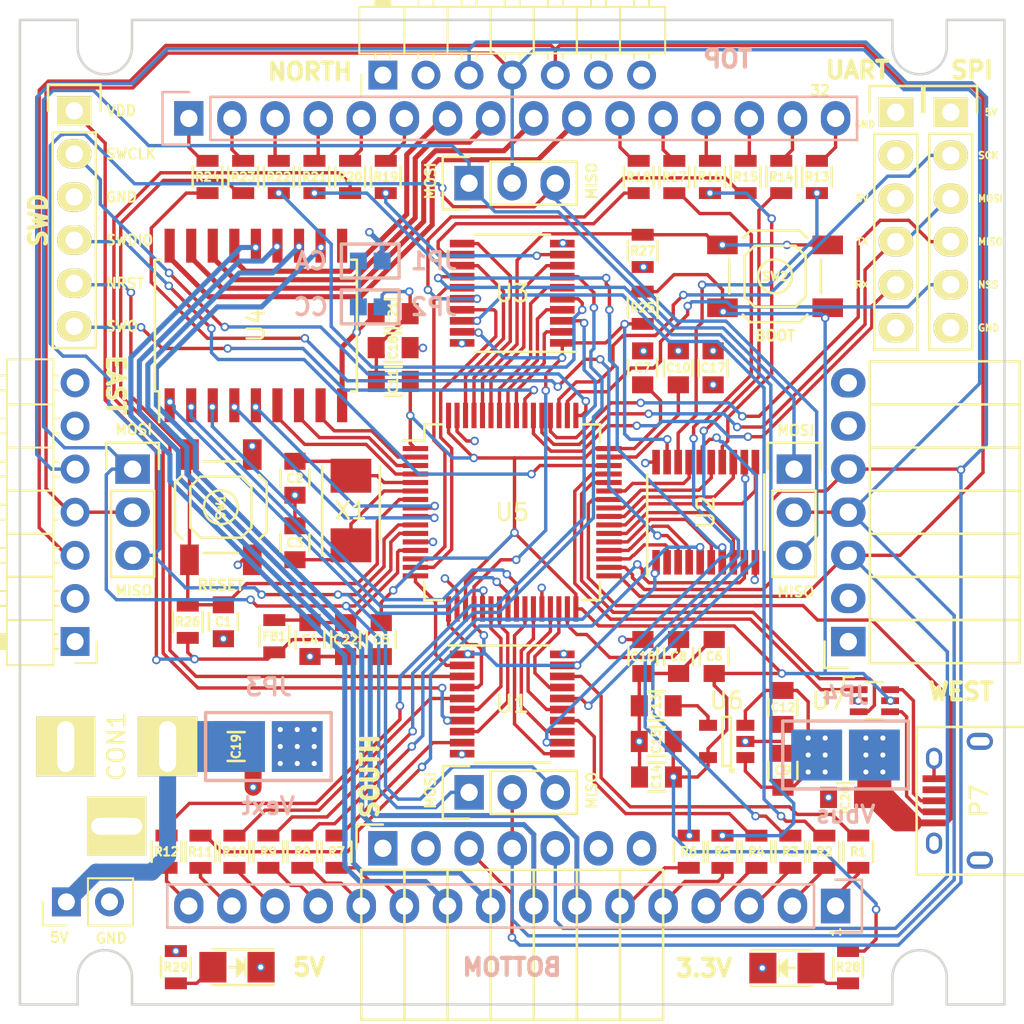
<source format=kicad_pcb>
(kicad_pcb (version 4) (host pcbnew 4.0.5-e0-6337~49~ubuntu16.04.1)
  (title_block (title "USB RGB Matrix") (rev 1.0))
  (layers (0 Top signal hide) (1 GND power hide) (2 5V power hide) (31 Bottom signal hide) (34 B.Paste user hide) (35 F.Paste user hide) (36 B.SilkS user) (37 F.SilkS user) (38 B.Mask user hide) (39 F.Mask user) (44 Edge.Cuts user))
  (net 0 "")
  (net 1 GND)
  (net 2 /mcu/NRST)
  (net 3 "Net-(C2-Pad2)")
  (net 4 "Net-(C3-Pad2)")
  (net 5 +3V3)
  (net 6 "Net-(C8-Pad1)")
  (net 7 "Net-(C10-Pad1)")
  (net 8 +5V)
  (net 9 VBUS)
  (net 10 /matrix/1)
  (net 11 /matrix/2)
  (net 12 /matrix/3)
  (net 13 /matrix/4)
  (net 14 /matrix/5)
  (net 15 /matrix/6)
  (net 16 ROW8)
  (net 17 ROW7)
  (net 18 ROW6)
  (net 19 ROW5)
  (net 20 /matrix/11)
  (net 21 /matrix/12)
  (net 22 /matrix/13)
  (net 23 /matrix/14)
  (net 24 /matrix/15)
  (net 25 /matrix/16)
  (net 26 /matrix/17)
  (net 27 /matrix/18)
  (net 28 /matrix/19)
  (net 29 /matrix/20)
  (net 30 /matrix/21)
  (net 31 /matrix/22)
  (net 32 ROW4)
  (net 33 ROW3)
  (net 34 ROW2)
  (net 35 ROW1)
  (net 36 /matrix/27)
  (net 37 /matrix/28)
  (net 38 /matrix/29)
  (net 39 /matrix/30)
  (net 40 /matrix/31)
  (net 41 /matrix/32)
  (net 42 /mcu/JTCK/SWCLK)
  (net 43 /mcu/JTMS/SWDIO)
  (net 44 /mcu/SWO)
  (net 45 /mcu/SPI3_SCK)
  (net 46 /mcu/SPI3_MOSI)
  (net 47 /mcu/SPI3_MISO)
  (net 48 /mcu/SPI3_NSS)
  (net 49 /mcu/UART5_RX)
  (net 50 SPI2_SCK)
  (net 51 /daisy/DATA)
  (net 52 SPI2_NSS)
  (net 53 R1)
  (net 54 B1)
  (net 55 G2)
  (net 56 R3)
  (net 57 B3)
  (net 58 G4)
  (net 59 R5)
  (net 60 G5)
  (net 61 B6)
  (net 62 R7)
  (net 63 G7)
  (net 64 B8)
  (net 65 G1)
  (net 66 R2)
  (net 67 B2)
  (net 68 G3)
  (net 69 R4)
  (net 70 B4)
  (net 71 B5)
  (net 72 R6)
  (net 73 G6)
  (net 74 B7)
  (net 75 R8)
  (net 76 G8)
  (net 77 OE)
  (net 78 /mcu/BOOT0)
  (net 79 SPI2_MISO)
  (net 80 SPI2_MOSI)
  (net 81 PWM_R1)
  (net 82 PWM_R2)
  (net 83 PWM_R3)
  (net 84 PWM_R4)
  (net 85 PWM_R5)
  (net 86 PWM_R6)
  (net 87 PWM_R7)
  (net 88 PWM_R8)
  (net 89 PWM_G1)
  (net 90 PWM_G2)
  (net 91 PWM_G3)
  (net 92 PWM_G4)
  (net 93 PWM_G5)
  (net 94 PWM_G6)
  (net 95 PWM_G7)
  (net 96 PWM_G8)
  (net 97 PWM_B1)
  (net 98 PWM_B2)
  (net 99 PWM_B3)
  (net 100 PWM_B4)
  (net 101 PWM_B5)
  (net 102 PWM_B6)
  (net 103 PWM_B7)
  (net 104 PWM_B8)
  (net 105 ON_ROW1)
  (net 106 ON_ROW2)
  (net 107 ON_ROW3)
  (net 108 ON_ROW4)
  (net 109 ON_ROW5)
  (net 110 ON_ROW6)
  (net 111 ON_ROW7)
  (net 112 ON_ROW8)
  (net 113 /mcu/USB_DM)
  (net 114 /mcu/USB_DP)
  (net 115 "Net-(C13-Pad1)")
  (net 116 "Net-(P7-Pad2)")
  (net 117 "Net-(P7-Pad3)")
  (net 118 /power/VEXT)
  (net 119 "Net-(D1-Pad2)")
  (net 120 "Net-(D2-Pad2)")
  (net 121 "Net-(C22-Pad2)")
  (net 122 "Net-(C21-Pad1)")
  (module Housings_QFP:TQFP-64_10x10mm_Pitch0.5mm (layer Top) (at 162.164 101.196)
    (fp_text reference U5 (at 0 0) (layer F.SilkS))
    (fp_text value STM32F405R)
    (pad 1 smd rect (at -5.7 -3.75) (size 1.5 0.3) (layers Top F.Paste F.Mask) (net 5 +3V3))
    (pad 2 smd rect (at -5.7 -3.25) (size 1.5 0.3) (layers Top F.Paste F.Mask) (net 112 ON_ROW8))
    (pad 3 smd rect (at -5.7 -2.75) (size 1.5 0.3) (layers Top F.Paste F.Mask) (net 111 ON_ROW7))
    (pad 4 smd rect (at -5.7 -2.25) (size 1.5 0.3) (layers Top F.Paste F.Mask) (net 110 ON_ROW6))
    (pad 5 smd rect (at -5.7 -1.75) (size 1.5 0.3) (layers Top F.Paste F.Mask) (net 3 "Net-(C2-Pad2)"))
    (pad 6 smd rect (at -5.7 -1.25) (size 1.5 0.3) (layers Top F.Paste F.Mask) (net 4 "Net-(C3-Pad2)"))
    (pad 7 smd rect (at -5.7 -0.75) (size 1.5 0.3) (layers Top F.Paste F.Mask) (net 2 /mcu/NRST))
    (pad 8 smd rect (at -5.7 -0.25) (size 1.5 0.3) (layers Top F.Paste F.Mask) (net 109 ON_ROW5))
    (pad 9 smd rect (at -5.7 0.25) (size 1.5 0.3) (layers Top F.Paste F.Mask) (net 108 ON_ROW4))
    (pad 10 smd rect (at -5.7 0.75) (size 1.5 0.3) (layers Top F.Paste F.Mask) (net 79 SPI2_MISO))
    (pad 11 smd rect (at -5.7 1.25) (size 1.5 0.3) (layers Top F.Paste F.Mask) (net 80 SPI2_MOSI))
    (pad 12 smd rect (at -5.7 1.75) (size 1.5 0.3) (layers Top F.Paste F.Mask) (net 1 GND))
    (pad 13 smd rect (at -5.7 2.25) (size 1.5 0.3) (layers Top F.Paste F.Mask) (net 121 "Net-(C22-Pad2)"))
    (pad 14 smd rect (at -5.7 2.75) (size 1.5 0.3) (layers Top F.Paste F.Mask) (net 103 PWM_B7))
    (pad 15 smd rect (at -5.7 3.25) (size 1.5 0.3) (layers Top F.Paste F.Mask) (net 104 PWM_B8))
    (pad 16 smd rect (at -5.7 3.75) (size 1.5 0.3) (layers Top F.Paste F.Mask) (net 81 PWM_R1))
    (pad 17 smd rect (at -3.75 5.7 90) (size 1.5 0.3) (layers Top F.Paste F.Mask) (net 82 PWM_R2))
    (pad 18 smd rect (at -3.25 5.7 90) (size 1.5 0.3) (layers Top F.Paste F.Mask) (net 1 GND))
    (pad 19 smd rect (at -2.75 5.7 90) (size 1.5 0.3) (layers Top F.Paste F.Mask) (net 5 +3V3))
    (pad 20 smd rect (at -2.25 5.7 90) (size 1.5 0.3) (layers Top F.Paste F.Mask) (net 77 OE))
    (pad 21 smd rect (at -1.75 5.7 90) (size 1.5 0.3) (layers Top F.Paste F.Mask) (net 105 ON_ROW1))
    (pad 22 smd rect (at -1.25 5.7 90) (size 1.5 0.3) (layers Top F.Paste F.Mask) (net 83 PWM_R3))
    (pad 23 smd rect (at -0.75 5.7 90) (size 1.5 0.3) (layers Top F.Paste F.Mask) (net 84 PWM_R4))
    (pad 24 smd rect (at -0.25 5.7 90) (size 1.5 0.3) (layers Top F.Paste F.Mask) (net 106 ON_ROW2))
    (pad 25 smd rect (at 0.25 5.7 90) (size 1.5 0.3) (layers Top F.Paste F.Mask) (net 107 ON_ROW3))
    (pad 26 smd rect (at 0.75 5.7 90) (size 1.5 0.3) (layers Top F.Paste F.Mask) (net 85 PWM_R5))
    (pad 27 smd rect (at 1.25 5.7 90) (size 1.5 0.3) (layers Top F.Paste F.Mask) (net 86 PWM_R6))
    (pad 28 smd rect (at 1.75 5.7 90) (size 1.5 0.3) (layers Top F.Paste F.Mask) (net 1 GND))
    (pad 29 smd rect (at 2.25 5.7 90) (size 1.5 0.3) (layers Top F.Paste F.Mask) (net 87 PWM_R7))
    (pad 30 smd rect (at 2.75 5.7 90) (size 1.5 0.3) (layers Top F.Paste F.Mask) (net 88 PWM_R8))
    (pad 31 smd rect (at 3.25 5.7 90) (size 1.5 0.3) (layers Top F.Paste F.Mask) (net 6 "Net-(C8-Pad1)"))
    (pad 32 smd rect (at 3.75 5.7 90) (size 1.5 0.3) (layers Top F.Paste F.Mask) (net 5 +3V3))
    (pad 33 smd rect (at 5.7 3.75) (size 1.5 0.3) (layers Top F.Paste F.Mask) (net 52 SPI2_NSS))
    (pad 34 smd rect (at 5.7 3.25) (size 1.5 0.3) (layers Top F.Paste F.Mask) (net 50 SPI2_SCK))
    (pad 35 smd rect (at 5.7 2.75) (size 1.5 0.3) (layers Top F.Paste F.Mask) (net 89 PWM_G1))
    (pad 36 smd rect (at 5.7 2.25) (size 1.5 0.3) (layers Top F.Paste F.Mask) (net 90 PWM_G2))
    (pad 37 smd rect (at 5.7 1.75) (size 1.5 0.3) (layers Top F.Paste F.Mask) (net 91 PWM_G3))
    (pad 38 smd rect (at 5.7 1.25) (size 1.5 0.3) (layers Top F.Paste F.Mask) (net 92 PWM_G4))
    (pad 39 smd rect (at 5.7 0.75) (size 1.5 0.3) (layers Top F.Paste F.Mask) (net 93 PWM_G5))
    (pad 40 smd rect (at 5.7 0.25) (size 1.5 0.3) (layers Top F.Paste F.Mask) (net 94 PWM_G6))
    (pad 41 smd rect (at 5.7 -0.25) (size 1.5 0.3) (layers Top F.Paste F.Mask) (net 95 PWM_G7))
    (pad 42 smd rect (at 5.7 -0.75) (size 1.5 0.3) (layers Top F.Paste F.Mask) (net 9 VBUS))
    (pad 43 smd rect (at 5.7 -1.25) (size 1.5 0.3) (layers Top F.Paste F.Mask) (net 96 PWM_G8))
    (pad 44 smd rect (at 5.7 -1.75) (size 1.5 0.3) (layers Top F.Paste F.Mask) (net 113 /mcu/USB_DM))
    (pad 45 smd rect (at 5.7 -2.25) (size 1.5 0.3) (layers Top F.Paste F.Mask) (net 114 /mcu/USB_DP))
    (pad 46 smd rect (at 5.7 -2.75) (size 1.5 0.3) (layers Top F.Paste F.Mask) (net 43 /mcu/JTMS/SWDIO))
    (pad 47 smd rect (at 5.7 -3.25) (size 1.5 0.3) (layers Top F.Paste F.Mask) (net 7 "Net-(C10-Pad1)"))
    (pad 48 smd rect (at 5.7 -3.75) (size 1.5 0.3) (layers Top F.Paste F.Mask) (net 5 +3V3))
    (pad 49 smd rect (at 3.75 -5.7 90) (size 1.5 0.3) (layers Top F.Paste F.Mask) (net 42 /mcu/JTCK/SWCLK))
    (pad 50 smd rect (at 3.25 -5.7 90) (size 1.5 0.3) (layers Top F.Paste F.Mask) (net 48 /mcu/SPI3_NSS))
    (pad 51 smd rect (at 2.75 -5.7 90) (size 1.5 0.3) (layers Top F.Paste F.Mask) (net 45 /mcu/SPI3_SCK))
    (pad 52 smd rect (at 2.25 -5.7 90) (size 1.5 0.3) (layers Top F.Paste F.Mask) (net 47 /mcu/SPI3_MISO))
    (pad 53 smd rect (at 1.75 -5.7 90) (size 1.5 0.3) (layers Top F.Paste F.Mask) (net 46 /mcu/SPI3_MOSI))
    (pad 54 smd rect (at 1.25 -5.7 90) (size 1.5 0.3) (layers Top F.Paste F.Mask) (net 49 /mcu/UART5_RX))
    (pad 55 smd rect (at 0.75 -5.7 90) (size 1.5 0.3) (layers Top F.Paste F.Mask) (net 44 /mcu/SWO))
    (pad 56 smd rect (at 0.25 -5.7 90) (size 1.5 0.3) (layers Top F.Paste F.Mask) (net 97 PWM_B1))
    (pad 57 smd rect (at -0.25 -5.7 90) (size 1.5 0.3) (layers Top F.Paste F.Mask) (net 98 PWM_B2))
    (pad 58 smd rect (at -0.75 -5.7 90) (size 1.5 0.3) (layers Top F.Paste F.Mask) (net 99 PWM_B3))
    (pad 59 smd rect (at -1.25 -5.7 90) (size 1.5 0.3) (layers Top F.Paste F.Mask) (net 100 PWM_B4))
    (pad 60 smd rect (at -1.75 -5.7 90) (size 1.5 0.3) (layers Top F.Paste F.Mask) (net 78 /mcu/BOOT0))
    (pad 61 smd rect (at -2.25 -5.7 90) (size 1.5 0.3) (layers Top F.Paste F.Mask) (net 101 PWM_B5))
    (pad 62 smd rect (at -2.75 -5.7 90) (size 1.5 0.3) (layers Top F.Paste F.Mask) (net 102 PWM_B6))
    (pad 63 smd rect (at -3.25 -5.7 90) (size 1.5 0.3) (layers Top F.Paste F.Mask) (net 1 GND))
    (pad 64 smd rect (at -3.75 -5.7 90) (size 1.5 0.3) (layers Top F.Paste F.Mask) (net 5 +3V3))
  )
  (module Pin_Headers:Pin_Header_Straight_1x06 (layer Top) (at 136.364 77.55)
    (fp_text reference P3 hide)
    (fp_text value SWD)
    (pad 1 thru_hole rect (at 0 0) (size 2.032 1.7272) (drill 1.016) (layers *.Cu *.Mask F.SilkS) (net 5 +3V3))
    (pad 2 thru_hole oval (at 0 2.54) (size 2.032 1.7272) (drill 1.016) (layers *.Cu *.Mask F.SilkS) (net 42 /mcu/JTCK/SWCLK))
    (pad 3 thru_hole oval (at 0 5.08) (size 2.032 1.7272) (drill 1.016) (layers *.Cu *.Mask F.SilkS) (net 1 GND))
    (pad 4 thru_hole oval (at 0 7.62) (size 2.032 1.7272) (drill 1.016) (layers *.Cu *.Mask F.SilkS) (net 43 /mcu/JTMS/SWDIO))
    (pad 5 thru_hole oval (at 0 10.16) (size 2.032 1.7272) (drill 1.016) (layers *.Cu *.Mask F.SilkS) (net 2 /mcu/NRST))
    (pad 6 thru_hole oval (at 0 12.7) (size 2.032 1.7272) (drill 1.016) (layers *.Cu *.Mask F.SilkS) (net 44 /mcu/SWO))
  )
  (module Pin_Headers:Pin_Header_Straight_1x06 (layer Top) (at 188 77.636)
    (fp_text reference P4 hide)
    (fp_text value SPI3)
    (pad 1 thru_hole rect (at 0 0) (size 2.032 1.7272) (drill 1.016) (layers *.Cu *.Mask F.SilkS) (net 8 +5V))
    (pad 2 thru_hole oval (at 0 2.54) (size 2.032 1.7272) (drill 1.016) (layers *.Cu *.Mask F.SilkS) (net 45 /mcu/SPI3_SCK))
    (pad 3 thru_hole oval (at 0 5.08) (size 2.032 1.7272) (drill 1.016) (layers *.Cu *.Mask F.SilkS) (net 46 /mcu/SPI3_MOSI))
    (pad 4 thru_hole oval (at 0 7.62) (size 2.032 1.7272) (drill 1.016) (layers *.Cu *.Mask F.SilkS) (net 47 /mcu/SPI3_MISO))
    (pad 5 thru_hole oval (at 0 10.16) (size 2.032 1.7272) (drill 1.016) (layers *.Cu *.Mask F.SilkS) (net 48 /mcu/SPI3_NSS))
    (pad 6 thru_hole oval (at 0 12.7) (size 2.032 1.7272) (drill 1.016) (layers *.Cu *.Mask F.SilkS) (net 1 GND))
  )
  (module Pin_Headers:Pin_Header_Straight_1x06 (layer Top) (at 184.764 77.636)
    (fp_text reference P5 hide)
    (fp_text value UART5)
    (pad 1 thru_hole rect (at 0 0) (size 2.032 1.7272) (drill 1.016) (layers *.Cu *.Mask F.SilkS) (net 1 GND))
    (pad 2 thru_hole oval (at 0 2.54) (size 2.032 1.7272) (drill 1.016) (layers *.Cu *.Mask F.SilkS))
    (pad 3 thru_hole oval (at 0 5.08) (size 2.032 1.7272) (drill 1.016) (layers *.Cu *.Mask F.SilkS) (net 8 +5V))
    (pad 4 thru_hole oval (at 0 7.62) (size 2.032 1.7272) (drill 1.016) (layers *.Cu *.Mask F.SilkS) (net 46 /mcu/SPI3_MOSI))
    (pad 5 thru_hole oval (at 0 10.16) (size 2.032 1.7272) (drill 1.016) (layers *.Cu *.Mask F.SilkS) (net 49 /mcu/UART5_RX))
    (pad 6 thru_hole oval (at 0 12.7) (size 2.032 1.7272) (drill 1.016) (layers *.Cu *.Mask F.SilkS))
  )
  (module Buttons_Switches_SMD:SW_SPST_SKQG (layer Top) (at 145 100.9 90)
    (fp_text reference SW1 (at 0 0 90) (layer F.SilkS) (effects (font (size 0.5 0.5) (thickness 0.125))))
    (fp_text value RESET)
    (pad 1 smd rect (at -3.1 -1.85 90) (size 1.8 1.1) (layers Top F.Paste F.Mask) (net 2 /mcu/NRST))
    (pad 1 smd rect (at 3.1 -1.85 90) (size 1.8 1.1) (layers Top F.Paste F.Mask) (net 2 /mcu/NRST))
    (pad 2 smd rect (at -3.1 1.85 90) (size 1.8 1.1) (layers Top F.Paste F.Mask) (net 1 GND))
    (pad 2 smd rect (at 3.1 1.85 90) (size 1.8 1.1) (layers Top F.Paste F.Mask) (net 1 GND))
  )
  (module Buttons_Switches_SMD:SW_SPST_SKQG (layer Top) (at 177.65 87.3)
    (fp_text reference SW2 (at 0 0) (layer F.SilkS) (effects (font (size 0.5 0.5) (thickness 0.125))))
    (fp_text value BOOT)
    (pad 1 smd rect (at -3.1 -1.85) (size 1.8 1.1) (layers Top F.Paste F.Mask) (net 78 /mcu/BOOT0))
    (pad 1 smd rect (at 3.1 -1.85) (size 1.8 1.1) (layers Top F.Paste F.Mask) (net 78 /mcu/BOOT0))
    (pad 2 smd rect (at -3.1 1.85) (size 1.8 1.1) (layers Top F.Paste F.Mask) (net 5 +3V3))
    (pad 2 smd rect (at 3.1 1.85) (size 1.8 1.1) (layers Top F.Paste F.Mask) (net 5 +3V3))
  )
  (module Housings_SSOP:TSSOP-20_4.4x6.5mm_Pitch0.65mm (layer Top) (at 162.164 112.496)
    (fp_text reference U1 (at 0 0) (layer F.SilkS))
    (fp_text value 74AC244)
    (pad 1 smd rect (at -2.95 -2.925) (size 1.45 0.45) (layers Top F.Paste F.Mask) (net 77 OE))
    (pad 2 smd rect (at -2.95 -2.275) (size 1.45 0.45) (layers Top F.Paste F.Mask) (net 81 PWM_R1))
    (pad 3 smd rect (at -2.95 -1.625) (size 1.45 0.45) (layers Top F.Paste F.Mask) (net 75 R8))
    (pad 4 smd rect (at -2.95 -0.975) (size 1.45 0.45) (layers Top F.Paste F.Mask) (net 82 PWM_R2))
    (pad 5 smd rect (at -2.95 -0.325) (size 1.45 0.45) (layers Top F.Paste F.Mask) (net 62 R7))
    (pad 6 smd rect (at -2.95 0.325) (size 1.45 0.45) (layers Top F.Paste F.Mask) (net 83 PWM_R3))
    (pad 7 smd rect (at -2.95 0.975) (size 1.45 0.45) (layers Top F.Paste F.Mask) (net 72 R6))
    (pad 8 smd rect (at -2.95 1.625) (size 1.45 0.45) (layers Top F.Paste F.Mask) (net 84 PWM_R4))
    (pad 9 smd rect (at -2.95 2.275) (size 1.45 0.45) (layers Top F.Paste F.Mask) (net 59 R5))
    (pad 10 smd rect (at -2.95 2.925) (size 1.45 0.45) (layers Top F.Paste F.Mask) (net 1 GND))
    (pad 11 smd rect (at 2.95 2.925) (size 1.45 0.45) (layers Top F.Paste F.Mask) (net 85 PWM_R5))
    (pad 12 smd rect (at 2.95 2.275) (size 1.45 0.45) (layers Top F.Paste F.Mask) (net 69 R4))
    (pad 13 smd rect (at 2.95 1.625) (size 1.45 0.45) (layers Top F.Paste F.Mask) (net 86 PWM_R6))
    (pad 14 smd rect (at 2.95 0.975) (size 1.45 0.45) (layers Top F.Paste F.Mask) (net 56 R3))
    (pad 15 smd rect (at 2.95 0.325) (size 1.45 0.45) (layers Top F.Paste F.Mask) (net 87 PWM_R7))
    (pad 16 smd rect (at 2.95 -0.325) (size 1.45 0.45) (layers Top F.Paste F.Mask) (net 66 R2))
    (pad 17 smd rect (at 2.95 -0.975) (size 1.45 0.45) (layers Top F.Paste F.Mask) (net 88 PWM_R8))
    (pad 18 smd rect (at 2.95 -1.625) (size 1.45 0.45) (layers Top F.Paste F.Mask) (net 53 R1))
    (pad 19 smd rect (at 2.95 -2.275) (size 1.45 0.45) (layers Top F.Paste F.Mask) (net 77 OE))
    (pad 20 smd rect (at 2.95 -2.925) (size 1.45 0.45) (layers Top F.Paste F.Mask) (net 8 +5V))
  )
  (module Housings_SSOP:TSSOP-20_4.4x6.5mm_Pitch0.65mm (layer Top) (at 173.564 101.196 90)
    (fp_text reference U2 (at 0 0 90) (layer F.SilkS))
    (fp_text value 74AC244)
    (pad 1 smd rect (at -2.95 -2.925 90) (size 1.45 0.45) (layers Top F.Paste F.Mask) (net 77 OE))
    (pad 2 smd rect (at -2.95 -2.275 90) (size 1.45 0.45) (layers Top F.Paste F.Mask) (net 89 PWM_G1))
    (pad 3 smd rect (at -2.95 -1.625 90) (size 1.45 0.45) (layers Top F.Paste F.Mask) (net 76 G8))
    (pad 4 smd rect (at -2.95 -0.975 90) (size 1.45 0.45) (layers Top F.Paste F.Mask) (net 90 PWM_G2))
    (pad 5 smd rect (at -2.95 -0.325 90) (size 1.45 0.45) (layers Top F.Paste F.Mask) (net 63 G7))
    (pad 6 smd rect (at -2.95 0.325 90) (size 1.45 0.45) (layers Top F.Paste F.Mask) (net 91 PWM_G3))
    (pad 7 smd rect (at -2.95 0.975 90) (size 1.45 0.45) (layers Top F.Paste F.Mask) (net 73 G6))
    (pad 8 smd rect (at -2.95 1.625 90) (size 1.45 0.45) (layers Top F.Paste F.Mask) (net 92 PWM_G4))
    (pad 9 smd rect (at -2.95 2.275 90) (size 1.45 0.45) (layers Top F.Paste F.Mask) (net 60 G5))
    (pad 10 smd rect (at -2.95 2.925 90) (size 1.45 0.45) (layers Top F.Paste F.Mask) (net 1 GND))
    (pad 11 smd rect (at 2.95 2.925 90) (size 1.45 0.45) (layers Top F.Paste F.Mask) (net 93 PWM_G5))
    (pad 12 smd rect (at 2.95 2.275 90) (size 1.45 0.45) (layers Top F.Paste F.Mask) (net 58 G4))
    (pad 13 smd rect (at 2.95 1.625 90) (size 1.45 0.45) (layers Top F.Paste F.Mask) (net 94 PWM_G6))
    (pad 14 smd rect (at 2.95 0.975 90) (size 1.45 0.45) (layers Top F.Paste F.Mask) (net 68 G3))
    (pad 15 smd rect (at 2.95 0.325 90) (size 1.45 0.45) (layers Top F.Paste F.Mask) (net 95 PWM_G7))
    (pad 16 smd rect (at 2.95 -0.325 90) (size 1.45 0.45) (layers Top F.Paste F.Mask) (net 55 G2))
    (pad 17 smd rect (at 2.95 -0.975 90) (size 1.45 0.45) (layers Top F.Paste F.Mask) (net 96 PWM_G8))
    (pad 18 smd rect (at 2.95 -1.625 90) (size 1.45 0.45) (layers Top F.Paste F.Mask) (net 65 G1))
    (pad 19 smd rect (at 2.95 -2.275 90) (size 1.45 0.45) (layers Top F.Paste F.Mask) (net 77 OE))
    (pad 20 smd rect (at 2.95 -2.925 90) (size 1.45 0.45) (layers Top F.Paste F.Mask) (net 8 +5V))
  )
  (module Housings_SSOP:TSSOP-20_4.4x6.5mm_Pitch0.65mm (layer Top) (at 162.164 88.296 180)
    (fp_text reference U3 (at 0 0 180) (layer F.SilkS))
    (fp_text value 74AC244)
    (pad 1 smd rect (at -2.95 -2.925 180) (size 1.45 0.45) (layers Top F.Paste F.Mask) (net 77 OE))
    (pad 2 smd rect (at -2.95 -2.275 180) (size 1.45 0.45) (layers Top F.Paste F.Mask) (net 97 PWM_B1))
    (pad 3 smd rect (at -2.95 -1.625 180) (size 1.45 0.45) (layers Top F.Paste F.Mask) (net 64 B8))
    (pad 4 smd rect (at -2.95 -0.975 180) (size 1.45 0.45) (layers Top F.Paste F.Mask) (net 98 PWM_B2))
    (pad 5 smd rect (at -2.95 -0.325 180) (size 1.45 0.45) (layers Top F.Paste F.Mask) (net 74 B7))
    (pad 6 smd rect (at -2.95 0.325 180) (size 1.45 0.45) (layers Top F.Paste F.Mask) (net 99 PWM_B3))
    (pad 7 smd rect (at -2.95 0.975 180) (size 1.45 0.45) (layers Top F.Paste F.Mask) (net 61 B6))
    (pad 8 smd rect (at -2.95 1.625 180) (size 1.45 0.45) (layers Top F.Paste F.Mask) (net 100 PWM_B4))
    (pad 9 smd rect (at -2.95 2.275 180) (size 1.45 0.45) (layers Top F.Paste F.Mask) (net 71 B5))
    (pad 10 smd rect (at -2.95 2.925 180) (size 1.45 0.45) (layers Top F.Paste F.Mask) (net 1 GND))
    (pad 11 smd rect (at 2.95 2.925 180) (size 1.45 0.45) (layers Top F.Paste F.Mask) (net 101 PWM_B5))
    (pad 12 smd rect (at 2.95 2.275 180) (size 1.45 0.45) (layers Top F.Paste F.Mask) (net 70 B4))
    (pad 13 smd rect (at 2.95 1.625 180) (size 1.45 0.45) (layers Top F.Paste F.Mask) (net 102 PWM_B6))
    (pad 14 smd rect (at 2.95 0.975 180) (size 1.45 0.45) (layers Top F.Paste F.Mask) (net 57 B3))
    (pad 15 smd rect (at 2.95 0.325 180) (size 1.45 0.45) (layers Top F.Paste F.Mask) (net 103 PWM_B7))
    (pad 16 smd rect (at 2.95 -0.325 180) (size 1.45 0.45) (layers Top F.Paste F.Mask) (net 67 B2))
    (pad 17 smd rect (at 2.95 -0.975 180) (size 1.45 0.45) (layers Top F.Paste F.Mask) (net 104 PWM_B8))
    (pad 18 smd rect (at 2.95 -1.625 180) (size 1.45 0.45) (layers Top F.Paste F.Mask) (net 54 B1))
    (pad 19 smd rect (at 2.95 -2.275 180) (size 1.45 0.45) (layers Top F.Paste F.Mask) (net 77 OE))
    (pad 20 smd rect (at 2.95 -2.925 180) (size 1.45 0.45) (layers Top F.Paste F.Mask) (net 8 +5V))
  )
  (module Housings_SOIC:SOIC-18W_7.5x11.6mm_Pitch1.27mm (layer Top) (at 147.064 90.196 90)
    (fp_text reference U4 (at 0 0 90) (layer F.SilkS))
    (fp_text value ULN2803A)
    (pad 1 smd rect (at -4.7 -5.08 90) (size 2 0.6) (layers Top F.Paste F.Mask) (net 105 ON_ROW1))
    (pad 2 smd rect (at -4.7 -3.81 90) (size 2 0.6) (layers Top F.Paste F.Mask) (net 106 ON_ROW2))
    (pad 3 smd rect (at -4.7 -2.54 90) (size 2 0.6) (layers Top F.Paste F.Mask) (net 107 ON_ROW3))
    (pad 4 smd rect (at -4.7 -1.27 90) (size 2 0.6) (layers Top F.Paste F.Mask) (net 108 ON_ROW4))
    (pad 5 smd rect (at -4.7 0 90) (size 2 0.6) (layers Top F.Paste F.Mask) (net 109 ON_ROW5))
    (pad 6 smd rect (at -4.7 1.27 90) (size 2 0.6) (layers Top F.Paste F.Mask) (net 110 ON_ROW6))
    (pad 7 smd rect (at -4.7 2.54 90) (size 2 0.6) (layers Top F.Paste F.Mask) (net 111 ON_ROW7))
    (pad 8 smd rect (at -4.7 3.81 90) (size 2 0.6) (layers Top F.Paste F.Mask) (net 112 ON_ROW8))
    (pad 9 smd rect (at -4.7 5.08 90) (size 2 0.6) (layers Top F.Paste F.Mask) (net 122 "Net-(C21-Pad1)"))
    (pad 10 smd rect (at 4.7 5.08 90) (size 2 0.6) (layers Top F.Paste F.Mask))
    (pad 11 smd rect (at 4.7 3.81 90) (size 2 0.6) (layers Top F.Paste F.Mask) (net 16 ROW8))
    (pad 12 smd rect (at 4.7 2.54 90) (size 2 0.6) (layers Top F.Paste F.Mask) (net 17 ROW7))
    (pad 13 smd rect (at 4.7 1.27 90) (size 2 0.6) (layers Top F.Paste F.Mask) (net 18 ROW6))
    (pad 14 smd rect (at 4.7 0 90) (size 2 0.6) (layers Top F.Paste F.Mask) (net 19 ROW5))
    (pad 15 smd rect (at 4.7 -1.27 90) (size 2 0.6) (layers Top F.Paste F.Mask) (net 32 ROW4))
    (pad 16 smd rect (at 4.7 -2.54 90) (size 2 0.6) (layers Top F.Paste F.Mask) (net 33 ROW3))
    (pad 17 smd rect (at 4.7 -3.81 90) (size 2 0.6) (layers Top F.Paste F.Mask) (net 34 ROW2))
    (pad 18 smd rect (at 4.7 -5.08 90) (size 2 0.6) (layers Top F.Paste F.Mask) (net 35 ROW1))
  )
  (module Crystals:Crystal_SMD_5032_2Pads (layer Top) (at 152.664 101.096 90)
    (fp_text reference X1 (at 0 0 180) (layer F.SilkS))
    (fp_text value 8MHz)
    (pad 1 smd rect (at -2.05 0 90) (size 2 2.4) (layers Top F.Paste F.Mask) (net 4 "Net-(C3-Pad2)"))
    (pad 2 smd rect (at 2.05 0 90) (size 2 2.4) (layers Top F.Paste F.Mask) (net 3 "Net-(C2-Pad2)"))
  )
  (module TO_SOT_Packages_SMD:SOT-23-5 (layer Top) (at 174.8 114.7 180)
    (fp_text reference U6 (at 0 2.4 180) (layer F.SilkS))
    (fp_text value LD3985M33R)
    (pad 1 smd rect (at -1.1 -0.95 180) (size 1.06 0.65) (layers Top F.Paste F.Mask) (net 8 +5V))
    (pad 2 smd rect (at -1.1 0 180) (size 1.06 0.65) (layers Top F.Paste F.Mask) (net 1 GND))
    (pad 3 smd rect (at -1.1 0.95 180) (size 1.06 0.65) (layers Top F.Paste F.Mask) (net 8 +5V))
    (pad 4 smd rect (at 1.1 0.95 180) (size 1.06 0.65) (layers Top F.Paste F.Mask) (net 115 "Net-(C13-Pad1)"))
    (pad 5 smd rect (at 1.1 -0.95 180) (size 1.06 0.65) (layers Top F.Paste F.Mask) (net 5 +3V3))
  )
  (module Socket_Strips:Socket_Strip_Straight_1x16 (layer Bottom) (at 181.214 124.396 180)
    (fp_text reference P1 hide)
    (fp_text value MATRIX_BOT)
    (pad 1 thru_hole rect (at 0 0 180) (size 1.7272 2.032) (drill 1.016) (layers *.Cu *.Mask) (net 10 /matrix/1))
    (pad 2 thru_hole oval (at 2.54 0 180) (size 1.7272 2.032) (drill 1.016) (layers *.Cu *.Mask) (net 11 /matrix/2))
    (pad 3 thru_hole oval (at 5.08 0 180) (size 1.7272 2.032) (drill 1.016) (layers *.Cu *.Mask) (net 12 /matrix/3))
    (pad 4 thru_hole oval (at 7.62 0 180) (size 1.7272 2.032) (drill 1.016) (layers *.Cu *.Mask) (net 13 /matrix/4))
    (pad 5 thru_hole oval (at 10.16 0 180) (size 1.7272 2.032) (drill 1.016) (layers *.Cu *.Mask) (net 14 /matrix/5))
    (pad 6 thru_hole oval (at 12.7 0 180) (size 1.7272 2.032) (drill 1.016) (layers *.Cu *.Mask) (net 15 /matrix/6))
    (pad 7 thru_hole oval (at 15.24 0 180) (size 1.7272 2.032) (drill 1.016) (layers *.Cu *.Mask) (net 16 ROW8))
    (pad 8 thru_hole oval (at 17.78 0 180) (size 1.7272 2.032) (drill 1.016) (layers *.Cu *.Mask) (net 17 ROW7))
    (pad 9 thru_hole oval (at 20.32 0 180) (size 1.7272 2.032) (drill 1.016) (layers *.Cu *.Mask) (net 18 ROW6))
    (pad 10 thru_hole oval (at 22.86 0 180) (size 1.7272 2.032) (drill 1.016) (layers *.Cu *.Mask) (net 19 ROW5))
    (pad 11 thru_hole oval (at 25.4 0 180) (size 1.7272 2.032) (drill 1.016) (layers *.Cu *.Mask) (net 20 /matrix/11))
    (pad 12 thru_hole oval (at 27.94 0 180) (size 1.7272 2.032) (drill 1.016) (layers *.Cu *.Mask) (net 21 /matrix/12))
    (pad 13 thru_hole oval (at 30.48 0 180) (size 1.7272 2.032) (drill 1.016) (layers *.Cu *.Mask) (net 22 /matrix/13))
    (pad 14 thru_hole oval (at 33.02 0 180) (size 1.7272 2.032) (drill 1.016) (layers *.Cu *.Mask) (net 23 /matrix/14))
    (pad 15 thru_hole oval (at 35.56 0 180) (size 1.7272 2.032) (drill 1.016) (layers *.Cu *.Mask) (net 24 /matrix/15))
    (pad 16 thru_hole oval (at 38.1 0 180) (size 1.7272 2.032) (drill 1.016) (layers *.Cu *.Mask) (net 25 /matrix/16))
  )
  (module Socket_Strips:Socket_Strip_Straight_1x16 (layer Bottom) (at 143.114 77.996)
    (fp_text reference P2 hide)
    (fp_text value MATRIX_TOP)
    (pad 1 thru_hole rect (at 0 0) (size 1.7272 2.032) (drill 1.016) (layers *.Cu *.Mask) (net 26 /matrix/17))
    (pad 2 thru_hole oval (at 2.54 0) (size 1.7272 2.032) (drill 1.016) (layers *.Cu *.Mask) (net 27 /matrix/18))
    (pad 3 thru_hole oval (at 5.08 0) (size 1.7272 2.032) (drill 1.016) (layers *.Cu *.Mask) (net 28 /matrix/19))
    (pad 4 thru_hole oval (at 7.62 0) (size 1.7272 2.032) (drill 1.016) (layers *.Cu *.Mask) (net 29 /matrix/20))
    (pad 5 thru_hole oval (at 10.16 0) (size 1.7272 2.032) (drill 1.016) (layers *.Cu *.Mask) (net 30 /matrix/21))
    (pad 6 thru_hole oval (at 12.7 0) (size 1.7272 2.032) (drill 1.016) (layers *.Cu *.Mask) (net 31 /matrix/22))
    (pad 7 thru_hole oval (at 15.24 0) (size 1.7272 2.032) (drill 1.016) (layers *.Cu *.Mask) (net 32 ROW4))
    (pad 8 thru_hole oval (at 17.78 0) (size 1.7272 2.032) (drill 1.016) (layers *.Cu *.Mask) (net 33 ROW3))
    (pad 9 thru_hole oval (at 20.32 0) (size 1.7272 2.032) (drill 1.016) (layers *.Cu *.Mask) (net 34 ROW2))
    (pad 10 thru_hole oval (at 22.86 0) (size 1.7272 2.032) (drill 1.016) (layers *.Cu *.Mask) (net 35 ROW1))
    (pad 11 thru_hole oval (at 25.4 0) (size 1.7272 2.032) (drill 1.016) (layers *.Cu *.Mask) (net 36 /matrix/27))
    (pad 12 thru_hole oval (at 27.94 0) (size 1.7272 2.032) (drill 1.016) (layers *.Cu *.Mask) (net 37 /matrix/28))
    (pad 13 thru_hole oval (at 30.48 0) (size 1.7272 2.032) (drill 1.016) (layers *.Cu *.Mask) (net 38 /matrix/29))
    (pad 14 thru_hole oval (at 33.02 0) (size 1.7272 2.032) (drill 1.016) (layers *.Cu *.Mask) (net 39 /matrix/30))
    (pad 15 thru_hole oval (at 35.56 0) (size 1.7272 2.032) (drill 1.016) (layers *.Cu *.Mask) (net 40 /matrix/31))
    (pad 16 thru_hole oval (at 38.1 0) (size 1.7272 2.032) (drill 1.016) (layers *.Cu *.Mask) (net 41 /matrix/32))
  )
  (module Pin_Headers:Pin_Header_Straight_1x03 (layer Top) (at 178.764 98.656)
    (fp_text reference P12 hide)
    (fp_text value WEST)
    (pad 1 thru_hole rect (at 0 0) (size 2.032 1.7272) (drill 1.016) (layers *.Cu *.Mask) (net 80 SPI2_MOSI))
    (pad 2 thru_hole oval (at 0 2.54) (size 2.032 1.7272) (drill 1.016) (layers *.Cu *.Mask) (net 51 /daisy/DATA))
    (pad 3 thru_hole oval (at 0 5.08) (size 2.032 1.7272) (drill 1.016) (layers *.Cu *.Mask) (net 79 SPI2_MISO))
  )
  (module Pin_Headers:Pin_Header_Straight_1x03 (layer Top) (at 159.62 81.812 90)
    (fp_text reference P13 hide)
    (fp_text value NORTH)
    (pad 1 thru_hole rect (at 0 0 90) (size 2.032 1.7272) (drill 1.016) (layers *.Cu *.Mask) (net 80 SPI2_MOSI))
    (pad 2 thru_hole oval (at 0 2.54 90) (size 2.032 1.7272) (drill 1.016) (layers *.Cu *.Mask) (net 51 /daisy/DATA))
    (pad 3 thru_hole oval (at 0 5.08 90) (size 2.032 1.7272) (drill 1.016) (layers *.Cu *.Mask) (net 79 SPI2_MISO))
  )
  (module Pin_Headers:Pin_Header_Straight_1x03 (layer Top) (at 159.624 117.7 90)
    (fp_text reference P14 hide)
    (fp_text value SOUTH)
    (pad 1 thru_hole rect (at 0 0 90) (size 2.032 1.7272) (drill 1.016) (layers *.Cu *.Mask) (net 80 SPI2_MOSI))
    (pad 2 thru_hole oval (at 0 2.54 90) (size 2.032 1.7272) (drill 1.016) (layers *.Cu *.Mask) (net 51 /daisy/DATA))
    (pad 3 thru_hole oval (at 0 5.08 90) (size 2.032 1.7272) (drill 1.016) (layers *.Cu *.Mask) (net 79 SPI2_MISO))
  )
  (module Pin_Headers:Pin_Header_Straight_1x03 (layer Top) (at 139.8 98.656)
    (fp_text reference P15 hide)
    (fp_text value EAST)
    (pad 1 thru_hole rect (at 0 0) (size 2.032 1.7272) (drill 1.016) (layers *.Cu *.Mask) (net 80 SPI2_MOSI))
    (pad 2 thru_hole oval (at 0 2.54) (size 2.032 1.7272) (drill 1.016) (layers *.Cu *.Mask) (net 51 /daisy/DATA))
    (pad 3 thru_hole oval (at 0 5.08) (size 2.032 1.7272) (drill 1.016) (layers *.Cu *.Mask) (net 79 SPI2_MISO))
  )
  (module Connect:USB_Micro-B (layer Top) (at 188.57654 118.1951 90)
    (fp_text reference P7 (at -0.0009 1.08746 90) (layer F.SilkS))
    (fp_text value USB_B)
    (pad 1 smd rect (at -1.3009 -1.56254 180) (size 1.35 0.4) (layers Top F.Paste F.Mask) (net 9 VBUS))
    (pad 2 smd rect (at -0.6509 -1.56254 180) (size 1.35 0.4) (layers Top F.Paste F.Mask) (net 116 "Net-(P7-Pad2)"))
    (pad 3 smd rect (at -0.0009 -1.56254 180) (size 1.35 0.4) (layers Top F.Paste F.Mask) (net 117 "Net-(P7-Pad3)"))
    (pad 4 smd rect (at 0.6491 -1.56254 180) (size 1.35 0.4) (layers Top F.Paste F.Mask))
    (pad 5 smd rect (at 1.2991 -1.56254 180) (size 1.35 0.4) (layers Top F.Paste F.Mask) (net 1 GND))
    (pad 6 thru_hole oval (at -2.5009 -1.56254 180) (size 0.95 1.25) (drill oval 0.55 0.85) (layers *.Cu *.Mask) (net 1 GND))
    (pad 6 thru_hole oval (at 2.4991 -1.56254 180) (size 0.95 1.25) (drill oval 0.55 0.85) (layers *.Cu *.Mask) (net 1 GND))
    (pad 6 thru_hole oval (at -3.5009 1.13746 180) (size 1.55 1) (drill oval 1.15 0.5) (layers *.Cu *.Mask) (net 1 GND))
    (pad 6 thru_hole oval (at 3.4991 1.13746 180) (size 1.55 1) (drill oval 1.15 0.5) (layers *.Cu *.Mask) (net 1 GND))
  )
  (module LEDs:LED_1206 (layer Top) (at 178.35 128.05)
    (fp_text reference D1 hide)
    (fp_text value 3.3V)
    (pad 2 smd rect (at 1.41986 0 180) (size 1.59766 1.80086) (layers Top F.Paste F.Mask) (net 119 "Net-(D1-Pad2)"))
    (pad 1 smd rect (at -1.41986 0 180) (size 1.59766 1.80086) (layers Top F.Paste F.Mask) (net 1 GND))
  )
  (module LEDs:LED_1206 (layer Top) (at 145.95 128 180)
    (fp_text reference D2 hide)
    (fp_text value 5V)
    (pad 2 smd rect (at 1.41986 0) (size 1.59766 1.80086) (layers Top F.Paste F.Mask) (net 120 "Net-(D2-Pad2)"))
    (pad 1 smd rect (at -1.41986 0) (size 1.59766 1.80086) (layers Top F.Paste F.Mask) (net 1 GND))
  )
  (module rgb-matrix:SMD-solder-bridge-1mm (layer Bottom) (at 153.8 86.4)
    (fp_text reference JP1 (at 3.75 0) (layer B.SilkS) (effects (font (thickness 0.2)) (justify mirror)))
    (fp_text value CA (at -3.5 0) (layer B.SilkS) (effects (font (thickness 0.2)) (justify mirror)))
    (pad 1 smd rect (at -0.7 0) (size 1 1) (layers Bottom B.Paste B.Mask) (net 122 "Net-(C21-Pad1)"))
    (pad 2 smd rect (at 0.7 0) (size 1 1) (layers Bottom B.Paste B.Mask) (net 8 +5V))
  )
  (module rgb-matrix:SMD-solder-bridge-1mm (layer Bottom) (at 153.8 89.1 180)
    (fp_text reference JP2 (at -3.75 0 180) (layer B.SilkS) (effects (font (thickness 0.2)) (justify mirror)))
    (fp_text value CC (at 3.5 0 180) (layer B.SilkS) (effects (font (thickness 0.2)) (justify mirror)))
    (pad 1 smd rect (at -0.7 0 180) (size 1 1) (layers Bottom B.Paste B.Mask) (net 1 GND))
    (pad 2 smd rect (at 0.7 0 180) (size 1 1) (layers Bottom B.Paste B.Mask) (net 122 "Net-(C21-Pad1)"))
  )
  (module rgb-matrix:SMD-solder-bridge-3mm (layer Bottom) (at 147.8 115)
    (fp_text reference JP3 (at 0.01 -3.5) (layer B.SilkS) (effects (font (thickness 0.2)) (justify mirror)))
    (fp_text value Vext (at 0 3.5) (layer B.SilkS) (effects (font (thickness 0.2)) (justify mirror)))
    (pad 1 smd rect (at -1.7 0) (size 3 3) (layers Bottom B.Paste B.Mask) (net 118 /power/VEXT))
    (pad 2 smd rect (at 1.7 0) (size 3 3) (layers Bottom B.Paste B.Mask) (net 8 +5V))
  )
  (module rgb-matrix:SMD-solder-bridge-3mm (layer Bottom) (at 181.8 115.5 180)
    (fp_text reference JP4 (at 0 3.5 180) (layer B.SilkS) (effects (font (thickness 0.2)) (justify mirror)))
    (fp_text value Vbus (at 0 -3.5 180) (layer B.SilkS) (effects (font (thickness 0.2)) (justify mirror)))
    (pad 1 smd rect (at -1.7 0 180) (size 3 3) (layers Bottom B.Paste B.Mask) (net 9 VBUS))
    (pad 2 smd rect (at 1.7 0 180) (size 3 3) (layers Bottom B.Paste B.Mask) (net 8 +5V))
  )
  (module rgb-matrix:BARREL_JACK (layer Top) (at 135.66334 115)
    (fp_text reference CON1 (at 3.18666 0.004 270) (layer F.SilkS))
    (fp_text value VEXT)
    (pad 1 thru_hole rect (at 6.20014 0) (size 3.50012 3.50012) (drill oval 1.00076 2.99974) (layers *.Cu *.Mask F.SilkS) (net 118 /power/VEXT))
    (pad 2 thru_hole rect (at 0.20066 0) (size 3.50012 3.50012) (drill oval 1.00076 2.99974) (layers *.Cu *.Mask F.SilkS) (net 1 GND))
    (pad 3 thru_hole rect (at 3.2004 4.699) (size 3.50012 3.50012) (drill oval 2.99974 1.00076) (layers *.Cu *.Mask F.SilkS) (net 1 GND))
  )
  (module rgb-matrix:R_0805 (layer Top) (at 154.714 81.446 90)
    (fp_text reference R19 (at 0 0 180) (layer F.SilkS) (effects (font (size 0.5 0.5) (thickness 0.125))))
    (fp_text value 100)
    (pad 1 smd rect (at -0.95 0 90) (size 0.7 1.3) (layers Top F.Paste F.Mask) (net 71 B5))
    (pad 2 smd rect (at 0.95 0 90) (size 0.7 1.3) (layers Top F.Paste F.Mask) (net 31 /matrix/22))
  )
  (module rgb-matrix:R_0805 (layer Top) (at 152.614 81.446 90)
    (fp_text reference R20 (at 0 0 180) (layer F.SilkS) (effects (font (size 0.5 0.5) (thickness 0.125))))
    (fp_text value 100)
    (pad 1 smd rect (at -0.95 0 90) (size 0.7 1.3) (layers Top F.Paste F.Mask) (net 72 R6))
    (pad 2 smd rect (at 0.95 0 90) (size 0.7 1.3) (layers Top F.Paste F.Mask) (net 30 /matrix/21))
  )
  (module rgb-matrix:R_0805 (layer Top) (at 148.15 108.5 90)
    (fp_text reference FB1 (at 0 0 180) (layer F.SilkS) (effects (font (size 0.5 0.5) (thickness 0.125))))
    (fp_text value FILTER)
    (pad 1 smd rect (at -0.95 0 90) (size 0.7 1.3) (layers Top F.Paste F.Mask) (net 5 +3V3))
    (pad 2 smd rect (at 0.95 0 90) (size 0.7 1.3) (layers Top F.Paste F.Mask) (net 121 "Net-(C22-Pad2)"))
  )
  (module rgb-matrix:R_0805 (layer Top) (at 182.55 121.196 270)
    (fp_text reference R1 (at 0 0 360) (layer F.SilkS) (effects (font (size 0.5 0.5) (thickness 0.125))))
    (fp_text value 100)
    (pad 1 smd rect (at -0.95 0 270) (size 0.7 1.3) (layers Top F.Paste F.Mask) (net 53 R1))
    (pad 2 smd rect (at 0.95 0 270) (size 0.7 1.3) (layers Top F.Paste F.Mask) (net 10 /matrix/1))
  )
  (module rgb-matrix:R_0805 (layer Top) (at 180.55 121.2 270)
    (fp_text reference R2 (at 0 0 360) (layer F.SilkS) (effects (font (size 0.5 0.5) (thickness 0.125))))
    (fp_text value 100)
    (pad 1 smd rect (at -0.95 0 270) (size 0.7 1.3) (layers Top F.Paste F.Mask) (net 54 B1))
    (pad 2 smd rect (at 0.95 0 270) (size 0.7 1.3) (layers Top F.Paste F.Mask) (net 11 /matrix/2))
  )
  (module rgb-matrix:R_0805 (layer Top) (at 178.55 121.2 270)
    (fp_text reference R3 (at 0 0 360) (layer F.SilkS) (effects (font (size 0.5 0.5) (thickness 0.125))))
    (fp_text value 100)
    (pad 1 smd rect (at -0.95 0 270) (size 0.7 1.3) (layers Top F.Paste F.Mask) (net 55 G2))
    (pad 2 smd rect (at 0.95 0 270) (size 0.7 1.3) (layers Top F.Paste F.Mask) (net 12 /matrix/3))
  )
  (module rgb-matrix:R_0805 (layer Top) (at 176.55 121.2 270)
    (fp_text reference R4 (at 0 0 360) (layer F.SilkS) (effects (font (size 0.5 0.5) (thickness 0.125))))
    (fp_text value 100)
    (pad 1 smd rect (at -0.95 0 270) (size 0.7 1.3) (layers Top F.Paste F.Mask) (net 56 R3))
    (pad 2 smd rect (at 0.95 0 270) (size 0.7 1.3) (layers Top F.Paste F.Mask) (net 13 /matrix/4))
  )
  (module rgb-matrix:R_0805 (layer Top) (at 174.55 121.2 270)
    (fp_text reference R5 (at 0 0 360) (layer F.SilkS) (effects (font (size 0.5 0.5) (thickness 0.125))))
    (fp_text value 100)
    (pad 1 smd rect (at -0.95 0 270) (size 0.7 1.3) (layers Top F.Paste F.Mask) (net 57 B3))
    (pad 2 smd rect (at 0.95 0 270) (size 0.7 1.3) (layers Top F.Paste F.Mask) (net 14 /matrix/5))
  )
  (module rgb-matrix:R_0805 (layer Top) (at 172.564 121.196 270)
    (fp_text reference R6 (at 0 0 360) (layer F.SilkS) (effects (font (size 0.5 0.5) (thickness 0.125))))
    (fp_text value 100)
    (pad 1 smd rect (at -0.95 0 270) (size 0.7 1.3) (layers Top F.Paste F.Mask) (net 58 G4))
    (pad 2 smd rect (at 0.95 0 270) (size 0.7 1.3) (layers Top F.Paste F.Mask) (net 15 /matrix/6))
  )
  (module rgb-matrix:R_0805 (layer Top) (at 151.814 121.196 270)
    (fp_text reference R7 (at 0 0 360) (layer F.SilkS) (effects (font (size 0.5 0.5) (thickness 0.125))))
    (fp_text value 100)
    (pad 1 smd rect (at -0.95 0 270) (size 0.7 1.3) (layers Top F.Paste F.Mask) (net 59 R5))
    (pad 2 smd rect (at 0.95 0 270) (size 0.7 1.3) (layers Top F.Paste F.Mask) (net 20 /matrix/11))
  )
  (module rgb-matrix:R_0805 (layer Top) (at 149.8 121.196 270)
    (fp_text reference R8 (at 0 0 360) (layer F.SilkS) (effects (font (size 0.5 0.5) (thickness 0.125))))
    (fp_text value 100)
    (pad 1 smd rect (at -0.95 0 270) (size 0.7 1.3) (layers Top F.Paste F.Mask) (net 60 G5))
    (pad 2 smd rect (at 0.95 0 270) (size 0.7 1.3) (layers Top F.Paste F.Mask) (net 21 /matrix/12))
  )
  (module rgb-matrix:R_0805 (layer Top) (at 147.8 121.196 270)
    (fp_text reference R9 (at 0 0 360) (layer F.SilkS) (effects (font (size 0.5 0.5) (thickness 0.125))))
    (fp_text value 100)
    (pad 1 smd rect (at -0.95 0 270) (size 0.7 1.3) (layers Top F.Paste F.Mask) (net 61 B6))
    (pad 2 smd rect (at 0.95 0 270) (size 0.7 1.3) (layers Top F.Paste F.Mask) (net 22 /matrix/13))
  )
  (module rgb-matrix:R_0805 (layer Top) (at 145.8 121.2 270)
    (fp_text reference R10 (at 0 0 360) (layer F.SilkS) (effects (font (size 0.5 0.5) (thickness 0.125))))
    (fp_text value 100)
    (pad 1 smd rect (at -0.95 0 270) (size 0.7 1.3) (layers Top F.Paste F.Mask) (net 62 R7))
    (pad 2 smd rect (at 0.95 0 270) (size 0.7 1.3) (layers Top F.Paste F.Mask) (net 23 /matrix/14))
  )
  (module rgb-matrix:R_0805 (layer Top) (at 143.8 121.2 270)
    (fp_text reference R11 (at 0 0 360) (layer F.SilkS) (effects (font (size 0.5 0.5) (thickness 0.125))))
    (fp_text value 100)
    (pad 1 smd rect (at -0.95 0 270) (size 0.7 1.3) (layers Top F.Paste F.Mask) (net 63 G7))
    (pad 2 smd rect (at 0.95 0 270) (size 0.7 1.3) (layers Top F.Paste F.Mask) (net 24 /matrix/15))
  )
  (module rgb-matrix:R_0805 (layer Top) (at 141.8 121.196 270)
    (fp_text reference R12 (at 0 0 360) (layer F.SilkS) (effects (font (size 0.5 0.5) (thickness 0.125))))
    (fp_text value 100)
    (pad 1 smd rect (at -0.95 0 270) (size 0.7 1.3) (layers Top F.Paste F.Mask) (net 64 B8))
    (pad 2 smd rect (at 0.95 0 270) (size 0.7 1.3) (layers Top F.Paste F.Mask) (net 25 /matrix/16))
  )
  (module rgb-matrix:R_0805 (layer Top) (at 180.114 81.446 90)
    (fp_text reference R13 (at 0 0 180) (layer F.SilkS) (effects (font (size 0.5 0.5) (thickness 0.125))))
    (fp_text value 100)
    (pad 1 smd rect (at -0.95 0 90) (size 0.7 1.3) (layers Top F.Paste F.Mask) (net 65 G1))
    (pad 2 smd rect (at 0.95 0 90) (size 0.7 1.3) (layers Top F.Paste F.Mask) (net 41 /matrix/32))
  )
  (module rgb-matrix:R_0805 (layer Top) (at 178.014 81.446 90)
    (fp_text reference R14 (at 0 0 180) (layer F.SilkS) (effects (font (size 0.5 0.5) (thickness 0.125))))
    (fp_text value 100)
    (pad 1 smd rect (at -0.95 0 90) (size 0.7 1.3) (layers Top F.Paste F.Mask) (net 66 R2))
    (pad 2 smd rect (at 0.95 0 90) (size 0.7 1.3) (layers Top F.Paste F.Mask) (net 40 /matrix/31))
  )
  (module rgb-matrix:R_0805 (layer Top) (at 175.914 81.446 90)
    (fp_text reference R15 (at 0 0 180) (layer F.SilkS) (effects (font (size 0.5 0.5) (thickness 0.125))))
    (fp_text value 100)
    (pad 1 smd rect (at -0.95 0 90) (size 0.7 1.3) (layers Top F.Paste F.Mask) (net 67 B2))
    (pad 2 smd rect (at 0.95 0 90) (size 0.7 1.3) (layers Top F.Paste F.Mask) (net 39 /matrix/30))
  )
  (module rgb-matrix:R_0805 (layer Top) (at 173.814 81.446 90)
    (fp_text reference R16 (at 0 0 180) (layer F.SilkS) (effects (font (size 0.5 0.5) (thickness 0.125))))
    (fp_text value 100)
    (pad 1 smd rect (at -0.95 0 90) (size 0.7 1.3) (layers Top F.Paste F.Mask) (net 68 G3))
    (pad 2 smd rect (at 0.95 0 90) (size 0.7 1.3) (layers Top F.Paste F.Mask) (net 38 /matrix/29))
  )
  (module rgb-matrix:R_0805 (layer Top) (at 171.714 81.45 90)
    (fp_text reference R17 (at 0 0 180) (layer F.SilkS) (effects (font (size 0.5 0.5) (thickness 0.125))))
    (fp_text value 100)
    (pad 1 smd rect (at -0.95 0 90) (size 0.7 1.3) (layers Top F.Paste F.Mask) (net 69 R4))
    (pad 2 smd rect (at 0.95 0 90) (size 0.7 1.3) (layers Top F.Paste F.Mask) (net 37 /matrix/28))
  )
  (module rgb-matrix:R_0805 (layer Top) (at 169.614 81.446 90)
    (fp_text reference R18 (at 0 0 180) (layer F.SilkS) (effects (font (size 0.5 0.5) (thickness 0.125))))
    (fp_text value 100)
    (pad 1 smd rect (at -0.95 0 90) (size 0.7 1.3) (layers Top F.Paste F.Mask) (net 70 B4))
    (pad 2 smd rect (at 0.95 0 90) (size 0.7 1.3) (layers Top F.Paste F.Mask) (net 36 /matrix/27))
  )
  (module rgb-matrix:R_0805 (layer Top) (at 150.514 81.446 90)
    (fp_text reference R21 (at 0 0 180) (layer F.SilkS) (effects (font (size 0.5 0.5) (thickness 0.125))))
    (fp_text value 100)
    (pad 1 smd rect (at -0.95 0 90) (size 0.7 1.3) (layers Top F.Paste F.Mask) (net 73 G6))
    (pad 2 smd rect (at 0.95 0 90) (size 0.7 1.3) (layers Top F.Paste F.Mask) (net 29 /matrix/20))
  )
  (module rgb-matrix:R_0805 (layer Top) (at 148.414 81.446 90)
    (fp_text reference R22 (at 0 0 180) (layer F.SilkS) (effects (font (size 0.5 0.5) (thickness 0.125))))
    (fp_text value 100)
    (pad 1 smd rect (at -0.95 0 90) (size 0.7 1.3) (layers Top F.Paste F.Mask) (net 74 B7))
    (pad 2 smd rect (at 0.95 0 90) (size 0.7 1.3) (layers Top F.Paste F.Mask) (net 28 /matrix/19))
  )
  (module rgb-matrix:R_0805 (layer Top) (at 146.314 81.446 90)
    (fp_text reference R23 (at 0 0 180) (layer F.SilkS) (effects (font (size 0.5 0.5) (thickness 0.125))))
    (fp_text value 100)
    (pad 1 smd rect (at -0.95 0 90) (size 0.7 1.3) (layers Top F.Paste F.Mask) (net 75 R8))
    (pad 2 smd rect (at 0.95 0 90) (size 0.7 1.3) (layers Top F.Paste F.Mask) (net 27 /matrix/18))
  )
  (module rgb-matrix:R_0805 (layer Top) (at 144.214 81.446 90)
    (fp_text reference R24 (at 0 0 180) (layer F.SilkS) (effects (font (size 0.5 0.5) (thickness 0.125))))
    (fp_text value 100)
    (pad 1 smd rect (at -0.95 0 90) (size 0.7 1.3) (layers Top F.Paste F.Mask) (net 76 G8))
    (pad 2 smd rect (at 0.95 0 90) (size 0.7 1.3) (layers Top F.Paste F.Mask) (net 26 /matrix/17))
  )
  (module rgb-matrix:R_0805 (layer Top) (at 169.85 89.15 270)
    (fp_text reference R25 (at 0 0 360) (layer F.SilkS) (effects (font (size 0.5 0.5) (thickness 0.125))))
    (fp_text value 10k)
    (pad 1 smd rect (at -0.95 0 270) (size 0.7 1.3) (layers Top F.Paste F.Mask) (net 5 +3V3))
    (pad 2 smd rect (at 0.95 0 270) (size 0.7 1.3) (layers Top F.Paste F.Mask) (net 77 OE))
  )
  (module rgb-matrix:R_0805 (layer Top) (at 143.05 107.65 90)
    (fp_text reference R26 (at 0 0 180) (layer F.SilkS) (effects (font (size 0.5 0.5) (thickness 0.125))))
    (fp_text value 10k)
    (pad 1 smd rect (at -0.95 0 90) (size 0.7 1.3) (layers Top F.Paste F.Mask) (net 5 +3V3))
    (pad 2 smd rect (at 0.95 0 90) (size 0.7 1.3) (layers Top F.Paste F.Mask) (net 2 /mcu/NRST))
  )
  (module rgb-matrix:R_0805 (layer Top) (at 169.85 85.8 270)
    (fp_text reference R27 (at 0 0 360) (layer F.SilkS) (effects (font (size 0.5 0.5) (thickness 0.125))))
    (fp_text value 10k)
    (pad 1 smd rect (at -0.95 0 270) (size 0.7 1.3) (layers Top F.Paste F.Mask) (net 78 /mcu/BOOT0))
    (pad 2 smd rect (at 0.95 0 270) (size 0.7 1.3) (layers Top F.Paste F.Mask) (net 1 GND))
  )
  (module rgb-matrix:R_0805 (layer Top) (at 181.95 128 270)
    (fp_text reference R28 (at 0 0 360) (layer F.SilkS) (effects (font (size 0.5 0.5) (thickness 0.125))))
    (fp_text value 1k)
    (pad 1 smd rect (at -0.95 0 270) (size 0.7 1.3) (layers Top F.Paste F.Mask) (net 5 +3V3))
    (pad 2 smd rect (at 0.95 0 270) (size 0.7 1.3) (layers Top F.Paste F.Mask) (net 119 "Net-(D1-Pad2)"))
  )
  (module rgb-matrix:R_0805 (layer Top) (at 142.35 128 270)
    (fp_text reference R29 (at 0 0 360) (layer F.SilkS) (effects (font (size 0.5 0.5) (thickness 0.125))))
    (fp_text value 1k)
    (pad 1 smd rect (at -0.95 0 270) (size 0.7 1.3) (layers Top F.Paste F.Mask) (net 8 +5V))
    (pad 2 smd rect (at 0.95 0 270) (size 0.7 1.3) (layers Top F.Paste F.Mask) (net 120 "Net-(D2-Pad2)"))
  )
  (module rgb-matrix:C_0805 (layer Top) (at 145.15 107.65 90)
    (fp_text reference C1 (at 0 0 180) (layer F.SilkS) (effects (font (size 0.5 0.5) (thickness 0.125))))
    (fp_text value 100nF)
    (pad 1 smd rect (at -1 0 90) (size 1 1.25) (layers Top F.Paste F.Mask) (net 1 GND))
    (pad 2 smd rect (at 1 0 90) (size 1 1.25) (layers Top F.Paste F.Mask) (net 2 /mcu/NRST))
  )
  (module rgb-matrix:C_0805 (layer Top) (at 149.364 99.196 90)
    (fp_text reference C2 (at 0 0 180) (layer F.SilkS) (effects (font (size 0.5 0.5) (thickness 0.125))))
    (fp_text value 26pF)
    (pad 1 smd rect (at -1 0 90) (size 1 1.25) (layers Top F.Paste F.Mask) (net 1 GND))
    (pad 2 smd rect (at 1 0 90) (size 1 1.25) (layers Top F.Paste F.Mask) (net 3 "Net-(C2-Pad2)"))
  )
  (module rgb-matrix:C_0805 (layer Top) (at 149.364 102.996 270)
    (fp_text reference C3 (at 0 0 360) (layer F.SilkS) (effects (font (size 0.5 0.5) (thickness 0.125))))
    (fp_text value 26pF)
    (pad 1 smd rect (at -1 0 270) (size 1 1.25) (layers Top F.Paste F.Mask) (net 1 GND))
    (pad 2 smd rect (at 1 0 270) (size 1 1.25) (layers Top F.Paste F.Mask) (net 4 "Net-(C3-Pad2)"))
  )
  (module rgb-matrix:C_0805 (layer Top) (at 150.25 108.696 90)
    (fp_text reference C4 (at 0 0 180) (layer F.SilkS) (effects (font (size 0.5 0.5) (thickness 0.125))))
    (fp_text value 1uF)
    (pad 1 smd rect (at -1 0 90) (size 1 1.25) (layers Top F.Paste F.Mask) (net 1 GND))
    (pad 2 smd rect (at 1 0 90) (size 1 1.25) (layers Top F.Paste F.Mask) (net 121 "Net-(C22-Pad2)"))
  )
  (module rgb-matrix:C_0805 (layer Top) (at 154.45 108.7 90)
    (fp_text reference C5 (at 0 0 180) (layer F.SilkS) (effects (font (size 0.5 0.5) (thickness 0.125))))
    (fp_text value 100nF)
    (pad 1 smd rect (at -1 0 90) (size 1 1.25) (layers Top F.Paste F.Mask) (net 1 GND))
    (pad 2 smd rect (at 1 0 90) (size 1 1.25) (layers Top F.Paste F.Mask) (net 5 +3V3))
  )
  (module rgb-matrix:C_0805 (layer Top) (at 174.064 109.696 270)
    (fp_text reference C6 (at 0 0 360) (layer F.SilkS) (effects (font (size 0.5 0.5) (thickness 0.125))))
    (fp_text value 100nF)
    (pad 1 smd rect (at -1 0 270) (size 1 1.25) (layers Top F.Paste F.Mask) (net 1 GND))
    (pad 2 smd rect (at 1 0 270) (size 1 1.25) (layers Top F.Paste F.Mask) (net 5 +3V3))
  )
  (module rgb-matrix:C_0805 (layer Top) (at 169.85 92.69 270)
    (fp_text reference C7 (at 0 0 360) (layer F.SilkS) (effects (font (size 0.5 0.5) (thickness 0.125))))
    (fp_text value 100nF)
    (pad 1 smd rect (at -1 0 270) (size 1 1.25) (layers Top F.Paste F.Mask) (net 1 GND))
    (pad 2 smd rect (at 1 0 270) (size 1 1.25) (layers Top F.Paste F.Mask) (net 5 +3V3))
  )
  (module rgb-matrix:C_0805 (layer Top) (at 171.964 109.696 270)
    (fp_text reference C8 (at 0 0 360) (layer F.SilkS) (effects (font (size 0.5 0.5) (thickness 0.125))))
    (fp_text value 2.2uF)
    (pad 1 smd rect (at -1 0 270) (size 1 1.25) (layers Top F.Paste F.Mask) (net 6 "Net-(C8-Pad1)"))
    (pad 2 smd rect (at 1 0 270) (size 1 1.25) (layers Top F.Paste F.Mask) (net 1 GND))
  )
  (module rgb-matrix:C_0805 (layer Top) (at 178.114 116.4 90)
    (fp_text reference C9 (at 0 0 180) (layer F.SilkS) (effects (font (size 0.5 0.5) (thickness 0.125))))
    (fp_text value 1uF)
    (pad 1 smd rect (at -1 0 90) (size 1 1.25) (layers Top F.Paste F.Mask) (net 8 +5V))
    (pad 2 smd rect (at 1 0 90) (size 1 1.25) (layers Top F.Paste F.Mask) (net 1 GND))
  )
  (module rgb-matrix:C_0805 (layer Top) (at 171.95 92.69 90)
    (fp_text reference C10 (at 0 0 180) (layer F.SilkS) (effects (font (size 0.5 0.5) (thickness 0.125))))
    (fp_text value 2.2uF)
    (pad 1 smd rect (at -1 0 90) (size 1 1.25) (layers Top F.Paste F.Mask) (net 7 "Net-(C10-Pad1)"))
    (pad 2 smd rect (at 1 0 90) (size 1 1.25) (layers Top F.Paste F.Mask) (net 1 GND))
  )
  (module rgb-matrix:C_0805 (layer Top) (at 155.16 93.49)
    (fp_text reference C11 (at 0 0 90) (layer F.SilkS) (effects (font (size 0.5 0.5) (thickness 0.125))))
    (fp_text value 100nF)
    (pad 1 smd rect (at -1 0) (size 1 1.25) (layers Top F.Paste F.Mask) (net 1 GND))
    (pad 2 smd rect (at 1 0) (size 1 1.25) (layers Top F.Paste F.Mask) (net 5 +3V3))
  )
  (module rgb-matrix:C_0805 (layer Top) (at 178.114 112.696 270)
    (fp_text reference C12 (at 0 0 360) (layer F.SilkS) (effects (font (size 0.5 0.5) (thickness 0.125))))
    (fp_text value 100nF)
    (pad 1 smd rect (at -1 0 270) (size 1 1.25) (layers Top F.Paste F.Mask) (net 8 +5V))
    (pad 2 smd rect (at 1 0 270) (size 1 1.25) (layers Top F.Paste F.Mask) (net 1 GND))
  )
  (module rgb-matrix:C_0805 (layer Top) (at 170.65 112.6 180)
    (fp_text reference C13 (at 0 0 270) (layer F.SilkS) (effects (font (size 0.5 0.5) (thickness 0.125))))
    (fp_text value 10nF)
    (pad 1 smd rect (at -1 0 180) (size 1 1.25) (layers Top F.Paste F.Mask) (net 115 "Net-(C13-Pad1)"))
    (pad 2 smd rect (at 1 0 180) (size 1 1.25) (layers Top F.Paste F.Mask) (net 1 GND))
  )
  (module rgb-matrix:C_0805 (layer Top) (at 170.664 116.796 180)
    (fp_text reference C14 (at 0 0 270) (layer F.SilkS) (effects (font (size 0.5 0.5) (thickness 0.125))))
    (fp_text value 1uF)
    (pad 1 smd rect (at -1 0 180) (size 1 1.25) (layers Top F.Paste F.Mask) (net 5 +3V3))
    (pad 2 smd rect (at 1 0 180) (size 1 1.25) (layers Top F.Paste F.Mask) (net 1 GND))
  )
  (module rgb-matrix:C_0805 (layer Top) (at 170.65 114.7 180)
    (fp_text reference C15 (at 0 0 270) (layer F.SilkS) (effects (font (size 0.5 0.5) (thickness 0.125))))
    (fp_text value 100nF)
    (pad 1 smd rect (at -1 0 180) (size 1 1.25) (layers Top F.Paste F.Mask) (net 5 +3V3))
    (pad 2 smd rect (at 1 0 180) (size 1 1.25) (layers Top F.Paste F.Mask) (net 1 GND))
  )
  (module rgb-matrix:C_0805 (layer Top) (at 169.864 109.696 270)
    (fp_text reference C16 (at 0 0 360) (layer F.SilkS) (effects (font (size 0.5 0.5) (thickness 0.125))))
    (fp_text value 100nF)
    (pad 1 smd rect (at -1 0 270) (size 1 1.25) (layers Top F.Paste F.Mask) (net 8 +5V))
    (pad 2 smd rect (at 1 0 270) (size 1 1.25) (layers Top F.Paste F.Mask) (net 1 GND))
  )
  (module rgb-matrix:C_0805 (layer Top) (at 174 92.69 90)
    (fp_text reference C17 (at 0 0 180) (layer F.SilkS) (effects (font (size 0.5 0.5) (thickness 0.125))))
    (fp_text value 100nF)
    (pad 1 smd rect (at -1 0 90) (size 1 1.25) (layers Top F.Paste F.Mask) (net 8 +5V))
    (pad 2 smd rect (at 1 0 90) (size 1 1.25) (layers Top F.Paste F.Mask) (net 1 GND))
  )
  (module rgb-matrix:C_0805 (layer Top) (at 155.15 91.5 180)
    (fp_text reference C18 (at 0 0 270) (layer F.SilkS) (effects (font (size 0.5 0.5) (thickness 0.125))))
    (fp_text value 100nF)
    (pad 1 smd rect (at -1 0 180) (size 1 1.25) (layers Top F.Paste F.Mask) (net 8 +5V))
    (pad 2 smd rect (at 1 0 180) (size 1 1.25) (layers Top F.Paste F.Mask) (net 1 GND))
  )
  (module rgb-matrix:C_0805 (layer Top) (at 145.9 115)
    (fp_text reference C19 (at 0 0 90) (layer F.SilkS) (effects (font (size 0.5 0.5) (thickness 0.125))))
    (fp_text value 10uF)
    (pad 1 smd rect (at -1 0) (size 1 1.25) (layers Top F.Paste F.Mask) (net 118 /power/VEXT))
    (pad 2 smd rect (at 1 0) (size 1 1.25) (layers Top F.Paste F.Mask) (net 1 GND))
  )
  (module rgb-matrix:C_0805 (layer Top) (at 181.8 118 180)
    (fp_text reference C20 (at 0 0 270) (layer F.SilkS) (effects (font (size 0.5 0.5) (thickness 0.125))))
    (fp_text value 10uF)
    (pad 1 smd rect (at -1 0 180) (size 1 1.25) (layers Top F.Paste F.Mask) (net 9 VBUS))
    (pad 2 smd rect (at 1 0 180) (size 1 1.25) (layers Top F.Paste F.Mask) (net 1 GND))
  )
  (module rgb-matrix:C_0805 (layer Top) (at 155.15 89.5)
    (fp_text reference C21 (at 0 0 90) (layer F.SilkS) (effects (font (size 0.5 0.5) (thickness 0.125))))
    (fp_text value 100nF)
    (pad 1 smd rect (at -1 0) (size 1 1.25) (layers Top F.Paste F.Mask) (net 122 "Net-(C21-Pad1)"))
    (pad 2 smd rect (at 1 0) (size 1 1.25) (layers Top F.Paste F.Mask) (net 1 GND))
  )
  (module rgb-matrix:C_0805 (layer Top) (at 152.35 108.7 90)
    (fp_text reference C22 (at 0 0 180) (layer F.SilkS) (effects (font (size 0.5 0.5) (thickness 0.125))))
    (fp_text value 100nF)
    (pad 1 smd rect (at -1 0 90) (size 1 1.25) (layers Top F.Paste F.Mask) (net 1 GND))
    (pad 2 smd rect (at 1 0 90) (size 1 1.25) (layers Top F.Paste F.Mask) (net 121 "Net-(C22-Pad2)"))
  )
  (module Socket_Strips:Socket_Strip_Angled_1x07 (layer Top) (at 181.964 108.816 90)
    (fp_text reference P8 hide)
    (fp_text value PWEST)
    (pad 1 thru_hole rect (at 0 0 90) (size 1.7272 2.032) (drill 1.016) (layers *.Cu *.Mask) (net 1 GND))
    (pad 2 thru_hole oval (at 2.54 0 90) (size 1.7272 2.032) (drill 1.016) (layers *.Cu *.Mask) (net 1 GND))
    (pad 3 thru_hole oval (at 5.08 0 90) (size 1.7272 2.032) (drill 1.016) (layers *.Cu *.Mask) (net 52 SPI2_NSS))
    (pad 4 thru_hole oval (at 7.62 0 90) (size 1.7272 2.032) (drill 1.016) (layers *.Cu *.Mask) (net 51 /daisy/DATA))
    (pad 5 thru_hole oval (at 10.16 0 90) (size 1.7272 2.032) (drill 1.016) (layers *.Cu *.Mask) (net 50 SPI2_SCK))
    (pad 6 thru_hole oval (at 12.7 0 90) (size 1.7272 2.032) (drill 1.016) (layers *.Cu *.Mask) (net 8 +5V))
    (pad 7 thru_hole oval (at 15.24 0 90) (size 1.7272 2.032) (drill 1.016) (layers *.Cu *.Mask) (net 8 +5V))
  )
  (module Pin_Headers:Pin_Header_Angled_1x07_Pitch2.54mm (layer Top) (at 154.544 75.446 90)
    (fp_text reference P9 hide)
    (fp_text value PNORTH)
    (pad 1 thru_hole rect (at 0 0 90) (size 1.7 1.7) (drill 1) (layers *.Cu *.Mask) (net 8 +5V))
    (pad 2 thru_hole oval (at 0 2.54 90) (size 1.7 1.7) (drill 1) (layers *.Cu *.Mask) (net 8 +5V))
    (pad 3 thru_hole oval (at 0 5.08 90) (size 1.7 1.7) (drill 1) (layers *.Cu *.Mask) (net 50 SPI2_SCK))
    (pad 4 thru_hole oval (at 0 7.62 90) (size 1.7 1.7) (drill 1) (layers *.Cu *.Mask) (net 51 /daisy/DATA))
    (pad 5 thru_hole oval (at 0 10.16 90) (size 1.7 1.7) (drill 1) (layers *.Cu *.Mask) (net 52 SPI2_NSS))
    (pad 6 thru_hole oval (at 0 12.7 90) (size 1.7 1.7) (drill 1) (layers *.Cu *.Mask) (net 1 GND))
    (pad 7 thru_hole oval (at 0 15.24 90) (size 1.7 1.7) (drill 1) (layers *.Cu *.Mask) (net 1 GND))
  )
  (module Socket_Strips:Socket_Strip_Angled_1x07 (layer Top) (at 154.544 120.996)
    (fp_text reference P10 hide)
    (fp_text value PSOUTH)
    (pad 1 thru_hole rect (at 0 0) (size 1.7272 2.032) (drill 1.016) (layers *.Cu *.Mask) (net 8 +5V))
    (pad 2 thru_hole oval (at 2.54 0) (size 1.7272 2.032) (drill 1.016) (layers *.Cu *.Mask) (net 8 +5V))
    (pad 3 thru_hole oval (at 5.08 0) (size 1.7272 2.032) (drill 1.016) (layers *.Cu *.Mask) (net 50 SPI2_SCK))
    (pad 4 thru_hole oval (at 7.62 0) (size 1.7272 2.032) (drill 1.016) (layers *.Cu *.Mask) (net 51 /daisy/DATA))
    (pad 5 thru_hole oval (at 10.16 0) (size 1.7272 2.032) (drill 1.016) (layers *.Cu *.Mask) (net 52 SPI2_NSS))
    (pad 6 thru_hole oval (at 12.7 0) (size 1.7272 2.032) (drill 1.016) (layers *.Cu *.Mask) (net 1 GND))
    (pad 7 thru_hole oval (at 15.24 0) (size 1.7272 2.032) (drill 1.016) (layers *.Cu *.Mask) (net 1 GND))
  )
  (module Pin_Headers:Pin_Header_Angled_1x07_Pitch2.54mm (layer Top) (at 136.414 108.816 180)
    (fp_text reference P11 hide)
    (fp_text value PEAST)
    (pad 1 thru_hole rect (at 0 0 180) (size 1.7 1.7) (drill 1) (layers *.Cu *.Mask) (net 1 GND))
    (pad 2 thru_hole oval (at 0 2.54 180) (size 1.7 1.7) (drill 1) (layers *.Cu *.Mask) (net 1 GND))
    (pad 3 thru_hole oval (at 0 5.08 180) (size 1.7 1.7) (drill 1) (layers *.Cu *.Mask) (net 52 SPI2_NSS))
    (pad 4 thru_hole oval (at 0 7.62 180) (size 1.7 1.7) (drill 1) (layers *.Cu *.Mask) (net 51 /daisy/DATA))
    (pad 5 thru_hole oval (at 0 10.16 180) (size 1.7 1.7) (drill 1) (layers *.Cu *.Mask) (net 50 SPI2_SCK))
    (pad 6 thru_hole oval (at 0 12.7 180) (size 1.7 1.7) (drill 1) (layers *.Cu *.Mask) (net 8 +5V))
    (pad 7 thru_hole oval (at 0 15.24 180) (size 1.7 1.7) (drill 1) (layers *.Cu *.Mask) (net 8 +5V))
  )
  (module Pin_Headers:Pin_Header_Straight_1x02_Pitch2.54mm (layer Top) (at 135.9 124.15 90)
    (fp_text reference P6 hide)
    (fp_text value VEXT)
    (pad 1 thru_hole rect (at 0 0 90) (size 1.7 1.7) (drill 1) (layers *.Cu *.Mask) (net 118 /power/VEXT))
    (pad 2 thru_hole oval (at 0 2.54 90) (size 1.7 1.7) (drill 1) (layers *.Cu *.Mask) (net 1 GND))
  )
  (module rgb-matrix:SOT323-6L (layer Top) (at 183.5 112.3 270)
    (fp_text reference U7 (at 0 2.7 540) (layer F.SilkS))
    (fp_text value USBUF01W6)
    (pad 1 smd rect (at -0.65 0.925 270) (size 0.4 1.05) (layers Top F.Paste F.Mask) (net 114 /mcu/USB_DP))
    (pad 2 smd rect (at 0 0.925 270) (size 0.4 1.05) (layers Top F.Paste F.Mask) (net 1 GND))
    (pad 3 smd rect (at 0.65 0.925 270) (size 0.4 1.05) (layers Top F.Paste F.Mask) (net 113 /mcu/USB_DM))
    (pad 4 smd rect (at 0.65 -0.925 270) (size 0.4 1.05) (layers Top F.Paste F.Mask) (net 116 "Net-(P7-Pad2)"))
    (pad 5 smd rect (at 0 -0.925 270) (size 0.4 1.05) (layers Top F.Paste F.Mask) (net 5 +3V3))
    (pad 6 smd rect (at -0.65 -0.925 270) (size 0.4 1.05) (layers Top F.Paste F.Mask) (net 117 "Net-(P7-Pad3)"))
  )
  (gr_text RX (at 182.3 87.796) (layer F.SilkS) (effects (font (size 0.4 0.4) (thickness 0.1)) (justify left)))
  (gr_text TX (at 182.395238 85.256) (layer F.SilkS) (effects (font (size 0.4 0.4) (thickness 0.1)) (justify left)))
  (gr_text GND (at 182.25 78.35) (layer F.SilkS) (effects (font (size 0.4 0.4) (thickness 0.1)) (justify left)))
  (gr_text 5V (at 182.357143 82.716) (layer F.SilkS) (effects (font (size 0.4 0.4) (thickness 0.1)) (justify left)))
  (gr_text 5V (at 189.95 77.636) (layer F.SilkS) (effects (font (size 0.4 0.4) (thickness 0.1)) (justify left)))
  (gr_text GND (at 189.55 90.336) (layer F.SilkS) (effects (font (size 0.4 0.4) (thickness 0.1)) (justify left)))
  (gr_text NSS (at 189.55 87.796) (layer F.SilkS) (effects (font (size 0.4 0.4) (thickness 0.1)) (justify left)))
  (gr_text MISO (at 189.55 85.256) (layer F.SilkS) (effects (font (size 0.4 0.4) (thickness 0.1)) (justify left)))
  (gr_text MOSI (at 189.55 82.716) (layer F.SilkS) (effects (font (size 0.4 0.4) (thickness 0.1)) (justify left)))
  (gr_text SCK (at 189.55 80.176) (layer F.SilkS) (effects (font (size 0.4 0.4) (thickness 0.1)) (justify left)))
  (gr_text SWO (at 138.15 90.25) (layer F.SilkS) (effects (font (size 0.6 0.6) (thickness 0.125)) (justify left)))
  (gr_text NRST (at 138.15 87.71) (layer F.SilkS) (effects (font (size 0.6 0.6) (thickness 0.125)) (justify left)))
  (gr_text SWDIO (at 138.15 85.17) (layer F.SilkS) (effects (font (size 0.6 0.6) (thickness 0.125)) (justify left)))
  (gr_text GND (at 138.15 82.63) (layer F.SilkS) (effects (font (size 0.6 0.6) (thickness 0.125)) (justify left)))
  (gr_text SWCLK (at 138.15 80.09) (layer F.SilkS) (effects (font (size 0.6 0.6) (thickness 0.125)) (justify left)))
  (gr_text VDD (at 138.2 77.55) (layer F.SilkS) (effects (font (size 0.6 0.6) (thickness 0.125)) (justify left)))
  (gr_text 32 (at 179.65 76.35) (layer F.SilkS) (effects (font (size 0.6 0.6) (thickness 0.125)) (justify left)))
  (gr_text 1 (at 181.214 126.3 90) (layer F.SilkS) (effects (font (size 0.6 0.6) (thickness 0.125)) (justify left)))
  (gr_text TOP (at 174.85 74.5) (layer B.SilkS) (effects (font (size 1 1) (thickness 0.25)) (justify mirror)))
  (gr_text BOTTOM (at 162.15 128) (layer B.SilkS) (effects (font (size 1 1) (thickness 0.25)) (justify mirror)))
  (gr_text SPI (at 189.25 75.15) (layer F.SilkS) (effects (font (size 1 1) (thickness 0.25))))
  (gr_text UART (at 182.5 75.15) (layer F.SilkS) (effects (font (size 1 1) (thickness 0.25))))
  (gr_text SWD (at 134.25 84 90) (layer F.SilkS) (effects (font (size 1 1) (thickness 0.25))))
  (gr_text RESET (at 145 105.5) (layer F.SilkS) (effects (font (size 0.6 0.6))))
  (gr_text BOOT (at 177.65 90.8) (layer F.SilkS) (effects (font (size 0.6 0.6))))
  (gr_text 3.3V (at 173.45 128.05) (layer F.SilkS) (effects (font (size 1 1) (thickness 0.25))))
  (gr_text 5V (at 150.2 128) (layer F.SilkS) (effects (font (size 1 1) (thickness 0.25))))
  (gr_text SOUTH (at 153.78 116.75 90) (layer F.SilkS) (effects (font (size 1 1) (thickness 0.25))))
  (gr_text WEST (at 188.6 111.77) (layer F.SilkS) (effects (font (size 1 1) (thickness 0.25))))
  (gr_text MISO (at 166.85 82.85 90) (layer F.SilkS) (effects (font (size 0.6 0.6) (thickness 0.125)) (justify left)))
  (gr_text MOSI (at 157.35 82.85 90) (layer F.SilkS) (effects (font (size 0.6 0.6) (thickness 0.125)) (justify left)))
  (gr_text MISO (at 138.7 105.83) (layer F.SilkS) (effects (font (size 0.6 0.6) (thickness 0.125)) (justify left)))
  (gr_text MOSI (at 138.7 96.33) (layer F.SilkS) (effects (font (size 0.6 0.6) (thickness 0.125)) (justify left)))
  (gr_text MISO (at 166.85 118.75 90) (layer F.SilkS) (effects (font (size 0.6 0.6) (thickness 0.125)) (justify left)))
  (gr_text MOSI (at 157.35 118.75 90) (layer F.SilkS) (effects (font (size 0.6 0.6) (thickness 0.125)) (justify left)))
  (gr_text MISO (at 177.7 105.88) (layer F.SilkS) (effects (font (size 0.6 0.6) (thickness 0.125)) (justify left)))
  (gr_text MOSI (at 177.7 96.38) (layer F.SilkS) (effects (font (size 0.6 0.6) (thickness 0.125)) (justify left)))
  (gr_text NORTH (at 150.25 75.25) (layer F.SilkS) (effects (font (size 1 1) (thickness 0.25))))
  (gr_text EAST (at 138.8 93.7 270) (layer F.SilkS) (effects (font (size 1 1) (thickness 0.25))))
  (gr_text 5V (at 134.85 126.25) (layer F.SilkS) (effects (font (size 0.6 0.6) (thickness 0.125)) (justify left)))
  (gr_text GND (at 137.55 126.3) (layer F.SilkS) (effects (font (size 0.6 0.6) (thickness 0.125)) (justify left)))
  (gr_line (start 136.564 130.196) (end 133.164 130.196) (layer Edge.Cuts) (width 0.15))
  (gr_line (start 139.764 128.596) (end 139.764 130.196) (layer Edge.Cuts) (width 0.15))
  (gr_arc (start 138.164 128.596) (end 136.564 128.596) (angle 180) (layer Edge.Cuts) (width 0.15))
  (gr_line (start 136.564 128.596) (end 136.564 130.196) (layer Edge.Cuts) (width 0.15))
  (gr_line (start 187.764 130.196) (end 191.164 130.196) (layer Edge.Cuts) (width 0.15))
  (gr_arc (start 186.164 128.596) (end 184.564 128.596) (angle 180) (layer Edge.Cuts) (width 0.15))
  (gr_line (start 184.564 128.596) (end 184.564 130.196) (layer Edge.Cuts) (width 0.15))
  (gr_line (start 187.764 128.596) (end 187.764 130.196) (layer Edge.Cuts) (width 0.15))
  (gr_line (start 187.764 72.196) (end 191.164 72.196) (layer Edge.Cuts) (width 0.15))
  (gr_line (start 184.564 73.796) (end 184.564 72.196) (layer Edge.Cuts) (width 0.15))
  (gr_line (start 187.764 73.796) (end 187.764 72.196) (layer Edge.Cuts) (width 0.15))
  (gr_arc (start 186.164 73.796) (end 187.764 73.796) (angle 180) (layer Edge.Cuts) (width 0.15))
  (gr_line (start 136.564 72.196) (end 133.164 72.196) (layer Edge.Cuts) (width 0.15))
  (gr_line (start 139.764 73.796) (end 139.764 72.196) (layer Edge.Cuts) (width 0.15))
  (gr_line (start 136.564 73.796) (end 136.564 72.196) (layer Edge.Cuts) (width 0.15))
  (gr_arc (start 138.164 73.796) (end 139.764 73.796) (angle 180) (layer Edge.Cuts) (width 0.15))
  (gr_line (start 133.164 72.196) (end 133.164 130.196) (layer Edge.Cuts) (width 0.15))
  (gr_line (start 184.564 72.196) (end 139.764 72.196) (layer Edge.Cuts) (width 0.15))
  (gr_line (start 191.164 130.196) (end 191.164 72.196) (layer Edge.Cuts) (width 0.15))
  (gr_line (start 139.764 130.196) (end 184.564 130.196) (layer Edge.Cuts) (width 0.15))
  (segment (start 182.55 112.30004) (end 182.55 112.300796) (width 0.2) (layer Top) (net 1))
  (segment (start 182.55004 112.3) (end 182.55 112.30004) (width 0.2) (layer Top) (net 1))
  (via (at 182.55 112.300796) (size 0.5) (drill 0.3) (layers Top Bottom) (net 1))
  (segment (start 178.114 113.696) (end 178.114 114.65) (width 0.2) (layer Top) (net 1))
  (segment (start 178.114 114.65) (end 178.114 115.4) (width 0.2) (layer Top) (net 1))
  (segment (start 175.900004 114.7) (end 178.064 114.7) (width 0.2) (layer Top) (net 1))
  (segment (start 178.064 114.7) (end 178.114 114.65) (width 0.2) (layer Top) (net 1))
  (segment (start 146.9 115) (end 146.9 117.4) (width 1) (layer Top) (net 1))
  (via (at 146.9 117.4) (size 0.5) (drill 0.3) (layers Top Bottom) (net 1))
  (via (at 180.8 118) (size 0.5) (drill 0.3) (layers Top Bottom) (net 1))
  (segment (start 163.914 105.664) (end 163.9 105.65) (width 0.2) (layer Top) (net 1))
  (segment (start 163.914 106.896) (end 163.914 105.664) (width 0.2) (layer Top) (net 1))
  (via (at 163.9 105.65) (size 0.5) (drill 0.3) (layers Top Bottom) (net 1))
  (segment (start 158.914 96.436002) (end 159.477998 97) (width 0.2) (layer Top) (net 1))
  (segment (start 159.477998 97) (end 159.596447 97) (width 0.2) (layer Top) (net 1))
  (segment (start 159.596447 97) (end 159.95 97) (width 0.2) (layer Top) (net 1))
  (segment (start 158.914 95.496) (end 158.914 96.436002) (width 0.2) (layer Top) (net 1))
  (via (at 174 91.69) (size 0.5) (drill 0.3) (layers Top Bottom) (net 1))
  (segment (start 169.85 91.69) (end 169.890016 91.69) (width 0.2) (layer Top) (net 1))
  (via (at 169.90001 91.699994) (size 0.5) (drill 0.3) (layers Top Bottom) (net 1))
  (segment (start 169.890016 91.69) (end 169.90001 91.699994) (width 0.2) (layer Top) (net 1))
  (segment (start 176.489 104.146) (end 176.489 105.145836) (width 0.2) (layer Top) (net 1))
  (segment (start 176.489 105.145836) (end 176.44999 105.184846) (width 0.2) (layer Top) (net 1))
  (via (at 176.44999 105.184846) (size 0.5) (drill 0.3) (layers Top Bottom) (net 1))
  (via (at 171.95 91.69) (size 0.5) (drill 0.3) (layers Top Bottom) (net 1))
  (segment (start 169.85 86.75) (end 169.9 86.75) (width 0.2) (layer Top) (net 1))
  (via (at 169.9 86.75) (size 0.5) (drill 0.3) (layers Top Bottom) (net 1))
  (segment (start 165.114 85.371) (end 165.124982 85.371) (width 0.2) (layer Top) (net 1))
  (segment (start 165.124982 85.371) (end 165.15 85.345982) (width 0.2) (layer Top) (net 1))
  (via (at 165.15 85.345982) (size 0.5) (drill 0.3) (layers Top Bottom) (net 1))
  (segment (start 156.464 102.946) (end 157.496853 102.946) (width 0.2) (layer Top) (net 1))
  (segment (start 157.496853 102.946) (end 157.496858 102.946005) (width 0.2) (layer Top) (net 1))
  (via (at 157.496858 102.946005) (size 0.5) (drill 0.3) (layers Top Bottom) (net 1))
  (segment (start 146.85 104) (end 146.3 104) (width 0.2) (layer Top) (net 1))
  (segment (start 146.3 104) (end 146 104.3) (width 0.2) (layer Top) (net 1))
  (via (at 146 104.3) (size 0.5) (drill 0.3) (layers Top Bottom) (net 1))
  (via (at 146.85 97.3) (size 0.5) (drill 0.3) (layers Top Bottom) (net 1))
  (via (at 149.364 100.196) (size 0.5) (drill 0.3) (layers Top Bottom) (net 1))
  (segment (start 145.15 108.65) (end 145.14999 108.65) (width 0.2) (layer Top) (net 1))
  (via (at 145.14999 108.65) (size 0.5) (drill 0.3) (layers Top Bottom) (net 1))
  (via (at 150.25 109.696) (size 0.5) (drill 0.3) (layers Top Bottom) (net 1))
  (segment (start 175.9 114.7) (end 175.900004 114.7) (width 0.2) (layer Top) (net 1))
  (via (at 175.900004 114.7) (size 0.5) (drill 0.3) (layers Top Bottom) (net 1))
  (segment (start 159.214 115.43205) (end 159.2 115.44605) (width 0.2) (layer Top) (net 1))
  (segment (start 159.214 115.421) (end 159.214 115.43205) (width 0.2) (layer Top) (net 1))
  (via (at 159.2 115.44605) (size 0.5) (drill 0.3) (layers Top Bottom) (net 1))
  (segment (start 169.65 114.7) (end 169.650006 114.7) (width 0.2) (layer Top) (net 1))
  (via (at 169.650006 114.7) (size 0.5) (drill 0.3) (layers Top Bottom) (net 1))
  (segment (start 147.36986 128) (end 147.35 128) (width 0.2) (layer Top) (net 1))
  (via (at 147.35 128) (size 0.5) (drill 0.3) (layers Top Bottom) (net 1))
  (segment (start 176.90002 128.05) (end 176.9 128.04998) (width 0.2) (layer Top) (net 1))
  (segment (start 176.93014 128.05) (end 176.90002 128.05) (width 0.2) (layer Top) (net 1))
  (via (at 176.9 128.04998) (size 0.5) (drill 0.3) (layers Top Bottom) (net 1))
  (segment (start 174.064 108.696) (end 173.939 108.696) (width 0.2) (layer Top) (net 1))
  (segment (start 173.939 108.696) (end 171.964 110.671) (width 0.2) (layer Top) (net 1))
  (segment (start 171.964 110.671) (end 171.964 110.696) (width 0.2) (layer Top) (net 1))
  (segment (start 171.964 110.696) (end 169.864 110.696) (width 0.2) (layer Top) (net 1))
  (segment (start 169.65 112.6) (end 169.65 110.91) (width 0.2) (layer Top) (net 1))
  (segment (start 169.65 110.91) (end 169.864 110.696) (width 0.2) (layer Top) (net 1))
  (segment (start 169.65 114.7) (end 169.65 112.6) (width 0.2) (layer Top) (net 1))
  (segment (start 169.664 116.796) (end 169.664 114.714) (width 0.2) (layer Top) (net 1))
  (segment (start 169.664 114.714) (end 169.65 114.7) (width 0.2) (layer Top) (net 1))
  (via (at 159.95 97) (size 0.5) (drill 0.3) (layers Top Bottom) (net 1))
  (segment (start 149.364 101.996) (end 149.364 100.196) (width 0.2) (layer Top) (net 1))
  (segment (start 158.914 106.896) (end 158.914 105.814) (width 0.2) (layer Top) (net 1))
  (segment (start 158.914 105.814) (end 158.2 105.1) (width 0.2) (layer Top) (net 1))
  (via (at 158.2 105.1) (size 0.5) (drill 0.3) (layers Top Bottom) (net 1))
  (segment (start 150.25 109.696) (end 152.346 109.696) (width 0.2) (layer Top) (net 1))
  (segment (start 152.346 109.696) (end 152.35 109.7) (width 0.2) (layer Top) (net 1))
  (segment (start 154.45 109.7) (end 150.254 109.7) (width 0.2) (layer Top) (net 1))
  (segment (start 150.254 109.7) (end 150.25 109.696) (width 0.2) (layer Top) (net 1))
  (segment (start 187.014 120.846) (end 187.014 120.696) (width 0.2) (layer Top) (net 1))
  (segment (start 154.5 89.1) (end 154.5 88.4) (width 0.2) (layer Bottom) (net 1))
  (segment (start 154.5 88.4) (end 154.7 88.2) (width 0.2) (layer Bottom) (net 1))
  (segment (start 154.7 88.2) (end 156.100002 88.2) (width 0.2) (layer Bottom) (net 1))
  (segment (start 187.014 115.546) (end 187.014 115.696) (width 0.2) (layer Top) (net 1))
  (segment (start 156.15 88.249998) (end 156.100002 88.2) (width 0.2) (layer Top) (net 1))
  (segment (start 156.15 89.5) (end 156.15 88.249998) (width 0.2) (layer Top) (net 1))
  (via (at 156.100002 88.2) (size 0.5) (drill 0.3) (layers Top Bottom) (net 1))
  (segment (start 154.15 91.5) (end 156.15 89.5) (width 0.2) (layer Top) (net 1))
  (segment (start 154.16 93.49) (end 154.16 91.51) (width 0.2) (layer Top) (net 1))
  (segment (start 154.16 91.51) (end 154.15 91.5) (width 0.2) (layer Top) (net 1))
  (segment (start 158.914 95.496) (end 158.963999 95.545999) (width 0.2) (layer Top) (net 1))
  (segment (start 187.014 120.696) (end 187.014 120.914) (width 0.2) (layer Bottom) (net 1))
  (segment (start 187.014 115.696) (end 187.014 115.546) (width 0.2) (layer Bottom) (net 1))
  (segment (start 187.014 116.896) (end 187.014 115.696) (width 0.2) (layer Top) (net 1))
  (segment (start 156.55 89.85) (end 156.55 89.975) (width 0.2) (layer Top) (net 1))
  (segment (start 154.564 91.961) (end 154.564 91.996) (width 0.2) (layer Top) (net 1))
  (segment (start 156.464 100.446) (end 155.514 100.446) (width 0.2) (layer Top) (net 2))
  (segment (start 145.275 106.65) (end 145.15 106.65) (width 0.2) (layer Top) (net 2))
  (segment (start 155.514 100.446) (end 154.213966 101.746034) (width 0.2) (layer Top) (net 2))
  (segment (start 154.213966 101.746034) (end 154.213966 104.238934) (width 0.2) (layer Top) (net 2))
  (segment (start 154.213966 104.238934) (end 153.052901 105.399999) (width 0.2) (layer Top) (net 2))
  (segment (start 153.052901 105.399999) (end 146.525001 105.399999) (width 0.2) (layer Top) (net 2))
  (segment (start 146.525001 105.399999) (end 145.275 106.65) (width 0.2) (layer Top) (net 2))
  (segment (start 143.15 104) (end 143.15 97.8) (width 0.2) (layer Top) (net 2))
  (segment (start 143.05 106.7) (end 143.05 104.1) (width 0.2) (layer Top) (net 2))
  (segment (start 143.05 104.1) (end 143.15 104) (width 0.2) (layer Top) (net 2))
  (segment (start 136.364 87.796) (end 139.246 87.796) (width 0.2) (layer Bottom) (net 2))
  (segment (start 139.7 94.35) (end 139.7 88.25) (width 0.2) (layer Top) (net 2))
  (segment (start 139.246 87.796) (end 139.7 88.25) (width 0.2) (layer Bottom) (net 2))
  (segment (start 143.15 97.8) (end 139.7 94.35) (width 0.2) (layer Top) (net 2))
  (segment (start 143.15 98.15) (end 143.15 97.8) (width 0.2) (layer Top) (net 2))
  (via (at 139.7 88.25) (size 0.5) (drill 0.3) (layers Top Bottom) (net 2))
  (segment (start 145.15 106.65) (end 143.1 106.65) (width 0.2) (layer Top) (net 2))
  (segment (start 143.1 106.65) (end 143.05 106.7) (width 0.2) (layer Top) (net 2))
  (segment (start 154.614 99.446) (end 156.464 99.446) (width 0.2) (layer Top) (net 3))
  (segment (start 154.214 99.046) (end 154.614 99.446) (width 0.2) (layer Top) (net 3))
  (segment (start 152.664 99.046) (end 154.214 99.046) (width 0.2) (layer Top) (net 3))
  (segment (start 149.364 98.196) (end 151.814 98.196) (width 0.2) (layer Top) (net 3))
  (segment (start 151.814 98.196) (end 152.664 99.046) (width 0.2) (layer Top) (net 3))
  (segment (start 152.664 103.146) (end 152.664 101.896) (width 0.2) (layer Top) (net 4))
  (segment (start 152.664 101.896) (end 154.614 99.946) (width 0.2) (layer Top) (net 4))
  (segment (start 154.614 99.946) (end 156.464 99.946) (width 0.2) (layer Top) (net 4))
  (segment (start 149.364 103.996) (end 151.814 103.996) (width 0.2) (layer Top) (net 4))
  (segment (start 151.814 103.996) (end 152.664 103.146) (width 0.2) (layer Top) (net 4))
  (segment (start 184.200001 112.050835) (end 184.45 112.300834) (width 0.2) (layer Bottom) (net 5))
  (segment (start 180.25 110.7) (end 182.849166 110.7) (width 0.2) (layer Bottom) (net 5))
  (segment (start 184.44996 112.3) (end 184.45 112.30004) (width 0.2) (layer Top) (net 5))
  (via (at 184.45 112.300834) (size 0.5) (drill 0.3) (layers Top Bottom) (net 5))
  (segment (start 182.849166 110.7) (end 184.200001 112.050835) (width 0.2) (layer Bottom) (net 5))
  (segment (start 184.45 112.30004) (end 184.45 112.300834) (width 0.2) (layer Top) (net 5))
  (segment (start 180.55 110.7) (end 180.25 110.7) (width 0.2) (layer Bottom) (net 5))
  (segment (start 180.25 110.7) (end 178.403574 110.7) (width 0.2) (layer Bottom) (net 5))
  (segment (start 162.299968 98) (end 160.253553 98) (width 0.2) (layer Top) (net 5))
  (segment (start 162.3 98.000032) (end 162.299968 98) (width 0.2) (layer Top) (net 5))
  (segment (start 159.546447 98) (end 159.9 98) (width 0.2) (layer Bottom) (net 5))
  (segment (start 158.66 98) (end 159.546447 98) (width 0.2) (layer Bottom) (net 5))
  (segment (start 159.650001 97.750001) (end 159.9 98) (width 0.2) (layer Top) (net 5))
  (segment (start 156.16 95.5) (end 158.66 98) (width 0.2) (layer Bottom) (net 5))
  (segment (start 158.414 96.514) (end 159.650001 97.750001) (width 0.2) (layer Top) (net 5))
  (segment (start 160.253553 98) (end 159.9 98) (width 0.2) (layer Top) (net 5))
  (segment (start 158.414 95.496) (end 158.414 96.514) (width 0.2) (layer Top) (net 5))
  (via (at 159.9 98) (size 0.5) (drill 0.3) (layers Top Bottom) (net 5))
  (segment (start 167.864 97.446) (end 167.001098 97.446) (width 0.2) (layer Top) (net 5))
  (segment (start 167.001098 97.446) (end 166.447098 98) (width 0.2) (layer Top) (net 5))
  (segment (start 166.447098 98) (end 162.300032 98) (width 0.2) (layer Top) (net 5))
  (segment (start 162.300032 98) (end 162.3 98.000032) (width 0.2) (layer Top) (net 5))
  (segment (start 171.700001 87.199999) (end 170.7 88.2) (width 0.2) (layer Top) (net 5))
  (segment (start 174.55 89.15) (end 174.55 88.085998) (width 0.2) (layer Top) (net 5))
  (segment (start 173.664001 87.199999) (end 171.700001 87.199999) (width 0.2) (layer Top) (net 5))
  (segment (start 174.55 88.085998) (end 173.664001 87.199999) (width 0.2) (layer Top) (net 5))
  (segment (start 170.7 88.2) (end 169.85 88.2) (width 0.2) (layer Top) (net 5))
  (segment (start 136.364 77.636) (end 138.183999 79.455999) (width 0.2) (layer Top) (net 5))
  (segment (start 138.183999 79.455999) (end 138.183999 94.583999) (width 0.2) (layer Top) (net 5))
  (segment (start 141.2 97.6) (end 141.2 109.546443) (width 0.2) (layer Top) (net 5))
  (segment (start 138.183999 94.583999) (end 141.2 97.6) (width 0.2) (layer Top) (net 5))
  (segment (start 141.2 109.546443) (end 141.2 109.899996) (width 0.2) (layer Top) (net 5))
  (segment (start 162.050001 102.649999) (end 162.3 102.4) (width 0.2) (layer Top) (net 5))
  (segment (start 159.414 105.286) (end 162.050001 102.649999) (width 0.2) (layer Top) (net 5))
  (segment (start 159.414 106.896) (end 159.414 105.286) (width 0.2) (layer Top) (net 5))
  (segment (start 162.050001 102.649999) (end 162.3 102.4) (width 0.2) (layer Bottom) (net 5))
  (segment (start 157.052833 103.9) (end 160.8 103.9) (width 0.2) (layer Bottom) (net 5))
  (segment (start 160.8 103.9) (end 162.050001 102.649999) (width 0.2) (layer Bottom) (net 5))
  (segment (start 155.154348 105.798485) (end 157.052833 103.9) (width 0.2) (layer Bottom) (net 5))
  (segment (start 162.3 102.141946) (end 162.3 102.4) (width 0.2) (layer Top) (net 5))
  (via (at 162.3 102.4) (size 0.5) (drill 0.3) (layers Top Bottom) (net 5))
  (segment (start 165.914 106.896) (end 165.914 106.021696) (width 0.2) (layer Top) (net 5))
  (segment (start 165.914 106.021696) (end 165.449968 105.557664) (width 0.2) (layer Top) (net 5))
  (segment (start 165.449968 105.557664) (end 162.3 102.407696) (width 0.2) (layer Top) (net 5))
  (segment (start 162.3 102.407696) (end 162.3 102.141946) (width 0.2) (layer Top) (net 5))
  (segment (start 162.3 102.141946) (end 162.3 98.000032) (width 0.2) (layer Top) (net 5))
  (segment (start 172.6 121.2) (end 171.664 120.264) (width 0.2) (layer Bottom) (net 5))
  (segment (start 171.664 120.264) (end 171.664 116.796) (width 0.2) (layer Bottom) (net 5))
  (via (at 171.664 116.796) (size 0.5) (drill 0.3) (layers Top Bottom) (net 5))
  (segment (start 180.553553 121.2) (end 172.6 121.2) (width 0.2) (layer Bottom) (net 5))
  (segment (start 183.6 124.6) (end 183.6 124.246447) (width 0.2) (layer Bottom) (net 5))
  (segment (start 183.6 124.246447) (end 180.553553 121.2) (width 0.2) (layer Bottom) (net 5))
  (segment (start 182.9 127.05) (end 183.6 126.35) (width 0.2) (layer Top) (net 5))
  (segment (start 183.6 126.35) (end 183.6 124.6) (width 0.2) (layer Top) (net 5))
  (via (at 183.6 124.6) (size 0.5) (drill 0.3) (layers Top Bottom) (net 5))
  (segment (start 181.95 127.05) (end 182.9 127.05) (width 0.2) (layer Top) (net 5))
  (segment (start 174.55 89.15) (end 174.592751 89.192751) (width 0.2) (layer Top) (net 5))
  (segment (start 174.702796 89.500001) (end 174.592751 89.389956) (width 0.2) (layer Bottom) (net 5))
  (segment (start 174.592751 89.192751) (end 174.592751 89.389956) (width 0.2) (layer Top) (net 5))
  (segment (start 180.350001 89.500001) (end 174.702796 89.500001) (width 0.2) (layer Bottom) (net 5))
  (segment (start 180.6 89.75) (end 180.350001 89.500001) (width 0.2) (layer Bottom) (net 5))
  (via (at 174.592751 89.389956) (size 0.5) (drill 0.3) (layers Top Bottom) (net 5))
  (segment (start 169.25 88.2) (end 169.85 88.2) (width 0.2) (layer Top) (net 5))
  (segment (start 180.6 89.746447) (end 180.6 89.75) (width 0.2) (layer Top) (net 5))
  (segment (start 180.8 89.546447) (end 180.6 89.746447) (width 0.2) (layer Top) (net 5))
  (segment (start 180.6 110.65) (end 180.6 89.75) (width 0.2) (layer Bottom) (net 5))
  (via (at 180.6 89.75) (size 0.5) (drill 0.3) (layers Top Bottom) (net 5))
  (segment (start 143.45 109.85) (end 141.249996 109.85) (width 0.2) (layer Bottom) (net 5))
  (segment (start 141.249996 109.85) (end 141.2 109.899996) (width 0.2) (layer Bottom) (net 5))
  (via (at 141.2 109.899996) (size 0.5) (drill 0.3) (layers Top Bottom) (net 5))
  (segment (start 166.264 106.896) (end 167.263999 107.895999) (width 0.2) (layer Top) (net 5))
  (segment (start 177.800022 110.450001) (end 178.050021 110.7) (width 0.2) (layer Top) (net 5))
  (segment (start 175.24602 107.895999) (end 177.800022 110.450001) (width 0.2) (layer Top) (net 5))
  (segment (start 165.914 106.896) (end 166.264 106.896) (width 0.2) (layer Top) (net 5))
  (segment (start 174.064 110.696) (end 178.046021 110.696) (width 0.2) (layer Top) (net 5))
  (segment (start 178.046021 110.696) (end 178.050021 110.7) (width 0.2) (layer Top) (net 5))
  (segment (start 180.6 110.65) (end 180.55 110.7) (width 0.2) (layer Bottom) (net 5))
  (segment (start 178.403574 110.7) (end 178.050021 110.7) (width 0.2) (layer Bottom) (net 5))
  (segment (start 167.263999 107.895999) (end 175.24602 107.895999) (width 0.2) (layer Top) (net 5))
  (via (at 178.050021 110.7) (size 0.5) (drill 0.3) (layers Top Bottom) (net 5))
  (segment (start 180.8 89.5) (end 180.8 89.546447) (width 0.2) (layer Top) (net 5))
  (segment (start 180.8 89.2) (end 180.8 89.546447) (width 0.2) (layer Top) (net 5))
  (segment (start 180.75 89.15) (end 180.8 89.2) (width 0.2) (layer Top) (net 5))
  (segment (start 180.6 89.3) (end 180.8 89.5) (width 0.2) (layer Top) (net 5))
  (segment (start 181.95 127.05) (end 182.25 127.05) (width 0.2) (layer Top) (net 5))
  (segment (start 148.15 109.45) (end 147.75 109.85) (width 0.2) (layer Top) (net 5))
  (segment (start 143.35 109.85) (end 143.35 109.803553) (width 0.2) (layer Top) (net 5))
  (segment (start 147.75 109.85) (end 143.35 109.85) (width 0.2) (layer Top) (net 5))
  (segment (start 143.35 109.803553) (end 143.396447 109.85) (width 0.2) (layer Top) (net 5))
  (segment (start 143.396447 109.85) (end 143.45 109.85) (width 0.2) (layer Top) (net 5))
  (segment (start 143.05 109.45) (end 143.45 109.85) (width 0.2) (layer Top) (net 5))
  (segment (start 143.05 108.6) (end 143.05 109.45) (width 0.2) (layer Top) (net 5))
  (via (at 143.45 109.85) (size 0.5) (drill 0.3) (layers Top Bottom) (net 5))
  (segment (start 170.900002 94.615002) (end 170.900002 95.914002) (width 0.2) (layer Top) (net 5))
  (segment (start 169.975 93.69) (end 170.900002 94.615002) (width 0.2) (layer Top) (net 5))
  (segment (start 169.368004 97.446) (end 167.864 97.446) (width 0.2) (layer Top) (net 5))
  (segment (start 170.900002 95.914002) (end 169.368004 97.446) (width 0.2) (layer Top) (net 5))
  (via (at 155.154348 105.798485) (size 0.5) (drill 0.3) (layers Top Bottom) (net 5))
  (segment (start 154.45 106.502833) (end 155.154348 105.798485) (width 0.2) (layer Top) (net 5))
  (segment (start 154.45 107.7) (end 154.45 106.502833) (width 0.2) (layer Top) (net 5))
  (segment (start 153.325 108.7) (end 149.2 108.7) (width 0.2) (layer Top) (net 5))
  (segment (start 149.2 108.7) (end 148.45 109.45) (width 0.2) (layer Top) (net 5))
  (segment (start 148.45 109.45) (end 148.15 109.45) (width 0.2) (layer Top) (net 5))
  (segment (start 154.45 107.7) (end 154.325 107.7) (width 0.2) (layer Top) (net 5))
  (segment (start 154.325 107.7) (end 153.325 108.7) (width 0.2) (layer Top) (net 5))
  (segment (start 156.16 93.49) (end 156.16 95.5) (width 0.2) (layer Top) (net 5))
  (segment (start 156.16 95.5) (end 156.16 97.142) (width 0.2) (layer Top) (net 5))
  (via (at 156.16 95.5) (size 0.5) (drill 0.3) (layers Top Bottom) (net 5))
  (segment (start 174.8 112.132) (end 174.8 114.025) (width 0.2) (layer Top) (net 5))
  (segment (start 174.8 114.025) (end 173.7 115.125) (width 0.2) (layer Top) (net 5))
  (segment (start 173.7 115.125) (end 173.7 115.65) (width 0.2) (layer Top) (net 5))
  (segment (start 174.064 110.696) (end 174.064 111.396) (width 0.2) (layer Top) (net 5))
  (segment (start 174.064 111.396) (end 174.8 112.132) (width 0.2) (layer Top) (net 5))
  (segment (start 171.65 114.7) (end 171.65 116.782) (width 0.2) (layer Top) (net 5))
  (segment (start 171.65 116.782) (end 171.664 116.796) (width 0.2) (layer Top) (net 5))
  (segment (start 173.7 115.65) (end 173.7 116.175) (width 0.2) (layer Top) (net 5))
  (segment (start 173.7 116.175) (end 173.079 116.796) (width 0.2) (layer Top) (net 5))
  (segment (start 173.079 116.796) (end 171.664 116.796) (width 0.2) (layer Top) (net 5))
  (segment (start 156.16 97.142) (end 156.464 97.446) (width 0.2) (layer Top) (net 5))
  (segment (start 155.864 97.446) (end 156.464 97.446) (width 0.2) (layer Top) (net 5))
  (segment (start 166.55 108.4) (end 165.968 108.4) (width 0.2) (layer Top) (net 6))
  (segment (start 165.968 108.4) (end 165.414 107.846) (width 0.2) (layer Top) (net 6))
  (segment (start 165.414 107.846) (end 165.414 106.896) (width 0.2) (layer Top) (net 6))
  (segment (start 167.9 109.75) (end 166.55 108.4) (width 0.2) (layer Top) (net 6))
  (segment (start 171.61 109.75) (end 167.9 109.75) (width 0.2) (layer Top) (net 6))
  (segment (start 171.964 108.696) (end 171.964 109.396) (width 0.2) (layer Top) (net 6))
  (segment (start 171.964 109.396) (end 171.61 109.75) (width 0.2) (layer Top) (net 6))
  (segment (start 167.864 97.946) (end 169.4697 97.946) (width 0.2) (layer Top) (net 7))
  (segment (start 169.4697 97.946) (end 171.95 95.4657) (width 0.2) (layer Top) (net 7))
  (segment (start 171.95 95.4657) (end 171.95 93.69) (width 0.2) (layer Top) (net 7))
  (segment (start 178.114 111.696) (end 178.939 111.696) (width 0.2) (layer Top) (net 8))
  (segment (start 178.939 111.696) (end 179.6 112.357) (width 0.2) (layer Top) (net 8))
  (segment (start 179.6 112.357) (end 179.6 114.146447) (width 0.2) (layer Top) (net 8))
  (segment (start 179.6 114.146447) (end 179.6 114.5) (width 0.2) (layer Top) (net 8))
  (segment (start 178.114 117.4) (end 178.7 117.4) (width 0.2) (layer Top) (net 8))
  (segment (start 178.7 117.4) (end 179.6 116.5) (width 0.2) (layer Top) (net 8))
  (via (at 180.6 116.5) (size 0.5) (drill 0.3) (layers Top Bottom) (net 8))
  (via (at 179.6 116.5) (size 0.5) (drill 0.3) (layers Top Bottom) (net 8))
  (via (at 180.6 115.5) (size 0.5) (drill 0.3) (layers Top Bottom) (net 8))
  (via (at 180.6 114.5) (size 0.5) (drill 0.3) (layers Top Bottom) (net 8))
  (via (at 179.6 114.5) (size 0.5) (drill 0.3) (layers Top Bottom) (net 8))
  (via (at 179.6 115.5) (size 0.5) (drill 0.3) (layers Top Bottom) (net 8))
  (via (at 149.5 115) (size 0.5) (drill 0.3) (layers Top Bottom) (net 8))
  (via (at 149.5 116) (size 0.5) (drill 0.3) (layers Top Bottom) (net 8))
  (via (at 150.5 116) (size 0.5) (drill 0.3) (layers Top Bottom) (net 8))
  (via (at 148.5 116) (size 0.5) (drill 0.3) (layers Top Bottom) (net 8))
  (via (at 150.5 115) (size 0.5) (drill 0.3) (layers Top Bottom) (net 8))
  (via (at 148.5 115) (size 0.5) (drill 0.3) (layers Top Bottom) (net 8))
  (via (at 150.5 114) (size 0.5) (drill 0.3) (layers Top Bottom) (net 8))
  (via (at 149.5 114) (size 0.5) (drill 0.3) (layers Top Bottom) (net 8))
  (via (at 148.5 114) (size 0.5) (drill 0.3) (layers Top Bottom) (net 8))
  (via (at 174 93.69) (size 0.5) (drill 0.3) (layers Top Bottom) (net 8))
  (segment (start 159.214 91.232022) (end 159.2 91.246022) (width 0.2) (layer Top) (net 8))
  (segment (start 159.214 91.221) (end 159.214 91.232022) (width 0.2) (layer Top) (net 8))
  (via (at 159.2 91.246022) (size 0.5) (drill 0.3) (layers Top Bottom) (net 8))
  (segment (start 168.654 108.696) (end 168.65 108.7) (width 0.2) (layer Top) (net 8))
  (segment (start 169.864 108.696) (end 168.654 108.696) (width 0.2) (layer Top) (net 8))
  (via (at 168.65 108.7) (size 0.5) (drill 0.3) (layers Top Bottom) (net 8))
  (segment (start 165.174974 109.571) (end 165.2 109.545974) (width 0.3) (layer Top) (net 8))
  (segment (start 165.114 109.571) (end 165.174974 109.571) (width 0.3) (layer Top) (net 8))
  (via (at 165.2 109.545974) (size 0.5) (drill 0.3) (layers Top Bottom) (net 8))
  (segment (start 142.35 127.05) (end 142.35 127.049994) (width 0.2) (layer Top) (net 8))
  (via (at 142.35 127.049994) (size 0.5) (drill 0.3) (layers Top Bottom) (net 8))
  (segment (start 170.054 98.246) (end 170 98.3) (width 0.2) (layer Top) (net 8))
  (segment (start 170.639 98.246) (end 170.054 98.246) (width 0.2) (layer Top) (net 8))
  (via (at 170 98.3) (size 0.5) (drill 0.3) (layers Top Bottom) (net 8))
  (segment (start 178.114 111.696) (end 178.239 111.696) (width 0.2) (layer Top) (net 8))
  (segment (start 156.884693 91.5) (end 156.902639 91.517946) (width 0.2) (layer Top) (net 8))
  (segment (start 156.15 91.5) (end 156.884693 91.5) (width 0.2) (layer Top) (net 8))
  (via (at 156.902639 91.517946) (size 0.5) (drill 0.3) (layers Top Bottom) (net 8))
  (segment (start 175.9 113.75) (end 175.9 112.9) (width 0.2) (layer Top) (net 8))
  (segment (start 175.9 112.9) (end 177.104 111.696) (width 0.2) (layer Top) (net 8))
  (segment (start 177.104 111.696) (end 178.114 111.696) (width 0.2) (layer Top) (net 8))
  (segment (start 176.85 117.4) (end 175.9 116.45) (width 0.2) (layer Top) (net 8))
  (segment (start 175.9 116.45) (end 175.9 115.65) (width 0.2) (layer Top) (net 8))
  (segment (start 178.114 117.4) (end 176.85 117.4) (width 0.2) (layer Top) (net 8))
  (segment (start 154.5 86.4) (end 154.5 85.45) (width 0.3) (layer Bottom) (net 8))
  (segment (start 154.5 85.45) (end 153.75 84.7) (width 0.3) (layer Bottom) (net 8))
  (via (at 153.75 84.7) (size 0.5) (drill 0.3) (layers Top Bottom) (net 8))
  (segment (start 183.35 118) (end 184.846 119.496) (width 1) (layer Top) (net 9))
  (segment (start 184.846 119.496) (end 185.8 119.496) (width 1) (layer Top) (net 9))
  (segment (start 182.8 118) (end 183.35 118) (width 1) (layer Top) (net 9))
  (segment (start 183 116.5) (end 183 117.8) (width 1) (layer Top) (net 9))
  (segment (start 183 117.8) (end 182.8 118) (width 1) (layer Top) (net 9))
  (segment (start 185.6 119.496) (end 185.8 119.496) (width 0.4) (layer Top) (net 9))
  (segment (start 185.8 119.496) (end 187.014 119.496) (width 0.4) (layer Top) (net 9))
  (segment (start 184 116.5) (end 184 117.696) (width 1) (layer Top) (net 9))
  (segment (start 184 117.696) (end 185.8 119.496) (width 1) (layer Top) (net 9))
  (segment (start 187.014 119.496) (end 187.779002 119.496) (width 0.2) (layer Top) (net 9))
  (segment (start 187.779002 119.496) (end 188 119.275002) (width 0.2) (layer Top) (net 9))
  (segment (start 188 119.275002) (end 188 112.2) (width 0.2) (layer Top) (net 9))
  (segment (start 188 112.2) (end 183.35 107.55) (width 0.2) (layer Top) (net 9))
  (segment (start 179.295966 106.695966) (end 176.45 106.695966) (width 0.2) (layer Top) (net 9))
  (segment (start 183.35 107.55) (end 180.15 107.55) (width 0.2) (layer Top) (net 9))
  (segment (start 180.15 107.55) (end 179.295966 106.695966) (width 0.2) (layer Top) (net 9))
  (segment (start 176.45 106.695966) (end 176.95 106.695966) (width 0.2) (layer Top) (net 9))
  (segment (start 168.285368 106.695966) (end 176.45 106.695966) (width 0.2) (layer Top) (net 9))
  (segment (start 166.65 105.060598) (end 168.285368 106.695966) (width 0.2) (layer Top) (net 9))
  (segment (start 166.65 100.71) (end 166.65 105.060598) (width 0.2) (layer Top) (net 9))
  (segment (start 166.914 100.446) (end 166.65 100.71) (width 0.2) (layer Top) (net 9))
  (segment (start 167.864 100.446) (end 166.914 100.446) (width 0.2) (layer Top) (net 9))
  (segment (start 183 114.5) (end 184 114.5) (width 1) (layer Top) (net 9))
  (via (at 184 114.5) (size 0.5) (drill 0.3) (layers Top Bottom) (net 9))
  (segment (start 184 115.5) (end 184 114.5) (width 1) (layer Top) (net 9))
  (via (at 183 114.5) (size 0.5) (drill 0.3) (layers Top Bottom) (net 9))
  (segment (start 183 115.5) (end 183 114.5) (width 1) (layer Top) (net 9))
  (via (at 184 115.5) (size 0.5) (drill 0.3) (layers Top Bottom) (net 9))
  (segment (start 184 116.5) (end 184 115.5) (width 1) (layer Top) (net 9))
  (via (at 183 115.5) (size 0.5) (drill 0.3) (layers Top Bottom) (net 9))
  (segment (start 183 116.5) (end 183 115.5) (width 1) (layer Top) (net 9))
  (via (at 184 116.5) (size 0.5) (drill 0.3) (layers Top Bottom) (net 9))
  (segment (start 183 116.853553) (end 183 116.5) (width 1) (layer Top) (net 9))
  (segment (start 183 117.5) (end 183 116.853553) (width 1) (layer Top) (net 9))
  (via (at 183 116.5) (size 0.5) (drill 0.3) (layers Top Bottom) (net 9))
  (segment (start 182.55 122.146) (end 182.55 122.5) (width 0.2) (layer Top) (net 10))
  (segment (start 182.55 122.5) (end 181.214 123.836) (width 0.2) (layer Top) (net 10))
  (segment (start 181.214 123.836) (end 181.214 124.396) (width 0.2) (layer Top) (net 10))
  (segment (start 180.55 122.15) (end 180.55 122.25) (width 0.2) (layer Top) (net 11))
  (segment (start 180.55 122.25) (end 178.674 124.126) (width 0.2) (layer Top) (net 11))
  (segment (start 178.674 124.126) (end 178.674 124.396) (width 0.2) (layer Top) (net 11))
  (segment (start 178.964 124.106) (end 178.674 124.396) (width 0.2) (layer Top) (net 11))
  (segment (start 178.55 122.15) (end 178.55 122.25) (width 0.2) (layer Top) (net 12))
  (segment (start 178.55 122.25) (end 176.404 124.396) (width 0.2) (layer Top) (net 12))
  (segment (start 176.404 124.396) (end 176.134 124.396) (width 0.2) (layer Top) (net 12))
  (segment (start 176.134 124.2436) (end 176.134 124.396) (width 0.2) (layer Top) (net 12))
  (segment (start 176.55 122.15) (end 176.35 122.15) (width 0.2) (layer Top) (net 13))
  (segment (start 176.35 122.15) (end 174.05 124.45) (width 0.2) (layer Top) (net 13))
  (segment (start 174.05 124.45) (end 173.996 124.396) (width 0.2) (layer Top) (net 13))
  (segment (start 173.996 124.396) (end 173.594 124.396) (width 0.2) (layer Top) (net 13))
  (segment (start 173.664 124.396) (end 173.594 124.396) (width 0.2) (layer Top) (net 13))
  (segment (start 174.55 122.15) (end 174.55 122.7) (width 0.2) (layer Top) (net 14))
  (segment (start 174.55 122.7) (end 174.3 122.95) (width 0.2) (layer Top) (net 14))
  (segment (start 174.3 122.95) (end 172.3476 122.95) (width 0.2) (layer Top) (net 14))
  (segment (start 172.3476 122.95) (end 171.054 124.2436) (width 0.2) (layer Top) (net 14))
  (segment (start 171.054 124.2436) (end 171.054 124.396) (width 0.2) (layer Top) (net 14))
  (segment (start 171.164 124.396) (end 171.054 124.396) (width 0.2) (layer Top) (net 14))
  (segment (start 172.564 122.146) (end 171.154 122.146) (width 0.2) (layer Top) (net 15))
  (segment (start 171.154 122.146) (end 168.904 124.396) (width 0.2) (layer Top) (net 15))
  (segment (start 168.904 124.396) (end 168.514 124.396) (width 0.2) (layer Top) (net 15))
  (segment (start 168.764 124.396) (end 168.514 124.396) (width 0.2) (layer Top) (net 15))
  (segment (start 141.200034 94.888036) (end 141.200034 92.699966) (width 0.3) (layer Bottom) (net 16))
  (segment (start 147.4 89.1) (end 150.650001 85.849999) (width 0.3) (layer Bottom) (net 16))
  (segment (start 150.650001 85.849999) (end 150.9 85.6) (width 0.3) (layer Bottom) (net 16))
  (segment (start 153.800031 109.040663) (end 143.500033 98.740665) (width 0.3) (layer Bottom) (net 16))
  (segment (start 154.066001 119.066001) (end 153.800031 118.800031) (width 0.3) (layer Bottom) (net 16))
  (segment (start 165.974 120.397297) (end 164.642704 119.066001) (width 0.3) (layer Bottom) (net 16))
  (segment (start 153.800031 118.800031) (end 153.800031 109.040663) (width 0.3) (layer Bottom) (net 16))
  (segment (start 143.500033 98.740665) (end 143.500033 97.188035) (width 0.3) (layer Bottom) (net 16))
  (segment (start 165.974 124.396) (end 165.974 120.397297) (width 0.3) (layer Bottom) (net 16))
  (segment (start 164.642704 119.066001) (end 154.066001 119.066001) (width 0.3) (layer Bottom) (net 16))
  (segment (start 144.8 89.1) (end 147.4 89.1) (width 0.3) (layer Bottom) (net 16))
  (segment (start 141.200034 92.699966) (end 144.8 89.1) (width 0.3) (layer Bottom) (net 16))
  (segment (start 143.500033 97.188035) (end 141.200034 94.888036) (width 0.3) (layer Bottom) (net 16))
  (segment (start 150.874 85.574) (end 150.9 85.6) (width 0.3) (layer Top) (net 16))
  (via (at 150.9 85.6) (size 0.5) (drill 0.3) (layers Top Bottom) (net 16))
  (segment (start 150.874 85.496) (end 150.874 85.574) (width 0.3) (layer Top) (net 16))
  (segment (start 165.974 124.2436) (end 165.974 124.396) (width 0.2) (layer Bottom) (net 16))
  (segment (start 153.300018 109.247772) (end 143.000022 98.947776) (width 0.3) (layer Bottom) (net 17))
  (segment (start 140.700024 92.492854) (end 146.092879 87.099999) (width 0.3) (layer Bottom) (net 17))
  (segment (start 140.700024 95.095148) (end 140.700024 92.492854) (width 0.3) (layer Bottom) (net 17))
  (segment (start 143.000022 97.395146) (end 140.700024 95.095148) (width 0.3) (layer Bottom) (net 17))
  (segment (start 153.30002 119.007142) (end 153.30002 115.75402) (width 0.3) (layer Bottom) (net 17))
  (segment (start 153.892878 119.6) (end 153.30002 119.007142) (width 0.3) (layer Bottom) (net 17))
  (segment (start 153.30002 115.75402) (end 153.300018 109.247772) (width 0.3) (layer Bottom) (net 17))
  (segment (start 163.434 124.396) (end 163.434 120.184) (width 0.3) (layer Bottom) (net 17))
  (segment (start 163.434 120.184) (end 162.85 119.6) (width 0.3) (layer Bottom) (net 17))
  (segment (start 143.000022 98.947776) (end 143.000022 97.395146) (width 0.3) (layer Bottom) (net 17))
  (segment (start 148.050001 87.099999) (end 149.350001 85.799999) (width 0.3) (layer Bottom) (net 17))
  (segment (start 146.092879 87.099999) (end 148.050001 87.099999) (width 0.3) (layer Bottom) (net 17))
  (segment (start 162.85 119.6) (end 153.892878 119.6) (width 0.3) (layer Bottom) (net 17))
  (segment (start 149.350001 85.799999) (end 149.6 85.55) (width 0.3) (layer Bottom) (net 17))
  (segment (start 149.604 85.546) (end 149.6 85.55) (width 0.3) (layer Top) (net 17))
  (segment (start 149.604 85.496) (end 149.604 85.546) (width 0.3) (layer Top) (net 17))
  (via (at 149.6 85.55) (size 0.5) (drill 0.3) (layers Top Bottom) (net 17))
  (segment (start 163.434 124.2436) (end 163.434 124.396) (width 0.3) (layer Bottom) (net 17))
  (segment (start 149.604 85.496) (end 149.604 86.196) (width 0.2) (layer Top) (net 17))
  (segment (start 147.450001 86.399999) (end 148.050001 85.799999) (width 0.3) (layer Bottom) (net 18))
  (segment (start 152.800009 121.861611) (end 152.800008 109.454884) (width 0.3) (layer Bottom) (net 18))
  (segment (start 148.050001 85.799999) (end 148.3 85.55) (width 0.3) (layer Bottom) (net 18))
  (segment (start 153.388398 122.45) (end 152.800009 121.861611) (width 0.3) (layer Bottom) (net 18))
  (segment (start 140.200012 92.285744) (end 146.085757 86.399999) (width 0.3) (layer Bottom) (net 18))
  (segment (start 142.500011 99.154887) (end 142.500011 97.602257) (width 0.3) (layer Bottom) (net 18))
  (segment (start 152.800008 109.454884) (end 142.500011 99.154887) (width 0.3) (layer Bottom) (net 18))
  (segment (start 159.1004 122.45) (end 153.388398 122.45) (width 0.3) (layer Bottom) (net 18))
  (segment (start 160.894 124.396) (end 160.894 124.2436) (width 0.3) (layer Bottom) (net 18))
  (segment (start 160.894 124.2436) (end 159.1004 122.45) (width 0.3) (layer Bottom) (net 18))
  (segment (start 142.500011 97.602257) (end 140.200012 95.302258) (width 0.3) (layer Bottom) (net 18))
  (segment (start 146.085757 86.399999) (end 147.450001 86.399999) (width 0.3) (layer Bottom) (net 18))
  (segment (start 140.200012 95.302258) (end 140.200012 92.285744) (width 0.3) (layer Bottom) (net 18))
  (segment (start 148.334 85.496) (end 148.334 85.516) (width 0.3) (layer Top) (net 18))
  (segment (start 148.334 85.516) (end 148.3 85.55) (width 0.3) (layer Top) (net 18))
  (via (at 148.3 85.55) (size 0.5) (drill 0.3) (layers Top Bottom) (net 18))
  (segment (start 148.334 85.496) (end 148.334 86.196) (width 0.2) (layer Top) (net 18))
  (segment (start 152.299998 109.661996) (end 142 99.361998) (width 0.3) (layer Bottom) (net 19))
  (segment (start 142 99.361998) (end 142 97.809368) (width 0.3) (layer Bottom) (net 19))
  (segment (start 158.354 124.2436) (end 157.060411 122.950011) (width 0.3) (layer Bottom) (net 19))
  (segment (start 152.299998 122.068722) (end 152.299998 109.661996) (width 0.3) (layer Bottom) (net 19))
  (segment (start 146.696447 85.6) (end 147.05 85.6) (width 0.3) (layer Bottom) (net 19))
  (segment (start 153.181286 122.95001) (end 152.299998 122.068722) (width 0.3) (layer Bottom) (net 19))
  (segment (start 158.354 124.396) (end 158.354 124.2436) (width 0.3) (layer Bottom) (net 19))
  (segment (start 142 97.809368) (end 139.700002 95.50937) (width 0.3) (layer Bottom) (net 19))
  (segment (start 157.060411 122.950011) (end 153.181286 122.95001) (width 0.3) (layer Bottom) (net 19))
  (segment (start 139.700002 92.078632) (end 146.178634 85.6) (width 0.3) (layer Bottom) (net 19))
  (segment (start 146.178634 85.6) (end 146.696447 85.6) (width 0.3) (layer Bottom) (net 19))
  (segment (start 139.700002 95.50937) (end 139.700002 92.078632) (width 0.3) (layer Bottom) (net 19))
  (segment (start 147.05 85.496447) (end 147.05 85.6) (width 0.3) (layer Top) (net 19))
  (segment (start 147.064 85.496) (end 147.050447 85.496) (width 0.3) (layer Top) (net 19))
  (segment (start 147.050447 85.496) (end 147.05 85.496447) (width 0.3) (layer Top) (net 19))
  (via (at 147.05 85.6) (size 0.5) (drill 0.3) (layers Top Bottom) (net 19))
  (segment (start 151.814 122.146) (end 152.996 122.146) (width 0.2) (layer Top) (net 20))
  (segment (start 152.996 122.146) (end 153.75 122.9) (width 0.2) (layer Top) (net 20))
  (segment (start 155.814 124.2436) (end 155.814 124.396) (width 0.2) (layer Top) (net 20))
  (segment (start 153.75 122.9) (end 154.4704 122.9) (width 0.2) (layer Top) (net 20))
  (segment (start 154.4704 122.9) (end 155.814 124.2436) (width 0.2) (layer Top) (net 20))
  (segment (start 155.814 124.246) (end 155.814 124.396) (width 0.2) (layer Top) (net 20))
  (segment (start 149.8 122.146) (end 150.281993 122.146) (width 0.2) (layer Top) (net 21))
  (segment (start 150.281993 122.146) (end 151.185993 123.05) (width 0.2) (layer Top) (net 21))
  (segment (start 153.274 124.2436) (end 153.274 124.396) (width 0.2) (layer Top) (net 21))
  (segment (start 151.185993 123.05) (end 152.0804 123.05) (width 0.2) (layer Top) (net 21))
  (segment (start 152.0804 123.05) (end 153.274 124.2436) (width 0.2) (layer Top) (net 21))
  (segment (start 153.164 124.396) (end 153.274 124.396) (width 0.2) (layer Top) (net 21))
  (segment (start 147.8 122.146) (end 148.1 122.146) (width 0.2) (layer Top) (net 22))
  (segment (start 148.1 122.146) (end 149.134 123.18) (width 0.2) (layer Top) (net 22))
  (segment (start 149.134 123.18) (end 149.6704 123.18) (width 0.2) (layer Top) (net 22))
  (segment (start 149.6704 123.18) (end 150.734 124.2436) (width 0.2) (layer Top) (net 22))
  (segment (start 150.734 124.2436) (end 150.734 124.396) (width 0.2) (layer Top) (net 22))
  (segment (start 150.734 124.366) (end 150.734 124.396) (width 0.2) (layer Top) (net 22))
  (segment (start 145.8 122.15) (end 148.046 124.396) (width 0.2) (layer Top) (net 23))
  (segment (start 148.046 124.396) (end 148.194 124.396) (width 0.2) (layer Top) (net 23))
  (segment (start 148.164 124.396) (end 148.194 124.396) (width 0.2) (layer Top) (net 23))
  (segment (start 143.8 122.15) (end 143.8 122.7) (width 0.2) (layer Top) (net 24))
  (segment (start 143.8 122.7) (end 145.496 124.396) (width 0.2) (layer Top) (net 24))
  (segment (start 145.496 124.396) (end 145.654 124.396) (width 0.2) (layer Top) (net 24))
  (segment (start 145.654 124.386) (end 145.654 124.396) (width 0.2) (layer Top) (net 24))
  (segment (start 141.8 122.95) (end 141.8204 122.95) (width 0.2) (layer Top) (net 25))
  (segment (start 143.114 124.2436) (end 143.114 124.396) (width 0.2) (layer Top) (net 25))
  (segment (start 141.8204 122.95) (end 143.114 124.2436) (width 0.2) (layer Top) (net 25))
  (segment (start 141.8 122.146) (end 141.8 122.95) (width 0.2) (layer Top) (net 25))
  (segment (start 143.114 77.996) (end 143.114 79.696) (width 0.2) (layer Top) (net 26))
  (segment (start 143.114 79.696) (end 143.914 80.496) (width 0.2) (layer Top) (net 26))
  (segment (start 143.914 80.496) (end 144.214 80.496) (width 0.2) (layer Top) (net 26))
  (segment (start 145.654 77.996) (end 145.654 79.836) (width 0.2) (layer Top) (net 27))
  (segment (start 145.654 79.836) (end 146.314 80.496) (width 0.2) (layer Top) (net 27))
  (segment (start 145.654 77.996) (end 145.654 78.286) (width 0.2) (layer Top) (net 27))
  (segment (start 145.654 78.286) (end 145.664 78.296) (width 0.2) (layer Top) (net 27))
  (segment (start 148.194 77.996) (end 148.194 80.276) (width 0.2) (layer Top) (net 28))
  (segment (start 148.194 80.276) (end 148.414 80.496) (width 0.2) (layer Top) (net 28))
  (segment (start 148.194 77.996) (end 148.194 78.1484) (width 0.2) (layer Top) (net 28))
  (segment (start 150.734 77.996) (end 150.734 80.276) (width 0.2) (layer Top) (net 29))
  (segment (start 150.734 80.276) (end 150.514 80.496) (width 0.2) (layer Top) (net 29))
  (segment (start 150.734 77.996) (end 150.734 78.026) (width 0.2) (layer Top) (net 29))
  (segment (start 153.274 77.996) (end 153.274 79.836) (width 0.2) (layer Top) (net 30))
  (segment (start 153.274 79.836) (end 152.614 80.496) (width 0.2) (layer Top) (net 30))
  (segment (start 153.064 77.996) (end 153.274 77.996) (width 0.2) (layer Top) (net 30))
  (segment (start 155.814 77.996) (end 155.814 79.396) (width 0.2) (layer Top) (net 31))
  (segment (start 155.814 79.396) (end 154.714 80.496) (width 0.2) (layer Top) (net 31))
  (segment (start 155.764 77.996) (end 155.814 77.996) (width 0.2) (layer Top) (net 31))
  (segment (start 145.794 86.344) (end 145.794 85.496) (width 0.3) (layer Top) (net 32))
  (segment (start 155.95 83.65) (end 152.6 87) (width 0.3) (layer Top) (net 32))
  (segment (start 158.354 77.996) (end 158.082634 77.996) (width 0.3) (layer Top) (net 32))
  (segment (start 158.082634 77.996) (end 155.95 80.128634) (width 0.3) (layer Top) (net 32))
  (segment (start 155.95 80.128634) (end 155.95 83.65) (width 0.3) (layer Top) (net 32))
  (segment (start 152.6 87) (end 146.45 87) (width 0.3) (layer Top) (net 32))
  (segment (start 146.45 87) (end 145.794 86.344) (width 0.3) (layer Top) (net 32))
  (segment (start 156.45001 83.857112) (end 152.807111 87.500011) (width 0.3) (layer Top) (net 33))
  (segment (start 145.828011 87.500011) (end 144.524 86.196) (width 0.3) (layer Top) (net 33))
  (segment (start 160.894 77.996) (end 160.894 78.1484) (width 0.3) (layer Top) (net 33))
  (segment (start 159.64242 79.39998) (end 157.385776 79.39998) (width 0.3) (layer Top) (net 33))
  (segment (start 144.524 86.196) (end 144.524 85.496) (width 0.3) (layer Top) (net 33))
  (segment (start 156.450011 80.335745) (end 156.45001 83.857112) (width 0.3) (layer Top) (net 33))
  (segment (start 157.385776 79.39998) (end 156.450011 80.335745) (width 0.3) (layer Top) (net 33))
  (segment (start 160.894 78.1484) (end 159.64242 79.39998) (width 0.3) (layer Top) (net 33))
  (segment (start 152.807111 87.500011) (end 145.828011 87.500011) (width 0.3) (layer Top) (net 33))
  (segment (start 160.894 77.996) (end 160.894 78.1484) (width 0.2) (layer Bottom) (net 33))
  (segment (start 143.254 86.196) (end 143.254 85.496) (width 0.3) (layer Top) (net 34))
  (segment (start 145.058021 88.000021) (end 143.254 86.196) (width 0.3) (layer Top) (net 34))
  (segment (start 163.434 77.996) (end 163.434 78.1484) (width 0.3) (layer Top) (net 34))
  (segment (start 161.682409 79.899991) (end 157.652885 79.899991) (width 0.3) (layer Top) (net 34))
  (segment (start 163.434 78.1484) (end 161.682409 79.899991) (width 0.3) (layer Top) (net 34))
  (segment (start 156.95002 84.064224) (end 153.014222 88.000022) (width 0.3) (layer Top) (net 34))
  (segment (start 156.950021 80.602855) (end 156.95002 84.064224) (width 0.3) (layer Top) (net 34))
  (segment (start 153.014222 88.000022) (end 145.058021 88.000021) (width 0.3) (layer Top) (net 34))
  (segment (start 157.652885 79.899991) (end 156.950021 80.602855) (width 0.3) (layer Top) (net 34))
  (segment (start 163.434 77.996) (end 163.434 78.1484) (width 0.2) (layer Bottom) (net 34))
  (segment (start 143.264 85.506) (end 143.263994 85.506006) (width 0.2) (layer Top) (net 34))
  (segment (start 153.221332 88.500032) (end 144.288031 88.500031) (width 0.3) (layer Top) (net 35))
  (segment (start 157.45003 84.271336) (end 153.221332 88.500032) (width 0.3) (layer Top) (net 35))
  (segment (start 157.829999 80.429999) (end 157.450031 80.809967) (width 0.3) (layer Top) (net 35))
  (segment (start 157.450031 80.809967) (end 157.45003 84.271336) (width 0.3) (layer Top) (net 35))
  (segment (start 165.974 78.1484) (end 163.692401 80.429999) (width 0.3) (layer Top) (net 35))
  (segment (start 165.974 77.996) (end 165.974 78.1484) (width 0.3) (layer Top) (net 35))
  (segment (start 141.984 86.196) (end 141.984 85.496) (width 0.3) (layer Top) (net 35))
  (segment (start 163.692401 80.429999) (end 157.829999 80.429999) (width 0.3) (layer Top) (net 35))
  (segment (start 144.288031 88.500031) (end 141.984 86.196) (width 0.3) (layer Top) (net 35))
  (segment (start 165.974 77.996) (end 165.974 78.1484) (width 0.2) (layer Bottom) (net 35))
  (segment (start 165.764 77.996) (end 165.974 77.996) (width 0.2) (layer Bottom) (net 35))
  (segment (start 168.514 77.996) (end 168.514 79.696) (width 0.2) (layer Top) (net 36))
  (segment (start 168.514 79.696) (end 169.314 80.496) (width 0.2) (layer Top) (net 36))
  (segment (start 169.314 80.496) (end 169.614 80.496) (width 0.2) (layer Top) (net 36))
  (segment (start 168.564 77.996) (end 168.514 77.996) (width 0.2) (layer Top) (net 36))
  (segment (start 171.054 77.996) (end 171.054 79.84) (width 0.2) (layer Top) (net 37))
  (segment (start 171.054 79.84) (end 171.714 80.5) (width 0.2) (layer Top) (net 37))
  (segment (start 171.396 77.996) (end 171.054 77.996) (width 0.2) (layer Top) (net 37))
  (segment (start 173.594 77.996) (end 173.594 80.276) (width 0.2) (layer Top) (net 38))
  (segment (start 173.594 80.276) (end 173.814 80.496) (width 0.2) (layer Top) (net 38))
  (segment (start 173.594 78.026) (end 173.594 77.996) (width 0.2) (layer Top) (net 38))
  (segment (start 176.134 77.996) (end 176.134 80.276) (width 0.2) (layer Top) (net 39))
  (segment (start 176.134 80.276) (end 175.914 80.496) (width 0.2) (layer Top) (net 39))
  (segment (start 176.134 78.1484) (end 176.134 77.996) (width 0.2) (layer Top) (net 39))
  (segment (start 178.674 77.996) (end 178.674 79.836) (width 0.2) (layer Top) (net 40))
  (segment (start 178.674 79.836) (end 178.014 80.496) (width 0.2) (layer Top) (net 40))
  (segment (start 181.214 77.996) (end 181.214 79.696) (width 0.2) (layer Top) (net 41))
  (segment (start 181.214 79.696) (end 180.414 80.496) (width 0.2) (layer Top) (net 41))
  (segment (start 180.414 80.496) (end 180.114 80.496) (width 0.2) (layer Top) (net 41))
  (segment (start 141.95 87.1) (end 137.9 83.05) (width 0.2) (layer Bottom) (net 42))
  (segment (start 137.9 83.05) (end 137.9 81.6) (width 0.2) (layer Bottom) (net 42))
  (segment (start 137.9 81.6) (end 136.476 80.176) (width 0.2) (layer Bottom) (net 42))
  (segment (start 136.476 80.176) (end 136.364 80.176) (width 0.2) (layer Bottom) (net 42))
  (segment (start 166.502469 94.653608) (end 164.898883 93.050022) (width 0.2) (layer Bottom) (net 42))
  (via (at 145.232321 90.283232) (size 0.5) (drill 0.3) (layers Top Bottom) (net 42))
  (segment (start 153.650022 93.050022) (end 150.883232 90.283232) (width 0.2) (layer Bottom) (net 42))
  (segment (start 150.883232 90.283232) (end 145.232321 90.283232) (width 0.2) (layer Bottom) (net 42))
  (segment (start 164.898883 93.050022) (end 153.650022 93.050022) (width 0.2) (layer Bottom) (net 42))
  (segment (start 145.133232 90.283232) (end 145.232321 90.283232) (width 0.2) (layer Top) (net 42))
  (segment (start 141.95 87.1) (end 145.133232 90.283232) (width 0.2) (layer Top) (net 42))
  (segment (start 166.502469 95.257531) (end 166.502469 94.653608) (width 0.2) (layer Top) (net 42))
  (segment (start 165.914 95.496) (end 166.264 95.496) (width 0.2) (layer Top) (net 42))
  (segment (start 166.264 95.496) (end 166.502469 95.257531) (width 0.2) (layer Top) (net 42))
  (via (at 166.502469 94.653608) (size 0.5) (drill 0.3) (layers Top Bottom) (net 42))
  (via (at 141.95 87.1) (size 0.5) (drill 0.3) (layers Top Bottom) (net 42))
  (segment (start 144.447123 90.374956) (end 144.447123 91.797123) (width 0.2) (layer Bottom) (net 43))
  (segment (start 156.65 98.95) (end 162.946447 98.95) (width 0.2) (layer Bottom) (net 43))
  (segment (start 144.447123 91.797123) (end 144.85 92.2) (width 0.2) (layer Bottom) (net 43))
  (segment (start 144.85 92.2) (end 149.9 92.2) (width 0.2) (layer Bottom) (net 43))
  (segment (start 149.9 92.2) (end 156.65 98.95) (width 0.2) (layer Bottom) (net 43))
  (segment (start 162.946447 98.95) (end 163.3 98.95) (width 0.2) (layer Bottom) (net 43))
  (segment (start 163.549999 98.700001) (end 163.3 98.95) (width 0.2) (layer Top) (net 43))
  (segment (start 167.864 98.446) (end 163.804 98.446) (width 0.2) (layer Top) (net 43))
  (segment (start 163.804 98.446) (end 163.549999 98.700001) (width 0.2) (layer Top) (net 43))
  (via (at 163.3 98.95) (size 0.5) (drill 0.3) (layers Top Bottom) (net 43))
  (segment (start 144.447123 90.374956) (end 141.933688 87.861521) (width 0.2) (layer Top) (net 43))
  (segment (start 139.328167 85.256) (end 141.933688 87.861521) (width 0.2) (layer Bottom) (net 43))
  (via (at 141.933688 87.861521) (size 0.5) (drill 0.3) (layers Top Bottom) (net 43))
  (via (at 144.447123 90.374956) (size 0.5) (drill 0.3) (layers Top Bottom) (net 43))
  (segment (start 136.364 85.256) (end 139.328167 85.256) (width 0.2) (layer Bottom) (net 43))
  (segment (start 145.046447 91.55) (end 145.4 91.55) (width 0.2) (layer Top) (net 44))
  (segment (start 141.55 91.55) (end 145.046447 91.55) (width 0.2) (layer Top) (net 44))
  (segment (start 145.753553 91.55) (end 145.4 91.55) (width 0.2) (layer Bottom) (net 44))
  (segment (start 149.835996 91.55) (end 145.753553 91.55) (width 0.2) (layer Bottom) (net 44))
  (segment (start 152.286039 94.000043) (end 149.835996 91.55) (width 0.2) (layer Bottom) (net 44))
  (segment (start 140.3 90.3) (end 141.55 91.55) (width 0.2) (layer Top) (net 44))
  (segment (start 163.439868 94.000043) (end 152.286039 94.000043) (width 0.2) (layer Bottom) (net 44))
  (via (at 145.4 91.55) (size 0.5) (drill 0.3) (layers Top Bottom) (net 44))
  (segment (start 162.914 94.525911) (end 163.439868 94.000043) (width 0.2) (layer Top) (net 44))
  (segment (start 162.914 95.496) (end 162.914 94.525911) (width 0.2) (layer Top) (net 44))
  (via (at 163.439868 94.000043) (size 0.5) (drill 0.3) (layers Top Bottom) (net 44))
  (segment (start 140.3 90.3) (end 136.4 90.3) (width 0.2) (layer Bottom) (net 44))
  (segment (start 136.4 90.3) (end 136.364 90.336) (width 0.2) (layer Bottom) (net 44))
  (via (at 140.3 90.3) (size 0.5) (drill 0.3) (layers Top Bottom) (net 44))
  (segment (start 188 80.176) (end 186.784 80.176) (width 0.2) (layer Bottom) (net 45))
  (segment (start 171.998712 88.646646) (end 172.248711 88.396647) (width 0.2) (layer Top) (net 45))
  (via (at 172.248711 88.396647) (size 0.5) (drill 0.3) (layers Top Bottom) (net 45))
  (segment (start 164.914 95.496) (end 164.914 94.546) (width 0.2) (layer Top) (net 45))
  (segment (start 168.099998 91.385998) (end 168.701686 90.78431) (width 0.2) (layer Top) (net 45))
  (segment (start 168.701686 90.78431) (end 170.601688 90.78431) (width 0.2) (layer Top) (net 45))
  (segment (start 170.601688 90.78431) (end 171.649987 89.736011) (width 0.2) (layer Top) (net 45))
  (segment (start 165.938979 93.521021) (end 167.235527 93.521021) (width 0.2) (layer Top) (net 45))
  (segment (start 164.914 94.546) (end 165.938979 93.521021) (width 0.2) (layer Top) (net 45))
  (segment (start 167.235527 93.521021) (end 168.099998 92.65655) (width 0.2) (layer Top) (net 45))
  (segment (start 168.099998 92.65655) (end 168.099998 91.385998) (width 0.2) (layer Top) (net 45))
  (segment (start 171.649987 89.736011) (end 171.649987 88.995371) (width 0.2) (layer Top) (net 45))
  (segment (start 171.649987 88.995371) (end 171.998712 88.646646) (width 0.2) (layer Top) (net 45))
  (segment (start 185.56 81.4) (end 184.282007 81.4) (width 0.2) (layer Bottom) (net 45))
  (segment (start 177.28536 88.396647) (end 172.602264 88.396647) (width 0.2) (layer Bottom) (net 45))
  (segment (start 172.602264 88.396647) (end 172.248711 88.396647) (width 0.2) (layer Bottom) (net 45))
  (segment (start 184.282007 81.4) (end 177.28536 88.396647) (width 0.2) (layer Bottom) (net 45))
  (segment (start 186.784 80.176) (end 185.56 81.4) (width 0.2) (layer Bottom) (net 45))
  (segment (start 166.11572 97.199978) (end 167.9157 95.4) (width 0.2) (layer Top) (net 46))
  (segment (start 164.612276 97.199978) (end 166.11572 97.199978) (width 0.2) (layer Top) (net 46))
  (segment (start 163.914 96.501702) (end 164.612276 97.199978) (width 0.2) (layer Top) (net 46))
  (segment (start 167.9157 95.4) (end 169.846447 95.4) (width 0.2) (layer Top) (net 46))
  (segment (start 163.914 95.496) (end 163.914 96.501702) (width 0.2) (layer Top) (net 46))
  (segment (start 169.846447 95.4) (end 170.2 95.4) (width 0.2) (layer Top) (net 46))
  (segment (start 184.764 85.256) (end 184.6116 85.256) (width 0.2) (layer Top) (net 46))
  (segment (start 184.6116 85.256) (end 182.949989 86.917611) (width 0.2) (layer Top) (net 46))
  (segment (start 182.949989 86.917611) (end 182.949989 90.134311) (width 0.2) (layer Top) (net 46))
  (segment (start 176.906856 96.177444) (end 175.415511 96.177444) (width 0.2) (layer Top) (net 46))
  (segment (start 182.949989 90.134311) (end 176.906856 96.177444) (width 0.2) (layer Top) (net 46))
  (segment (start 175.415511 96.177444) (end 174.638067 95.4) (width 0.2) (layer Bottom) (net 46))
  (segment (start 174.638067 95.4) (end 170.2 95.4) (width 0.2) (layer Bottom) (net 46))
  (via (at 170.2 95.4) (size 0.5) (drill 0.3) (layers Top Bottom) (net 46))
  (via (at 175.415511 96.177444) (size 0.5) (drill 0.3) (layers Top Bottom) (net 46))
  (segment (start 184.764 85.256) (end 185.3076 85.256) (width 0.2) (layer Bottom) (net 46))
  (segment (start 185.3076 85.256) (end 187.8476 82.716) (width 0.2) (layer Bottom) (net 46))
  (segment (start 187.8476 82.716) (end 188 82.716) (width 0.2) (layer Bottom) (net 46))
  (segment (start 169.37731 94.753794) (end 169.730863 94.753794) (width 0.2) (layer Top) (net 47))
  (segment (start 165.938631 96.799967) (end 167.984804 94.753794) (width 0.2) (layer Top) (net 47))
  (segment (start 164.777965 96.799967) (end 165.938631 96.799967) (width 0.2) (layer Top) (net 47))
  (segment (start 167.984804 94.753794) (end 169.37731 94.753794) (width 0.2) (layer Top) (net 47))
  (segment (start 164.414 95.496) (end 164.414 96.436002) (width 0.2) (layer Top) (net 47))
  (segment (start 164.414 96.436002) (end 164.777965 96.799967) (width 0.2) (layer Top) (net 47))
  (segment (start 188 85.256) (end 186.784 85.256) (width 0.2) (layer Top) (net 47))
  (segment (start 186.784 85.256) (end 185.528 84) (width 0.2) (layer Top) (net 47))
  (segment (start 185.528 84) (end 183.85 84) (width 0.2) (layer Top) (net 47))
  (segment (start 182.549978 85.300022) (end 182.549978 89.703575) (width 0.2) (layer Top) (net 47))
  (segment (start 183.85 84) (end 182.549978 85.300022) (width 0.2) (layer Top) (net 47))
  (segment (start 176.707498 95.546055) (end 175.717776 95.546055) (width 0.2) (layer Top) (net 47))
  (segment (start 182.549978 89.703575) (end 176.707498 95.546055) (width 0.2) (layer Top) (net 47))
  (via (at 169.730863 94.753794) (size 0.5) (drill 0.3) (layers Top Bottom) (net 47))
  (segment (start 174.925515 94.753794) (end 169.730863 94.753794) (width 0.2) (layer Bottom) (net 47))
  (segment (start 175.717776 95.546055) (end 174.925515 94.753794) (width 0.2) (layer Bottom) (net 47))
  (via (at 175.717776 95.546055) (size 0.5) (drill 0.3) (layers Top Bottom) (net 47))
  (segment (start 170.9 91.153553) (end 172.5 89.553553) (width 0.2) (layer Top) (net 48))
  (segment (start 170.9 92.305002) (end 170.9 91.153553) (width 0.2) (layer Top) (net 48))
  (segment (start 165.979682 94.100022) (end 167.774976 94.100022) (width 0.2) (layer Top) (net 48))
  (segment (start 170.505002 92.7) (end 170.9 92.305002) (width 0.2) (layer Top) (net 48))
  (segment (start 169.174998 92.7) (end 170.505002 92.7) (width 0.2) (layer Top) (net 48))
  (segment (start 186.784 87.796) (end 185.48 89.1) (width 0.2) (layer Bottom) (net 48))
  (segment (start 167.774976 94.100022) (end 169.174998 92.7) (width 0.2) (layer Top) (net 48))
  (segment (start 172.5 89.403553) (end 172.5 89.05) (width 0.2) (layer Top) (net 48))
  (segment (start 172.5 89.553553) (end 172.5 89.403553) (width 0.2) (layer Top) (net 48))
  (segment (start 172.749999 88.800001) (end 172.5 89.05) (width 0.2) (layer Bottom) (net 48))
  (segment (start 174.8168 88.800001) (end 172.749999 88.800001) (width 0.2) (layer Bottom) (net 48))
  (segment (start 175.116799 89.1) (end 174.8168 88.800001) (width 0.2) (layer Bottom) (net 48))
  (segment (start 185.48 89.1) (end 175.116799 89.1) (width 0.2) (layer Bottom) (net 48))
  (segment (start 188 87.796) (end 186.784 87.796) (width 0.2) (layer Bottom) (net 48))
  (via (at 172.5 89.05) (size 0.5) (drill 0.3) (layers Top Bottom) (net 48))
  (segment (start 165.414 95.496) (end 165.414 94.665704) (width 0.2) (layer Top) (net 48))
  (segment (start 165.414 94.665704) (end 165.979682 94.100022) (width 0.2) (layer Top) (net 48))
  (segment (start 163.414 95.496) (end 163.414 96.567402) (width 0.2) (layer Top) (net 49))
  (segment (start 163.414 96.567402) (end 164.446587 97.599989) (width 0.2) (layer Top) (net 49))
  (segment (start 164.446587 97.599989) (end 166.281409 97.599989) (width 0.2) (layer Top) (net 49))
  (segment (start 166.281409 97.599989) (end 167.781408 96.099992) (width 0.2) (layer Top) (net 49))
  (segment (start 169.146447 96.099992) (end 169.5 96.099992) (width 0.2) (layer Top) (net 49))
  (segment (start 167.781408 96.099992) (end 169.146447 96.099992) (width 0.2) (layer Top) (net 49))
  (segment (start 184.764 87.796) (end 184.6116 87.796) (width 0.2) (layer Top) (net 49))
  (segment (start 184.6116 87.796) (end 183.35 89.0576) (width 0.2) (layer Top) (net 49))
  (segment (start 183.35 89.0576) (end 183.35 90.3) (width 0.2) (layer Top) (net 49))
  (segment (start 183.35 90.3) (end 176.900002 96.749998) (width 0.2) (layer Top) (net 49))
  (segment (start 176.900002 96.749998) (end 176.05 96.749998) (width 0.2) (layer Top) (net 49))
  (segment (start 170.71401 96.099992) (end 169.5 96.099992) (width 0.2) (layer Bottom) (net 49))
  (segment (start 170.964003 95.849999) (end 170.71401 96.099992) (width 0.2) (layer Bottom) (net 49))
  (segment (start 174.0316 95.849999) (end 170.964003 95.849999) (width 0.2) (layer Bottom) (net 49))
  (segment (start 174.931599 96.749998) (end 174.0316 95.849999) (width 0.2) (layer Bottom) (net 49))
  (segment (start 176.05 96.749998) (end 174.931599 96.749998) (width 0.2) (layer Bottom) (net 49))
  (via (at 169.5 96.099992) (size 0.5) (drill 0.3) (layers Top Bottom) (net 49))
  (via (at 176.05 96.749998) (size 0.5) (drill 0.3) (layers Top Bottom) (net 49))
  (segment (start 190.1 76.75) (end 190.1 77.15) (width 0.2) (layer Bottom) (net 50))
  (segment (start 190.1 77.15) (end 190.1 97.2) (width 0.2) (layer Bottom) (net 50))
  (segment (start 185.4 75.9) (end 189.249302 75.9) (width 0.2) (layer Bottom) (net 50))
  (segment (start 189.249302 75.9) (end 190.1 76.750698) (width 0.2) (layer Bottom) (net 50))
  (segment (start 190.1 76.750698) (end 190.1 77.15) (width 0.2) (layer Bottom) (net 50))
  (segment (start 183 73.5) (end 185.4 75.9) (width 0.2) (layer Bottom) (net 50))
  (segment (start 160.048 73.5) (end 182.3 73.5) (width 0.2) (layer Bottom) (net 50))
  (segment (start 182.3 73.5) (end 183 73.5) (width 0.2) (layer Bottom) (net 50))
  (segment (start 188.556 98.656) (end 188.6 98.7) (width 0.2) (layer Top) (net 50))
  (segment (start 181.964 98.656) (end 188.556 98.656) (width 0.2) (layer Top) (net 50))
  (segment (start 159.624 73.924) (end 160.048 73.5) (width 0.2) (layer Bottom) (net 50))
  (segment (start 188.600022 123.015678) (end 188.600022 99.053575) (width 0.2) (layer Bottom) (net 50))
  (segment (start 162.15 126.25) (end 162.600002 126.700002) (width 0.2) (layer Bottom) (net 50))
  (segment (start 184.915698 126.700002) (end 188.600022 123.015678) (width 0.2) (layer Bottom) (net 50))
  (segment (start 188.849999 98.450001) (end 188.6 98.7) (width 0.2) (layer Bottom) (net 50))
  (segment (start 188.600022 99.053575) (end 188.6 99.053553) (width 0.2) (layer Bottom) (net 50))
  (segment (start 190.1 97.2) (end 188.849999 98.450001) (width 0.2) (layer Bottom) (net 50))
  (segment (start 188.6 99.053553) (end 188.6 98.7) (width 0.2) (layer Bottom) (net 50))
  (segment (start 162.600002 126.700002) (end 184.915698 126.700002) (width 0.2) (layer Bottom) (net 50))
  (via (at 188.6 98.7) (size 0.5) (drill 0.3) (layers Top Bottom) (net 50))
  (segment (start 169.949989 105.749989) (end 176.934311 105.749989) (width 0.2) (layer Top) (net 50))
  (segment (start 177.4 105.2843) (end 177.4 100.55) (width 0.2) (layer Top) (net 50))
  (segment (start 169.25 104.882) (end 169.25 105.05) (width 0.2) (layer Top) (net 50))
  (segment (start 177.4 100.55) (end 178 99.95) (width 0.2) (layer Top) (net 50))
  (segment (start 180.65 99.95) (end 181.944 98.656) (width 0.2) (layer Top) (net 50))
  (segment (start 169.25 105.05) (end 169.949989 105.749989) (width 0.2) (layer Top) (net 50))
  (segment (start 176.934311 105.749989) (end 177.4 105.2843) (width 0.2) (layer Top) (net 50))
  (segment (start 167.864 104.446) (end 168.814 104.446) (width 0.2) (layer Top) (net 50))
  (segment (start 168.814 104.446) (end 169.25 104.882) (width 0.2) (layer Top) (net 50))
  (segment (start 178 99.95) (end 180.65 99.95) (width 0.2) (layer Top) (net 50))
  (segment (start 181.944 98.656) (end 181.964 98.656) (width 0.2) (layer Top) (net 50))
  (segment (start 162.15 125.896447) (end 162.15 126.25) (width 0.2) (layer Top) (net 50))
  (segment (start 162.15 123.6744) (end 162.15 125.896447) (width 0.2) (layer Top) (net 50))
  (segment (start 159.624 121.1484) (end 162.15 123.6744) (width 0.2) (layer Top) (net 50))
  (segment (start 159.624 120.996) (end 159.624 121.1484) (width 0.2) (layer Top) (net 50))
  (via (at 162.15 126.25) (size 0.5) (drill 0.3) (layers Top Bottom) (net 50))
  (segment (start 159.624 120.996) (end 159.624 121.1484) (width 0.2) (layer Bottom) (net 50))
  (segment (start 136.414 98.656) (end 135.011919 98.656) (width 0.2) (layer Bottom) (net 50))
  (segment (start 135.011919 98.656) (end 134.149978 97.794059) (width 0.2) (layer Bottom) (net 50))
  (segment (start 134.95 75.95) (end 139.8 75.95) (width 0.2) (layer Bottom) (net 50))
  (segment (start 134.149978 97.794059) (end 134.149978 76.750022) (width 0.2) (layer Bottom) (net 50))
  (segment (start 134.149978 76.750022) (end 134.95 75.95) (width 0.2) (layer Bottom) (net 50))
  (segment (start 139.8 75.95) (end 141.85 73.9) (width 0.2) (layer Bottom) (net 50))
  (segment (start 141.85 73.9) (end 159.6 73.9) (width 0.2) (layer Bottom) (net 50))
  (segment (start 159.6 73.9) (end 159.624 73.924) (width 0.2) (layer Bottom) (net 50))
  (segment (start 159.624 73.924) (end 159.624 75.446) (width 0.2) (layer Bottom) (net 50))
  (segment (start 181.9116 98.656) (end 182.064 98.656) (width 0.2) (layer Top) (net 50))
  (segment (start 159.624 121.096) (end 159.624 121.2484) (width 0.2) (layer Bottom) (net 50))
  (segment (start 189.699989 93.612411) (end 182.1164 101.196) (width 0.2) (layer Bottom) (net 51))
  (segment (start 189.083613 76.300011) (end 189.699989 76.916387) (width 0.2) (layer Bottom) (net 51))
  (segment (start 182.8843 73.95) (end 185.234311 76.300011) (width 0.2) (layer Bottom) (net 51))
  (segment (start 189.699989 76.916387) (end 189.699989 93.612411) (width 0.2) (layer Bottom) (net 51))
  (segment (start 185.234311 76.300011) (end 189.083613 76.300011) (width 0.2) (layer Bottom) (net 51))
  (segment (start 163.46 73.95) (end 182.8843 73.95) (width 0.2) (layer Bottom) (net 51))
  (segment (start 162.164 75.246) (end 163.46 73.95) (width 0.2) (layer Bottom) (net 51))
  (segment (start 139.8 101.196) (end 138.584 101.196) (width 0.2) (layer Top) (net 51))
  (segment (start 138.584 101.196) (end 136.414 101.196) (width 0.2) (layer Top) (net 51))
  (segment (start 188.200011 107.279611) (end 182.1164 101.196) (width 0.2) (layer Bottom) (net 51))
  (segment (start 188.200011 122.849989) (end 188.200011 107.279611) (width 0.2) (layer Bottom) (net 51))
  (segment (start 162.164 120.996) (end 162.164 125.199998) (width 0.2) (layer Bottom) (net 51))
  (segment (start 162.164 125.199998) (end 163.114002 126.15) (width 0.2) (layer Bottom) (net 51))
  (segment (start 163.114002 126.15) (end 184.9 126.15) (width 0.2) (layer Bottom) (net 51))
  (segment (start 184.9 126.15) (end 188.200011 122.849989) (width 0.2) (layer Bottom) (net 51))
  (segment (start 162.164 75.446) (end 162.1 75.382) (width 0.2) (layer Top) (net 51))
  (segment (start 162.1 75.382) (end 162.1 75.182) (width 0.2) (layer Top) (net 51))
  (segment (start 134.7 76.5) (end 134.7 99.8) (width 0.2) (layer Top) (net 51))
  (segment (start 162.1 75.182) (end 161.068 74.15) (width 0.2) (layer Top) (net 51))
  (segment (start 161.068 74.15) (end 141.8657 74.15) (width 0.2) (layer Top) (net 51))
  (segment (start 141.8657 74.15) (end 139.815689 76.200011) (width 0.2) (layer Top) (net 51))
  (segment (start 139.815689 76.200011) (end 134.999989 76.200011) (width 0.2) (layer Top) (net 51))
  (segment (start 134.999989 76.200011) (end 134.7 76.5) (width 0.2) (layer Top) (net 51))
  (segment (start 134.7 99.8) (end 136.096 101.196) (width 0.2) (layer Top) (net 51))
  (segment (start 136.096 101.196) (end 136.414 101.196) (width 0.2) (layer Top) (net 51))
  (segment (start 162.164 117.7) (end 162.164 120.996) (width 0.2) (layer Top) (net 51))
  (segment (start 181.964 101.196) (end 182.1164 101.196) (width 0.2) (layer Bottom) (net 51))
  (segment (start 178.764 101.196) (end 181.964 101.196) (width 0.2) (layer Top) (net 51))
  (segment (start 162.164 75.446) (end 162.164 81.808) (width 0.2) (layer Bottom) (net 51))
  (segment (start 162.164 81.808) (end 162.16 81.812) (width 0.2) (layer Bottom) (net 51))
  (segment (start 162.164 75.446) (end 162.164 75.246) (width 0.2) (layer Bottom) (net 51))
  (segment (start 162.16 75.25) (end 162.164 75.246) (width 0.2) (layer Bottom) (net 51))
  (segment (start 162.164 117.8) (end 162.164 117.9524) (width 0.2) (layer Top) (net 51))
  (segment (start 181.964 103.736) (end 185.014 103.736) (width 0.2) (layer Top) (net 52))
  (segment (start 185.014 103.736) (end 189.9 98.85) (width 0.2) (layer Top) (net 52))
  (segment (start 182.9 73.7) (end 164.958 73.7) (width 0.2) (layer Top) (net 52))
  (segment (start 189.9 98.85) (end 189.9 76.8) (width 0.2) (layer Top) (net 52))
  (segment (start 189.9 76.8) (end 189.2 76.1) (width 0.2) (layer Top) (net 52))
  (segment (start 189.2 76.1) (end 185.3 76.1) (width 0.2) (layer Top) (net 52))
  (segment (start 185.3 76.1) (end 182.9 73.7) (width 0.2) (layer Top) (net 52))
  (segment (start 164.958 73.7) (end 164.704 73.954) (width 0.2) (layer Top) (net 52))
  (segment (start 168.464 104.946) (end 167.864 104.946) (width 0.2) (layer Top) (net 52))
  (segment (start 179.3976 106.15) (end 169.668 106.15) (width 0.2) (layer Top) (net 52))
  (segment (start 181.8116 103.736) (end 179.3976 106.15) (width 0.2) (layer Top) (net 52))
  (segment (start 181.964 103.736) (end 181.8116 103.736) (width 0.2) (layer Top) (net 52))
  (segment (start 169.668 106.15) (end 168.464 104.946) (width 0.2) (layer Top) (net 52))
  (segment (start 181.964 103.736) (end 182.1164 103.736) (width 0.2) (layer Bottom) (net 52))
  (segment (start 182.1164 103.736) (end 187.8 109.4196) (width 0.2) (layer Bottom) (net 52))
  (segment (start 187.8 109.4196) (end 187.8 122.65) (width 0.2) (layer Bottom) (net 52))
  (segment (start 187.8 122.65) (end 184.73799 125.71201) (width 0.2) (layer Bottom) (net 52))
  (segment (start 184.73799 125.71201) (end 165.16201 125.71201) (width 0.2) (layer Bottom) (net 52))
  (segment (start 165.16201 125.71201) (end 164.704 125.254) (width 0.2) (layer Bottom) (net 52))
  (segment (start 164.704 122.212) (end 164.704 120.996) (width 0.2) (layer Bottom) (net 52))
  (segment (start 164.704 125.254) (end 164.704 122.212) (width 0.2) (layer Bottom) (net 52))
  (segment (start 164.704 73.954) (end 164.45 73.7) (width 0.2) (layer Top) (net 52))
  (segment (start 134.8343 75.8) (end 134.299989 76.334311) (width 0.2) (layer Top) (net 52))
  (segment (start 135.936 103.736) (end 136.414 103.736) (width 0.2) (layer Top) (net 52))
  (segment (start 164.45 73.7) (end 141.75 73.7) (width 0.2) (layer Top) (net 52))
  (segment (start 141.75 73.7) (end 139.65 75.8) (width 0.2) (layer Top) (net 52))
  (segment (start 139.65 75.8) (end 134.8343 75.8) (width 0.2) (layer Top) (net 52))
  (segment (start 134.299989 76.334311) (end 134.299989 102.099989) (width 0.2) (layer Top) (net 52))
  (segment (start 134.299989 102.099989) (end 135.936 103.736) (width 0.2) (layer Top) (net 52))
  (segment (start 164.704 73.954) (end 164.704 75.446) (width 0.2) (layer Top) (net 52))
  (segment (start 182.064 103.736) (end 181.9116 103.736) (width 0.2) (layer Top) (net 52))
  (segment (start 165.114 110.871) (end 166.235004 110.871) (width 0.2) (layer Top) (net 53))
  (segment (start 178.95 119) (end 181.004 119) (width 0.2) (layer Top) (net 53))
  (segment (start 166.235004 110.871) (end 167.400013 112.036009) (width 0.2) (layer Top) (net 53))
  (segment (start 173.129702 118.55) (end 178.5 118.55) (width 0.2) (layer Top) (net 53))
  (segment (start 167.400013 112.036009) (end 167.400013 116.834313) (width 0.2) (layer Top) (net 53))
  (segment (start 182.25 120.246) (end 182.55 120.246) (width 0.2) (layer Top) (net 53))
  (segment (start 167.400013 116.834313) (end 169.1157 118.55) (width 0.2) (layer Top) (net 53))
  (segment (start 169.1157 118.55) (end 172.270298 118.55) (width 0.2) (layer Top) (net 53))
  (segment (start 172.270298 118.55) (end 172.27031 118.549988) (width 0.2) (layer Top) (net 53))
  (segment (start 172.27031 118.549988) (end 173.12969 118.549988) (width 0.2) (layer Top) (net 53))
  (segment (start 173.12969 118.549988) (end 173.129702 118.55) (width 0.2) (layer Top) (net 53))
  (segment (start 178.5 118.55) (end 178.95 119) (width 0.2) (layer Top) (net 53))
  (segment (start 181.004 119) (end 182.25 120.246) (width 0.2) (layer Top) (net 53))
  (segment (start 177 118.10001) (end 177 93.875998) (width 0.2) (layer Bottom) (net 54))
  (segment (start 177 93.875998) (end 174.264001 91.139999) (width 0.2) (layer Bottom) (net 54))
  (segment (start 174.264001 91.139999) (end 171.404003 91.139999) (width 0.2) (layer Bottom) (net 54))
  (segment (start 161.607959 88.400011) (end 160.337005 89.670965) (width 0.2) (layer Bottom) (net 54))
  (segment (start 171.404003 91.139999) (end 168.664015 88.400011) (width 0.2) (layer Bottom) (net 54))
  (segment (start 178 119.10001) (end 177 118.10001) (width 0.2) (layer Bottom) (net 54))
  (segment (start 168.664015 88.400011) (end 161.607959 88.400011) (width 0.2) (layer Bottom) (net 54))
  (segment (start 160.337005 89.670965) (end 160.087006 89.920964) (width 0.2) (layer Bottom) (net 54))
  (via (at 160.087006 89.920964) (size 0.5) (drill 0.3) (layers Top Bottom) (net 54))
  (segment (start 159.733453 89.920964) (end 160.087006 89.920964) (width 0.2) (layer Top) (net 54))
  (segment (start 159.214036 89.920964) (end 159.733453 89.920964) (width 0.2) (layer Top) (net 54))
  (segment (start 159.214 89.921) (end 159.214036 89.920964) (width 0.2) (layer Top) (net 54))
  (segment (start 178.300001 119.400011) (end 178 119.10001) (width 0.2) (layer Top) (net 54))
  (segment (start 180.25 120.25) (end 179.400011 119.400011) (width 0.2) (layer Top) (net 54))
  (segment (start 179.400011 119.400011) (end 178.300001 119.400011) (width 0.2) (layer Top) (net 54))
  (segment (start 180.55 120.25) (end 180.25 120.25) (width 0.2) (layer Top) (net 54))
  (via (at 178 119.10001) (size 0.5) (drill 0.3) (layers Top Bottom) (net 54))
  (segment (start 174.199999 96.8) (end 174.449998 97.049999) (width 0.2) (layer Bottom) (net 55))
  (segment (start 174.449998 97.049999) (end 174.554592 97.049999) (width 0.2) (layer Bottom) (net 55))
  (segment (start 174.554592 97.049999) (end 176.550001 99.045408) (width 0.2) (layer Bottom) (net 55))
  (segment (start 176.550001 99.045408) (end 176.550001 103.993849) (width 0.2) (layer Bottom) (net 55))
  (segment (start 176.550001 103.993849) (end 170.449989 110.093861) (width 0.2) (layer Bottom) (net 55))
  (segment (start 170.449989 110.093861) (end 170.449989 113.049999) (width 0.2) (layer Bottom) (net 55))
  (segment (start 170.449989 113.049999) (end 176.250001 118.850011) (width 0.2) (layer Bottom) (net 55))
  (segment (start 176.250001 118.850011) (end 176.5 119.10001) (width 0.2) (layer Bottom) (net 55))
  (segment (start 177.10001 119.10001) (end 176.5 119.10001) (width 0.2) (layer Top) (net 55))
  (segment (start 178.55 120.25) (end 178.25 120.25) (width 0.2) (layer Top) (net 55))
  (segment (start 178.25 120.25) (end 177.10001 119.10001) (width 0.2) (layer Top) (net 55))
  (via (at 176.5 119.10001) (size 0.5) (drill 0.3) (layers Top Bottom) (net 55))
  (segment (start 173.239 98.246) (end 173.357249 98.127751) (width 0.2) (layer Top) (net 55))
  (segment (start 174.099999 96.9) (end 174.199999 96.8) (width 0.2) (layer Top) (net 55))
  (segment (start 173.357249 98.127751) (end 173.357249 97.342751) (width 0.2) (layer Top) (net 55))
  (segment (start 173.357249 97.342751) (end 173.8 96.9) (width 0.2) (layer Top) (net 55))
  (segment (start 173.8 96.9) (end 174.099999 96.9) (width 0.2) (layer Top) (net 55))
  (via (at 174.199999 96.8) (size 0.5) (drill 0.3) (layers Top Bottom) (net 55))
  (segment (start 176.55 120.25) (end 176.25 120.25) (width 0.2) (layer Top) (net 56))
  (segment (start 168.850011 118.950011) (end 167.000002 117.100002) (width 0.2) (layer Top) (net 56))
  (segment (start 172.435987 118.950011) (end 168.850011 118.950011) (width 0.2) (layer Top) (net 56))
  (segment (start 166.039 113.471) (end 165.114 113.471) (width 0.2) (layer Top) (net 56))
  (segment (start 176.25 120.25) (end 174.950011 118.950011) (width 0.2) (layer Top) (net 56))
  (segment (start 172.964001 118.949999) (end 172.435999 118.949999) (width 0.2) (layer Top) (net 56))
  (segment (start 172.435999 118.949999) (end 172.435987 118.950011) (width 0.2) (layer Top) (net 56))
  (segment (start 174.950011 118.950011) (end 172.964013 118.950011) (width 0.2) (layer Top) (net 56))
  (segment (start 167.000002 117.100002) (end 167.000002 114.432002) (width 0.2) (layer Top) (net 56))
  (segment (start 167.000002 114.432002) (end 166.039 113.471) (width 0.2) (layer Top) (net 56))
  (segment (start 172.964013 118.950011) (end 172.964001 118.949999) (width 0.2) (layer Top) (net 56))
  (segment (start 158.049999 87.649999) (end 157.8 87.4) (width 0.2) (layer Bottom) (net 57))
  (segment (start 174.42969 90.739988) (end 171.569692 90.739988) (width 0.2) (layer Bottom) (net 57))
  (segment (start 177.400011 93.710309) (end 174.42969 90.739988) (width 0.2) (layer Bottom) (net 57))
  (segment (start 177.400011 117.000011) (end 177.400011 93.710309) (width 0.2) (layer Bottom) (net 57))
  (segment (start 178 120.25) (end 178.75 119.5) (width 0.2) (layer Bottom) (net 57))
  (segment (start 178.75 118.35) (end 177.400011 117.000011) (width 0.2) (layer Bottom) (net 57))
  (segment (start 178.75 119.5) (end 178.75 118.35) (width 0.2) (layer Bottom) (net 57))
  (segment (start 158.349987 87.949987) (end 158.049999 87.649999) (width 0.2) (layer Bottom) (net 57))
  (segment (start 171.569692 90.739988) (end 168.779691 87.949987) (width 0.2) (layer Bottom) (net 57))
  (segment (start 174.549994 120.25) (end 178 120.25) (width 0.2) (layer Bottom) (net 57))
  (segment (start 168.779691 87.949987) (end 158.349987 87.949987) (width 0.2) (layer Bottom) (net 57))
  (via (at 174.549994 120.25) (size 0.5) (drill 0.3) (layers Top Bottom) (net 57))
  (segment (start 174.55 120.25) (end 174.549994 120.25) (width 0.2) (layer Top) (net 57))
  (segment (start 157.879 87.321) (end 157.8 87.4) (width 0.2) (layer Top) (net 57))
  (segment (start 159.214 87.321) (end 157.879 87.321) (width 0.2) (layer Top) (net 57))
  (via (at 157.8 87.4) (size 0.5) (drill 0.3) (layers Top Bottom) (net 57))
  (segment (start 172.6 120.250004) (end 172.6 116.45) (width 0.2) (layer Bottom) (net 58))
  (segment (start 175.89153 99.577096) (end 175.89153 99.223543) (width 0.2) (layer Bottom) (net 58))
  (segment (start 169.999978 109.815724) (end 175.89153 103.924172) (width 0.2) (layer Bottom) (net 58))
  (segment (start 169.999978 113.849978) (end 169.999978 109.815724) (width 0.2) (layer Bottom) (net 58))
  (segment (start 172.6 116.45) (end 169.999978 113.849978) (width 0.2) (layer Bottom) (net 58))
  (segment (start 175.89153 103.924172) (end 175.89153 99.577096) (width 0.2) (layer Bottom) (net 58))
  (segment (start 175.839 99.171013) (end 175.89153 99.223543) (width 0.2) (layer Top) (net 58))
  (segment (start 175.839 98.246) (end 175.839 99.171013) (width 0.2) (layer Top) (net 58))
  (via (at 175.89153 99.223543) (size 0.5) (drill 0.3) (layers Top Bottom) (net 58))
  (segment (start 172.568004 120.250004) (end 172.6 120.250004) (width 0.2) (layer Top) (net 58))
  (segment (start 172.564 120.246) (end 172.568004 120.250004) (width 0.2) (layer Top) (net 58))
  (via (at 172.6 120.250004) (size 0.5) (drill 0.3) (layers Top Bottom) (net 58))
  (segment (start 151.814 120.246) (end 152.014 120.246) (width 0.2) (layer Top) (net 59))
  (segment (start 152.014 120.246) (end 157.489 114.771) (width 0.2) (layer Top) (net 59))
  (segment (start 157.489 114.771) (end 159.214 114.771) (width 0.2) (layer Top) (net 59))
  (segment (start 169.830576 104.565672) (end 169.533585 104.268681) (width 0.2) (layer Top) (net 60))
  (segment (start 175.560022 105.349978) (end 170.218622 105.349978) (width 0.2) (layer Top) (net 60))
  (segment (start 175.839 105.071) (end 175.560022 105.349978) (width 0.2) (layer Top) (net 60))
  (segment (start 166.30229 107.499976) (end 169.533585 104.268681) (width 0.2) (layer Bottom) (net 60))
  (segment (start 160.062891 107.499976) (end 166.30229 107.499976) (width 0.2) (layer Bottom) (net 60))
  (segment (start 156.899999 110.662868) (end 160.062891 107.499976) (width 0.2) (layer Bottom) (net 60))
  (segment (start 156.899999 114.350001) (end 156.899999 110.662868) (width 0.2) (layer Bottom) (net 60))
  (segment (start 156.25 115) (end 156.899999 114.350001) (width 0.2) (layer Bottom) (net 60))
  (segment (start 169.830576 104.961932) (end 169.830576 104.565672) (width 0.2) (layer Top) (net 60))
  (segment (start 170.218622 105.349978) (end 169.830576 104.961932) (width 0.2) (layer Top) (net 60))
  (segment (start 175.839 104.146) (end 175.839 105.071) (width 0.2) (layer Top) (net 60))
  (via (at 169.533585 104.268681) (size 0.5) (drill 0.3) (layers Top Bottom) (net 60))
  (segment (start 151.699978 119.550022) (end 156.25 115) (width 0.2) (layer Top) (net 60))
  (segment (start 149.8 120.246) (end 150.1 120.246) (width 0.2) (layer Top) (net 60))
  (segment (start 150.795978 119.550022) (end 151.699978 119.550022) (width 0.2) (layer Top) (net 60))
  (segment (start 150.1 120.246) (end 150.795978 119.550022) (width 0.2) (layer Top) (net 60))
  (via (at 156.25 115) (size 0.5) (drill 0.3) (layers Top Bottom) (net 60))
  (segment (start 156.3 114.1) (end 151.249989 119.150011) (width 0.2) (layer Top) (net 61))
  (segment (start 151.249989 119.150011) (end 149.195989 119.150011) (width 0.2) (layer Top) (net 61))
  (segment (start 149.195989 119.150011) (end 148.1 120.246) (width 0.2) (layer Top) (net 61))
  (segment (start 148.1 120.246) (end 147.8 120.246) (width 0.2) (layer Top) (net 61))
  (segment (start 159.897202 107.099965) (end 161.375727 107.099965) (width 0.2) (layer Bottom) (net 61))
  (segment (start 166.800011 91.72752) (end 166.977061 91.55047) (width 0.2) (layer Bottom) (net 61))
  (segment (start 166.977061 91.55047) (end 166.977061 89.144932) (width 0.2) (layer Bottom) (net 61))
  (segment (start 167.452482 93.301775) (end 166.800011 92.649304) (width 0.2) (layer Bottom) (net 61))
  (segment (start 166.950001 101.525691) (end 166.950001 95.58578) (width 0.2) (layer Bottom) (net 61))
  (segment (start 156.3 110.697167) (end 159.897202 107.099965) (width 0.2) (layer Bottom) (net 61))
  (segment (start 167.452482 95.083299) (end 167.452482 93.301775) (width 0.2) (layer Bottom) (net 61))
  (segment (start 156.3 114.1) (end 156.3 110.697167) (width 0.2) (layer Bottom) (net 61))
  (segment (start 161.375727 107.099965) (end 166.950001 101.525691) (width 0.2) (layer Bottom) (net 61))
  (segment (start 166.800011 92.649304) (end 166.800011 91.72752) (width 0.2) (layer Bottom) (net 61))
  (segment (start 166.950001 95.58578) (end 167.452482 95.083299) (width 0.2) (layer Bottom) (net 61))
  (segment (start 166.039 87.321) (end 166.977061 88.259061) (width 0.2) (layer Top) (net 61))
  (segment (start 165.114 87.321) (end 166.039 87.321) (width 0.2) (layer Top) (net 61))
  (segment (start 166.977061 88.259061) (end 166.977061 89.144932) (width 0.2) (layer Top) (net 61))
  (via (at 166.977061 89.144932) (size 0.5) (drill 0.3) (layers Top Bottom) (net 61))
  (via (at 156.3 114.1) (size 0.5) (drill 0.3) (layers Top Bottom) (net 61))
  (segment (start 146.1 120.25) (end 147.6 118.75) (width 0.2) (layer Top) (net 62))
  (segment (start 157.349298 112.171) (end 159.214 112.171) (width 0.2) (layer Top) (net 62))
  (segment (start 145.8 120.25) (end 146.1 120.25) (width 0.2) (layer Top) (net 62))
  (segment (start 150.770298 118.75) (end 157.349298 112.171) (width 0.2) (layer Top) (net 62))
  (segment (start 147.6 118.75) (end 150.770298 118.75) (width 0.2) (layer Top) (net 62))
  (segment (start 170.014283 104.535966) (end 171.294525 103.255724) (width 0.2) (layer Bottom) (net 63))
  (segment (start 171.294525 103.255724) (end 172.879009 103.255724) (width 0.2) (layer Bottom) (net 63))
  (segment (start 170.014283 104.755551) (end 170.014283 104.535966) (width 0.2) (layer Bottom) (net 63))
  (segment (start 166.869847 107.899987) (end 170.014283 104.755551) (width 0.2) (layer Bottom) (net 63))
  (segment (start 156.85 116.2) (end 157.349999 115.700001) (width 0.2) (layer Bottom) (net 63))
  (segment (start 157.349999 115.700001) (end 157.349999 110.778568) (width 0.2) (layer Bottom) (net 63))
  (segment (start 172.879009 103.255724) (end 173.232562 103.255724) (width 0.2) (layer Bottom) (net 63))
  (segment (start 160.22858 107.899987) (end 166.869847 107.899987) (width 0.2) (layer Bottom) (net 63))
  (segment (start 157.349999 110.778568) (end 160.22858 107.899987) (width 0.2) (layer Bottom) (net 63))
  (via (at 173.232562 103.255724) (size 0.5) (drill 0.3) (layers Top Bottom) (net 63))
  (segment (start 173.239 104.146) (end 173.232562 104.139562) (width 0.2) (layer Top) (net 63))
  (segment (start 173.232562 103.609277) (end 173.232562 103.255724) (width 0.2) (layer Top) (net 63))
  (segment (start 173.232562 104.139562) (end 173.232562 103.609277) (width 0.2) (layer Top) (net 63))
  (segment (start 153.05 120) (end 156.85 116.2) (width 0.2) (layer Top) (net 63))
  (segment (start 152.45 121.2) (end 153.05 120.6) (width 0.2) (layer Top) (net 63))
  (segment (start 145.05 121.2) (end 152.45 121.2) (width 0.2) (layer Top) (net 63))
  (segment (start 143.8 120.25) (end 144.1 120.25) (width 0.2) (layer Top) (net 63))
  (segment (start 153.05 120.6) (end 153.05 120) (width 0.2) (layer Top) (net 63))
  (segment (start 144.1 120.25) (end 145.05 121.2) (width 0.2) (layer Top) (net 63))
  (via (at 156.85 116.2) (size 0.5) (drill 0.3) (layers Top Bottom) (net 63))
  (segment (start 141.8 120.246) (end 141.8 119.696) (width 0.2) (layer Top) (net 64))
  (segment (start 141.8 119.696) (end 143.146011 118.349989) (width 0.2) (layer Top) (net 64))
  (segment (start 150.604609 118.349989) (end 155.55 113.404598) (width 0.2) (layer Top) (net 64))
  (segment (start 143.146011 118.349989) (end 150.604609 118.349989) (width 0.2) (layer Top) (net 64))
  (segment (start 155.55 113.404598) (end 155.55 112.6) (width 0.2) (layer Top) (net 64))
  (segment (start 141.8 120.246) (end 142.1 120.246) (width 0.2) (layer Top) (net 64))
  (segment (start 167.052471 94.91761) (end 167.052471 93.467464) (width 0.2) (layer Bottom) (net 64))
  (segment (start 166.4 92.814993) (end 166.4 90.05) (width 0.2) (layer Bottom) (net 64))
  (segment (start 167.052471 93.467464) (end 166.4 92.814993) (width 0.2) (layer Bottom) (net 64))
  (segment (start 155.55 110.881467) (end 159.731513 106.699954) (width 0.2) (layer Bottom) (net 64))
  (segment (start 159.731513 106.699954) (end 161.210038 106.699954) (width 0.2) (layer Bottom) (net 64))
  (segment (start 166.399991 95.57009) (end 167.052471 94.91761) (width 0.2) (layer Bottom) (net 64))
  (segment (start 155.55 112.6) (end 155.55 110.881467) (width 0.2) (layer Bottom) (net 64))
  (segment (start 161.210038 106.699954) (end 166.399991 101.510001) (width 0.2) (layer Bottom) (net 64))
  (segment (start 166.399991 101.510001) (end 166.399991 95.57009) (width 0.2) (layer Bottom) (net 64))
  (segment (start 166.271 89.921) (end 166.4 90.05) (width 0.2) (layer Top) (net 64))
  (segment (start 165.114 89.921) (end 166.271 89.921) (width 0.2) (layer Top) (net 64))
  (via (at 166.4 90.05) (size 0.5) (drill 0.3) (layers Top Bottom) (net 64))
  (via (at 155.55 112.6) (size 0.5) (drill 0.3) (layers Top Bottom) (net 64))
  (segment (start 171.939 96.531296) (end 173 95.470296) (width 0.2) (layer Top) (net 65))
  (segment (start 171.939 98.246) (end 171.939 96.531296) (width 0.2) (layer Top) (net 65))
  (segment (start 173 95.470296) (end 173 90.356911) (width 0.2) (layer Top) (net 65))
  (segment (start 173 90.356911) (end 173.349996 90.006915) (width 0.2) (layer Top) (net 65))
  (segment (start 173.350006 88.153553) (end 173.350006 87.8) (width 0.2) (layer Top) (net 65))
  (segment (start 173.349996 90.006915) (end 173.349996 88.153563) (width 0.2) (layer Top) (net 65))
  (segment (start 173.349996 88.153563) (end 173.350006 88.153553) (width 0.2) (layer Top) (net 65))
  (segment (start 177.253553 87.8) (end 173.703559 87.8) (width 0.2) (layer Bottom) (net 65))
  (segment (start 173.703559 87.8) (end 173.350006 87.8) (width 0.2) (layer Bottom) (net 65))
  (segment (start 180.114 82.396) (end 180.114 84.939553) (width 0.2) (layer Bottom) (net 65))
  (segment (start 180.114 84.939553) (end 177.253553 87.8) (width 0.2) (layer Bottom) (net 65))
  (via (at 173.350006 87.8) (size 0.5) (drill 0.3) (layers Top Bottom) (net 65))
  (via (at 180.114 82.396) (size 0.5) (drill 0.3) (layers Top Bottom) (net 65))
  (segment (start 180.11 82.4) (end 180.1 82.4) (width 0.2) (layer Top) (net 65))
  (segment (start 180.114 82.396) (end 180.11 82.4) (width 0.2) (layer Top) (net 65))
  (segment (start 173.45 96.4) (end 173.5157 96.4) (width 0.2) (layer Top) (net 66))
  (segment (start 173.5157 96.4) (end 176.7 93.2157) (width 0.2) (layer Top) (net 66))
  (segment (start 176.7 93.2157) (end 176.7 83.41) (width 0.2) (layer Top) (net 66))
  (segment (start 176.7 83.41) (end 177.714 82.396) (width 0.2) (layer Top) (net 66))
  (segment (start 177.714 82.396) (end 178.014 82.396) (width 0.2) (layer Top) (net 66))
  (segment (start 175.489018 102.84339) (end 175.489018 103.760984) (width 0.2) (layer Bottom) (net 66))
  (segment (start 173.45 100.804372) (end 175.489018 102.84339) (width 0.2) (layer Bottom) (net 66))
  (segment (start 173.45 96.4) (end 173.45 100.804372) (width 0.2) (layer Bottom) (net 66))
  (segment (start 175.489018 103.760984) (end 166.900001 112.350001) (width 0.2) (layer Bottom) (net 66))
  (segment (start 166.900001 112.350001) (end 166.650002 112.6) (width 0.2) (layer Bottom) (net 66))
  (segment (start 166.400003 112.350001) (end 166.650002 112.6) (width 0.2) (layer Top) (net 66))
  (segment (start 166.221002 112.171) (end 166.400003 112.350001) (width 0.2) (layer Top) (net 66))
  (segment (start 165.114 112.171) (end 166.221002 112.171) (width 0.2) (layer Top) (net 66))
  (via (at 166.650002 112.6) (size 0.5) (drill 0.3) (layers Top Bottom) (net 66))
  (via (at 173.45 96.4) (size 0.5) (drill 0.3) (layers Top Bottom) (net 66))
  (segment (start 174.718 81.5) (end 168.720298 81.5) (width 0.2) (layer Top) (net 67))
  (segment (start 175.614 82.396) (end 174.718 81.5) (width 0.2) (layer Top) (net 67))
  (segment (start 157.2 85.157775) (end 157.2 87.746443) (width 0.2) (layer Top) (net 67))
  (segment (start 158.557775 83.8) (end 157.2 85.157775) (width 0.2) (layer Top) (net 67))
  (segment (start 168.720298 81.5) (end 166.420298 83.8) (width 0.2) (layer Top) (net 67))
  (segment (start 175.914 82.396) (end 175.614 82.396) (width 0.2) (layer Top) (net 67))
  (segment (start 157.2 87.746443) (end 157.2 88.099996) (width 0.2) (layer Top) (net 67))
  (segment (start 166.420298 83.8) (end 158.557775 83.8) (width 0.2) (layer Top) (net 67))
  (segment (start 157.721 88.620996) (end 159.733374 88.620996) (width 0.2) (layer Bottom) (net 67))
  (segment (start 157.2 88.099996) (end 157.721 88.620996) (width 0.2) (layer Bottom) (net 67))
  (segment (start 159.733374 88.620996) (end 160.086927 88.620996) (width 0.2) (layer Bottom) (net 67))
  (segment (start 159.733374 88.620996) (end 160.086927 88.620996) (width 0.2) (layer Top) (net 67))
  (segment (start 159.214004 88.620996) (end 159.733374 88.620996) (width 0.2) (layer Top) (net 67))
  (segment (start 159.214 88.621) (end 159.214004 88.620996) (width 0.2) (layer Top) (net 67))
  (via (at 160.086927 88.620996) (size 0.5) (drill 0.3) (layers Top Bottom) (net 67))
  (via (at 157.2 88.099996) (size 0.5) (drill 0.3) (layers Top Bottom) (net 67))
  (segment (start 177.45 84.253553) (end 177.45 83.9) (width 0.2) (layer Top) (net 68))
  (segment (start 174.86551 95.620488) (end 177.45 93.035998) (width 0.2) (layer Top) (net 68))
  (segment (start 174.86551 96.99449) (end 174.86551 95.620488) (width 0.2) (layer Top) (net 68))
  (segment (start 174.539 97.321) (end 174.86551 96.99449) (width 0.2) (layer Top) (net 68))
  (segment (start 177.45 93.035998) (end 177.45 84.253553) (width 0.2) (layer Top) (net 68))
  (segment (start 174.539 98.246) (end 174.539 97.321) (width 0.2) (layer Top) (net 68))
  (segment (start 177.200001 83.650001) (end 177.45 83.9) (width 0.2) (layer Bottom) (net 68))
  (segment (start 175.946 82.396) (end 177.200001 83.650001) (width 0.2) (layer Bottom) (net 68))
  (segment (start 173.814 82.396) (end 175.946 82.396) (width 0.2) (layer Bottom) (net 68))
  (via (at 177.45 83.9) (size 0.5) (drill 0.3) (layers Top Bottom) (net 68))
  (via (at 173.814 82.396) (size 0.5) (drill 0.3) (layers Top Bottom) (net 68))
  (segment (start 174.114 82.396) (end 173.814 82.396) (width 0.2) (layer Top) (net 68))
  (segment (start 172.85 96.496447) (end 172.85 96.85) (width 0.2) (layer Top) (net 69))
  (segment (start 173.185998 95.849998) (end 172.85 96.185996) (width 0.2) (layer Top) (net 69))
  (segment (start 172.85 96.185996) (end 172.85 96.496447) (width 0.2) (layer Top) (net 69))
  (segment (start 173.500002 95.849998) (end 173.185998 95.849998) (width 0.2) (layer Top) (net 69))
  (segment (start 176.250001 84.850001) (end 176.250001 93.099999) (width 0.2) (layer Top) (net 69))
  (segment (start 175.000011 83.600011) (end 176.250001 84.850001) (width 0.2) (layer Top) (net 69))
  (segment (start 173.214011 83.600011) (end 175.000011 83.600011) (width 0.2) (layer Top) (net 69))
  (segment (start 172.014 82.4) (end 173.214011 83.600011) (width 0.2) (layer Top) (net 69))
  (segment (start 171.714 82.4) (end 172.014 82.4) (width 0.2) (layer Top) (net 69))
  (segment (start 176.250001 93.099999) (end 173.500002 95.849998) (width 0.2) (layer Top) (net 69))
  (segment (start 164.198314 114.400051) (end 164.198314 114.753604) (width 0.2) (layer Bottom) (net 69))
  (segment (start 164.198314 114.115688) (end 164.198314 114.400051) (width 0.2) (layer Bottom) (net 69))
  (segment (start 172.85 100.770072) (end 175.089007 103.009079) (width 0.2) (layer Bottom) (net 69))
  (segment (start 172.85 96.85) (end 172.85 100.770072) (width 0.2) (layer Bottom) (net 69))
  (segment (start 174.490921 103.823081) (end 164.198314 114.115688) (width 0.2) (layer Bottom) (net 69))
  (segment (start 175.089007 103.009079) (end 175.089007 103.537081) (width 0.2) (layer Bottom) (net 69))
  (segment (start 175.089007 103.537081) (end 174.803007 103.823081) (width 0.2) (layer Bottom) (net 69))
  (segment (start 174.803007 103.823081) (end 174.490921 103.823081) (width 0.2) (layer Bottom) (net 69))
  (segment (start 164.21571 114.771) (end 164.198314 114.753604) (width 0.2) (layer Top) (net 69))
  (segment (start 165.114 114.771) (end 164.21571 114.771) (width 0.2) (layer Top) (net 69))
  (via (at 164.198314 114.753604) (size 0.5) (drill 0.3) (layers Top Bottom) (net 69))
  (segment (start 165.114 114.771) (end 165.114007 114.771007) (width 0.2) (layer Top) (net 69))
  (segment (start 171.714 82.346) (end 171.946 82.346) (width 0.2) (layer Top) (net 69))
  (via (at 172.85 96.85) (size 0.5) (drill 0.3) (layers Top Bottom) (net 69))
  (segment (start 169.614 82.396) (end 168.764 82.396) (width 0.2) (layer Top) (net 70))
  (segment (start 168.764 82.396) (end 166.959989 84.200011) (width 0.2) (layer Top) (net 70))
  (segment (start 157.8 85.65) (end 158.171 86.021) (width 0.2) (layer Top) (net 70))
  (segment (start 166.959989 84.200011) (end 158.849989 84.200011) (width 0.2) (layer Top) (net 70))
  (segment (start 158.849989 84.200011) (end 157.8 85.25) (width 0.2) (layer Top) (net 70))
  (segment (start 157.8 85.25) (end 157.8 85.65) (width 0.2) (layer Top) (net 70))
  (segment (start 158.171 86.021) (end 159.214 86.021) (width 0.2) (layer Top) (net 70))
  (segment (start 154.714 82.396) (end 154.714 82.946) (width 0.2) (layer Bottom) (net 71))
  (segment (start 154.714 82.946) (end 157.856917 86.088917) (width 0.2) (layer Bottom) (net 71))
  (segment (start 157.856917 86.088917) (end 163.257532 86.088917) (width 0.2) (layer Bottom) (net 71))
  (segment (start 163.257532 86.088917) (end 163.611085 86.088917) (width 0.2) (layer Bottom) (net 71))
  (via (at 154.714 82.396) (size 0.5) (drill 0.3) (layers Top Bottom) (net 71))
  (via (at 163.611085 86.088917) (size 0.5) (drill 0.3) (layers Top Bottom) (net 71))
  (segment (start 163.679002 86.021) (end 163.611085 86.088917) (width 0.2) (layer Top) (net 71))
  (segment (start 165.114 86.021) (end 163.679002 86.021) (width 0.2) (layer Top) (net 71))
  (segment (start 149.218 81.2) (end 148.75 81.2) (width 0.2) (layer Top) (net 72))
  (segment (start 152.614 81.846) (end 151.968 81.2) (width 0.2) (layer Top) (net 72))
  (segment (start 148.75 81.2) (end 141.45 81.2) (width 0.2) (layer Top) (net 72))
  (segment (start 152.614 82.396) (end 152.614 81.846) (width 0.2) (layer Top) (net 72))
  (segment (start 151.968 81.2) (end 148.75 81.2) (width 0.2) (layer Top) (net 72))
  (segment (start 141.600011 97.400011) (end 141.600011 109.500011) (width 0.2) (layer Top) (net 72))
  (segment (start 141.45 81.2) (end 138.7 83.95) (width 0.2) (layer Top) (net 72))
  (segment (start 138.7 83.95) (end 138.7 94.5) (width 0.2) (layer Top) (net 72))
  (segment (start 138.7 94.5) (end 141.600011 97.400011) (width 0.2) (layer Top) (net 72))
  (segment (start 141.600011 109.500011) (end 143.65 111.55) (width 0.2) (layer Top) (net 72))
  (segment (start 143.65 111.55) (end 158.038962 111.55) (width 0.2) (layer Top) (net 72))
  (segment (start 158.038962 113.168883) (end 158.091073 113.220994) (width 0.2) (layer Bottom) (net 72))
  (segment (start 158.038962 111.55) (end 158.038962 113.168883) (width 0.2) (layer Bottom) (net 72))
  (segment (start 158.091073 113.220994) (end 158.341072 113.470993) (width 0.2) (layer Bottom) (net 72))
  (segment (start 158.694625 113.470993) (end 158.341072 113.470993) (width 0.2) (layer Top) (net 72))
  (segment (start 159.213993 113.470993) (end 158.694625 113.470993) (width 0.2) (layer Top) (net 72))
  (segment (start 159.214 113.471) (end 159.213993 113.470993) (width 0.2) (layer Top) (net 72))
  (via (at 158.341072 113.470993) (size 0.5) (drill 0.3) (layers Top Bottom) (net 72))
  (via (at 158.038962 111.55) (size 0.5) (drill 0.3) (layers Top Bottom) (net 72))
  (segment (start 167.346447 87.399977) (end 167.7 87.399977) (width 0.2) (layer Bottom) (net 73))
  (segment (start 158.602277 87.399977) (end 167.346447 87.399977) (width 0.2) (layer Bottom) (net 73))
  (segment (start 153.5983 82.396) (end 158.602277 87.399977) (width 0.2) (layer Bottom) (net 73))
  (segment (start 150.514 82.396) (end 153.5983 82.396) (width 0.2) (layer Bottom) (net 73))
  (via (at 150.514 82.396) (size 0.5) (drill 0.3) (layers Top Bottom) (net 73))
  (segment (start 167.900022 92.234322) (end 168.350002 92.684302) (width 0.2) (layer Bottom) (net 73))
  (segment (start 167.900022 89.641091) (end 167.900022 92.234322) (width 0.2) (layer Bottom) (net 73))
  (segment (start 174.185453 103.273078) (end 174.539006 103.273078) (width 0.2) (layer Bottom) (net 73))
  (segment (start 168.35 97.437625) (end 174.185453 103.273078) (width 0.2) (layer Bottom) (net 73))
  (segment (start 168.35 95.85) (end 168.35 97.437625) (width 0.2) (layer Bottom) (net 73))
  (segment (start 168.350002 95.849998) (end 168.35 95.85) (width 0.2) (layer Bottom) (net 73))
  (segment (start 174.539006 103.626631) (end 174.539006 103.273078) (width 0.2) (layer Top) (net 73))
  (segment (start 167.889707 89.630776) (end 167.900022 89.641091) (width 0.2) (layer Bottom) (net 73))
  (segment (start 174.539006 104.145994) (end 174.539006 103.626631) (width 0.2) (layer Top) (net 73))
  (segment (start 174.539 104.146) (end 174.539006 104.145994) (width 0.2) (layer Top) (net 73))
  (segment (start 167.889707 89.277223) (end 167.889707 89.630776) (width 0.2) (layer Bottom) (net 73))
  (via (at 174.539006 103.273078) (size 0.5) (drill 0.3) (layers Top Bottom) (net 73))
  (segment (start 168.350002 92.684302) (end 168.350002 95.849998) (width 0.2) (layer Bottom) (net 73))
  (segment (start 167.7 87.75353) (end 167.889707 87.943237) (width 0.2) (layer Top) (net 73))
  (segment (start 167.7 87.399977) (end 167.7 87.75353) (width 0.2) (layer Top) (net 73))
  (segment (start 167.889707 87.943237) (end 167.889707 89.277223) (width 0.2) (layer Top) (net 73))
  (via (at 167.889707 89.277223) (size 0.5) (drill 0.3) (layers Top Bottom) (net 73))
  (via (at 167.7 87.399977) (size 0.5) (drill 0.3) (layers Top Bottom) (net 73))
  (segment (start 148.414 82.396) (end 148.496 82.396) (width 0.2) (layer Bottom) (net 74))
  (segment (start 148.496 82.396) (end 151.5 85.4) (width 0.2) (layer Bottom) (net 74))
  (segment (start 151.5 85.4) (end 151.5 90.25) (width 0.2) (layer Bottom) (net 74))
  (segment (start 151.5 90.25) (end 153.9 92.65) (width 0.2) (layer Bottom) (net 74))
  (segment (start 153.9 92.65) (end 165.35 92.65) (width 0.2) (layer Bottom) (net 74))
  (segment (start 165.35 92.65) (end 165.8 92.2) (width 0.2) (layer Bottom) (net 74))
  (segment (start 165.8 92.2) (end 165.8 89.762805) (width 0.2) (layer Bottom) (net 74))
  (segment (start 165.8 89.762805) (end 166.289012 89.273793) (width 0.2) (layer Bottom) (net 74))
  (via (at 148.414 82.396) (size 0.5) (drill 0.3) (layers Top Bottom) (net 74))
  (segment (start 166.039 88.621) (end 166.289012 88.871012) (width 0.2) (layer Top) (net 74))
  (segment (start 166.289012 88.871012) (end 166.289012 89.273793) (width 0.2) (layer Top) (net 74))
  (segment (start 165.114 88.621) (end 166.039 88.621) (width 0.2) (layer Top) (net 74))
  (via (at 166.289012 89.273793) (size 0.5) (drill 0.3) (layers Top Bottom) (net 74))
  (segment (start 159.214 110.871) (end 143.5367 110.871) (width 0.2) (layer Top) (net 75))
  (segment (start 143.5367 110.871) (end 142.000022 109.334322) (width 0.2) (layer Top) (net 75))
  (segment (start 142.000022 109.334322) (end 142.000022 97.234322) (width 0.2) (layer Top) (net 75))
  (segment (start 142.000022 97.234322) (end 139.100011 94.334311) (width 0.2) (layer Top) (net 75))
  (segment (start 139.100011 94.334311) (end 139.100011 84.169987) (width 0.2) (layer Top) (net 75))
  (segment (start 139.100011 84.169987) (end 141.619998 81.65) (width 0.2) (layer Top) (net 75))
  (segment (start 141.619998 81.65) (end 145.268 81.65) (width 0.2) (layer Top) (net 75))
  (segment (start 145.268 81.65) (end 146.014 82.396) (width 0.2) (layer Top) (net 75))
  (segment (start 146.014 82.396) (end 146.314 82.396) (width 0.2) (layer Top) (net 75))
  (segment (start 159.214 110.871) (end 159.089001 110.746001) (width 0.2) (layer Top) (net 75))
  (segment (start 142.364 82.996) (end 142.1 83.26) (width 0.2) (layer Top) (net 76))
  (segment (start 142.1 83.26) (end 140.9 84.46) (width 0.2) (layer Top) (net 76))
  (segment (start 144.214 82.396) (end 142.964 82.396) (width 0.2) (layer Top) (net 76))
  (segment (start 142.964 82.396) (end 142.1 83.26) (width 0.2) (layer Top) (net 76))
  (segment (start 144.208163 90.95) (end 149.596447 90.95) (width 0.2) (layer Top) (net 76))
  (segment (start 149.596447 90.95) (end 149.95 90.95) (width 0.2) (layer Top) (net 76))
  (segment (start 140.9 87.641837) (end 144.208163 90.95) (width 0.2) (layer Top) (net 76))
  (segment (start 140.9 84.46) (end 140.9 87.641837) (width 0.2) (layer Top) (net 76))
  (segment (start 150.199999 91.199999) (end 149.95 90.95) (width 0.2) (layer Bottom) (net 76))
  (segment (start 152.450033 93.450033) (end 150.199999 91.199999) (width 0.2) (layer Bottom) (net 76))
  (segment (start 164.849998 93.8) (end 164.500031 93.450033) (width 0.2) (layer Bottom) (net 76))
  (segment (start 164.500031 93.450033) (end 152.450033 93.450033) (width 0.2) (layer Bottom) (net 76))
  (via (at 149.95 90.95) (size 0.5) (drill 0.3) (layers Top Bottom) (net 76))
  (segment (start 171.288989 102.570989) (end 170.715158 102.570989) (width 0.2) (layer Top) (net 76))
  (segment (start 171.939 104.146) (end 171.939 103.221) (width 0.2) (layer Top) (net 76))
  (segment (start 171.939 103.221) (end 171.288989 102.570989) (width 0.2) (layer Top) (net 76))
  (segment (start 170.715158 102.570989) (end 167.852493 99.708324) (width 0.2) (layer Bottom) (net 76))
  (segment (start 167.852493 99.708324) (end 167.852493 92.752493) (width 0.2) (layer Bottom) (net 76))
  (segment (start 167.852493 92.752493) (end 167.350021 92.250021) (width 0.2) (layer Bottom) (net 76))
  (segment (start 167.350021 92.250021) (end 167.350021 92.188412) (width 0.2) (layer Bottom) (net 76))
  (via (at 170.715158 102.570989) (size 0.5) (drill 0.3) (layers Top Bottom) (net 76))
  (segment (start 166.461586 92.188412) (end 167.350021 92.188412) (width 0.2) (layer Top) (net 76))
  (segment (start 164.849998 93.8) (end 166.461586 92.188412) (width 0.2) (layer Top) (net 76))
  (via (at 167.350021 92.188412) (size 0.5) (drill 0.3) (layers Top Bottom) (net 76))
  (via (at 164.849998 93.8) (size 0.5) (drill 0.3) (layers Top Bottom) (net 76))
  (segment (start 170.639 104.146) (end 170.564285 104.220715) (width 0.2) (layer Top) (net 77))
  (segment (start 170.564285 105.643637) (end 166.236928 109.970994) (width 0.2) (layer Bottom) (net 77))
  (segment (start 170.564285 104.799968) (end 170.564285 105.643637) (width 0.2) (layer Bottom) (net 77))
  (segment (start 170.564285 104.220715) (end 170.564285 104.446415) (width 0.2) (layer Top) (net 77))
  (segment (start 170.564285 104.446415) (end 170.564285 104.799968) (width 0.2) (layer Top) (net 77))
  (segment (start 166.236928 109.970994) (end 165.986929 110.220993) (width 0.2) (layer Bottom) (net 77))
  (via (at 170.564285 104.799968) (size 0.5) (drill 0.3) (layers Top Bottom) (net 77))
  (segment (start 160.492582 108.449989) (end 160.492582 109.492582) (width 0.2) (layer Bottom) (net 77))
  (segment (start 160.492582 109.492582) (end 160.545988 109.545988) (width 0.2) (layer Bottom) (net 77))
  (segment (start 160.545988 109.545988) (end 159.903553 109.545988) (width 0.2) (layer Bottom) (net 77))
  (segment (start 159.903553 109.545988) (end 159.55 109.545988) (width 0.2) (layer Bottom) (net 77))
  (segment (start 160.5 109.15) (end 160.5 109.45) (width 0.2) (layer Bottom) (net 77))
  (segment (start 160.5 109.45) (end 161.270993 110.220993) (width 0.2) (layer Bottom) (net 77))
  (segment (start 161.270993 110.220993) (end 165.633376 110.220993) (width 0.2) (layer Bottom) (net 77))
  (segment (start 165.633376 110.220993) (end 165.986929 110.220993) (width 0.2) (layer Bottom) (net 77))
  (segment (start 169.1 96.9) (end 168.786079 96.586079) (width 0.2) (layer Bottom) (net 77))
  (segment (start 168.79999 90.1) (end 168.786079 90.113911) (width 0.2) (layer Top) (net 77))
  (segment (start 168.786079 90.467464) (end 168.786079 90.113911) (width 0.2) (layer Bottom) (net 77))
  (segment (start 171.3 96.9) (end 169.1 96.9) (width 0.2) (layer Bottom) (net 77))
  (segment (start 169.85 90.1) (end 168.79999 90.1) (width 0.2) (layer Top) (net 77))
  (via (at 168.786079 90.113911) (size 0.5) (drill 0.3) (layers Top Bottom) (net 77))
  (segment (start 167.67899 91.221) (end 168.53608 90.36391) (width 0.2) (layer Top) (net 77))
  (segment (start 168.786079 96.586079) (end 168.786079 90.467464) (width 0.2) (layer Bottom) (net 77))
  (segment (start 165.114 91.221) (end 167.67899 91.221) (width 0.2) (layer Top) (net 77))
  (segment (start 168.53608 90.36391) (end 168.786079 90.113911) (width 0.2) (layer Top) (net 77))
  (segment (start 160.428442 90.864977) (end 160.178443 90.614978) (width 0.2) (layer Bottom) (net 77))
  (segment (start 161.663455 92.09999) (end 160.428442 90.864977) (width 0.2) (layer Bottom) (net 77))
  (segment (start 159.214 90.571) (end 160.139 90.571) (width 0.2) (layer Top) (net 77))
  (segment (start 160.178443 90.610443) (end 160.178443 90.614978) (width 0.2) (layer Top) (net 77))
  (segment (start 160.139 90.571) (end 160.178443 90.610443) (width 0.2) (layer Top) (net 77))
  (via (at 160.178443 90.614978) (size 0.5) (drill 0.3) (layers Top Bottom) (net 77))
  (segment (start 165.099998 92.09999) (end 161.663455 92.09999) (width 0.2) (layer Bottom) (net 77))
  (segment (start 162.649999 103.749997) (end 162.4 103.999996) (width 0.2) (layer Bottom) (net 77))
  (segment (start 164.139206 102.26079) (end 162.649999 103.749997) (width 0.2) (layer Bottom) (net 77))
  (segment (start 159.914 106.896) (end 159.914 105.582447) (width 0.2) (layer Top) (net 77))
  (segment (start 164.139206 94.030734) (end 164.139206 102.26079) (width 0.2) (layer Bottom) (net 77))
  (segment (start 162.046447 103.999996) (end 162.4 103.999996) (width 0.2) (layer Top) (net 77))
  (segment (start 161.496451 103.999996) (end 162.046447 103.999996) (width 0.2) (layer Top) (net 77))
  (segment (start 159.914 105.582447) (end 161.496451 103.999996) (width 0.2) (layer Top) (net 77))
  (via (at 162.4 103.999996) (size 0.5) (drill 0.3) (layers Top Bottom) (net 77))
  (segment (start 165.114 110.221) (end 165.986922 110.221) (width 0.2) (layer Top) (net 77))
  (segment (start 165.986922 110.221) (end 165.986929 110.220993) (width 0.2) (layer Top) (net 77))
  (via (at 165.986929 110.220993) (size 0.5) (drill 0.3) (layers Top Bottom) (net 77))
  (segment (start 159.549996 109.545984) (end 159.55 109.545988) (width 0.2) (layer Top) (net 77))
  (segment (start 159.214 109.571) (end 159.239016 109.545984) (width 0.2) (layer Top) (net 77))
  (segment (start 159.239016 109.545984) (end 159.549996 109.545984) (width 0.2) (layer Top) (net 77))
  (via (at 159.55 109.545988) (size 0.5) (drill 0.3) (layers Top Bottom) (net 77))
  (segment (start 171.289 98.246) (end 171.289 96.911) (width 0.2) (layer Top) (net 77))
  (via (at 171.3 96.9) (size 0.5) (drill 0.3) (layers Top Bottom) (net 77))
  (segment (start 171.289 96.911) (end 171.3 96.9) (width 0.2) (layer Top) (net 77))
  (segment (start 164.139206 93.060782) (end 165.099998 92.09999) (width 0.2) (layer Top) (net 77))
  (via (at 165.099998 92.09999) (size 0.5) (drill 0.3) (layers Top Bottom) (net 77))
  (segment (start 164.139206 94.030734) (end 164.139206 93.060782) (width 0.2) (layer Top) (net 77))
  (segment (start 165.114 91.221) (end 165.114 92.085988) (width 0.2) (layer Top) (net 77))
  (segment (start 165.114 92.085988) (end 165.099998 92.09999) (width 0.2) (layer Top) (net 77))
  (via (at 164.139206 94.030734) (size 0.5) (drill 0.3) (layers Top Bottom) (net 77))
  (segment (start 169.55 90.1) (end 169.85 90.1) (width 0.2) (layer Top) (net 77))
  (segment (start 159.914 106.896) (end 159.914 107.871407) (width 0.2) (layer Top) (net 77))
  (segment (start 159.914 107.871407) (end 160.492582 108.449989) (width 0.2) (layer Top) (net 77))
  (via (at 160.492582 108.449989) (size 0.5) (drill 0.3) (layers Top Bottom) (net 77))
  (segment (start 178.35 85.45) (end 174.55 85.45) (width 0.2) (layer Bottom) (net 78))
  (via (at 174.55 85.45) (size 0.5) (drill 0.3) (layers Top Bottom) (net 78))
  (segment (start 180.75 85.45) (end 178.35 85.45) (width 0.2) (layer Top) (net 78))
  (via (at 178.35 85.45) (size 0.5) (drill 0.3) (layers Top Bottom) (net 78))
  (segment (start 160.414 95.496) (end 160.414 93.335999) (width 0.2) (layer Top) (net 78))
  (segment (start 160.414 93.335999) (end 162.450021 91.299978) (width 0.2) (layer Top) (net 78))
  (segment (start 162.450021 91.299978) (end 162.450021 86.349979) (width 0.2) (layer Top) (net 78))
  (segment (start 162.450021 86.349979) (end 164.004026 84.795974) (width 0.2) (layer Top) (net 78))
  (segment (start 164.004026 84.795974) (end 169.745974 84.795974) (width 0.2) (layer Top) (net 78))
  (segment (start 169.745974 84.795974) (end 169.8 84.85) (width 0.2) (layer Top) (net 78))
  (segment (start 169.8 84.85) (end 169.85 84.85) (width 0.2) (layer Top) (net 78))
  (segment (start 174.55 85.45) (end 174.2 85.45) (width 0.2) (layer Top) (net 78))
  (segment (start 174.2 85.45) (end 173.6 84.85) (width 0.2) (layer Top) (net 78))
  (segment (start 173.6 84.85) (end 169.85 84.85) (width 0.2) (layer Top) (net 78))
  (segment (start 135.706007 78.95) (end 135.729617 78.92639) (width 0.2) (layer Bottom) (net 79))
  (segment (start 135.729617 78.92639) (end 136.998383 78.92639) (width 0.2) (layer Bottom) (net 79))
  (segment (start 157.800042 81.849604) (end 158.050041 82.099603) (width 0.2) (layer Bottom) (net 79))
  (segment (start 139.917992 81.845999) (end 157.796437 81.845999) (width 0.2) (layer Bottom) (net 79))
  (segment (start 157.796437 81.845999) (end 157.800042 81.849604) (width 0.2) (layer Bottom) (net 79))
  (segment (start 136.998383 78.92639) (end 139.917992 81.845999) (width 0.2) (layer Bottom) (net 79))
  (segment (start 138.4 93.35) (end 137.05 92) (width 0.2) (layer Bottom) (net 79))
  (segment (start 141.016 103.736) (end 141.4 103.352) (width 0.2) (layer Bottom) (net 79))
  (segment (start 138.4 94.845779) (end 138.4 93.35) (width 0.2) (layer Bottom) (net 79))
  (segment (start 135.7 92) (end 134.95 91.25) (width 0.2) (layer Bottom) (net 79))
  (segment (start 137.05 92) (end 135.7 92) (width 0.2) (layer Bottom) (net 79))
  (segment (start 135.6 78.95) (end 135.706007 78.95) (width 0.2) (layer Bottom) (net 79))
  (segment (start 134.95 91.25) (end 134.95 79.6) (width 0.2) (layer Bottom) (net 79))
  (segment (start 141.4 97.845779) (end 138.4 94.845779) (width 0.2) (layer Bottom) (net 79))
  (segment (start 141.4 103.352) (end 141.4 97.845779) (width 0.2) (layer Bottom) (net 79))
  (segment (start 134.95 79.6) (end 135.6 78.95) (width 0.2) (layer Bottom) (net 79))
  (segment (start 178.764 103.736) (end 178.9164 103.736) (width 0.2) (layer Bottom) (net 79))
  (segment (start 178.9164 103.736) (end 180.1 102.5524) (width 0.2) (layer Bottom) (net 79))
  (segment (start 180.1 102.5524) (end 180.1 95.278898) (width 0.2) (layer Bottom) (net 79))
  (segment (start 180.1 95.278898) (end 174.761068 89.939966) (width 0.2) (layer Bottom) (net 79))
  (segment (start 174.761068 89.939966) (end 171.90107 89.939966) (width 0.2) (layer Bottom) (net 79))
  (segment (start 171.90107 89.939966) (end 169.161082 87.199978) (width 0.2) (layer Bottom) (net 79))
  (segment (start 169.161082 87.199978) (end 169.149978 87.199978) (width 0.2) (layer Bottom) (net 79))
  (segment (start 169.149978 87.199978) (end 164.7 82.75) (width 0.2) (layer Bottom) (net 79))
  (segment (start 164.7 82.75) (end 164.7 81.9524) (width 0.2) (layer Bottom) (net 79))
  (segment (start 164.7 81.9524) (end 164.7 81.8) (width 0.2) (layer Bottom) (net 79))
  (segment (start 158.050041 82.553156) (end 158.050041 82.453156) (width 0.2) (layer Top) (net 79))
  (segment (start 163.4524 83.2) (end 158.696885 83.2) (width 0.2) (layer Top) (net 79))
  (segment (start 164.7 81.9524) (end 163.4524 83.2) (width 0.2) (layer Top) (net 79))
  (segment (start 158.050041 82.453156) (end 158.050041 82.099603) (width 0.2) (layer Top) (net 79))
  (segment (start 164.7 81.8) (end 164.7 81.9524) (width 0.2) (layer Top) (net 79))
  (via (at 158.050041 82.099603) (size 0.5) (drill 0.3) (layers Top Bottom) (net 79))
  (segment (start 158.696885 83.2) (end 158.050041 82.553156) (width 0.2) (layer Top) (net 79))
  (segment (start 142.9 105.65) (end 142.9 105.62) (width 0.2) (layer Bottom) (net 79))
  (segment (start 142.9 105.62) (end 141.016 103.736) (width 0.2) (layer Bottom) (net 79))
  (segment (start 139.8 103.736) (end 141.016 103.736) (width 0.2) (layer Bottom) (net 79))
  (segment (start 147.4 106.05) (end 147 105.65) (width 0.2) (layer Bottom) (net 79))
  (segment (start 147 105.65) (end 142.9 105.65) (width 0.2) (layer Bottom) (net 79))
  (segment (start 152.253553 106.05) (end 151.9 106.05) (width 0.2) (layer Bottom) (net 79))
  (segment (start 152.484302 106.05) (end 152.253553 106.05) (width 0.2) (layer Bottom) (net 79))
  (segment (start 155.45 118.1) (end 154.7 117.35) (width 0.2) (layer Bottom) (net 79))
  (segment (start 154.7 108.265698) (end 152.484302 106.05) (width 0.2) (layer Bottom) (net 79))
  (segment (start 154.7 117.35) (end 154.7 108.265698) (width 0.2) (layer Bottom) (net 79))
  (segment (start 158.65 116.2) (end 156.75 118.1) (width 0.2) (layer Bottom) (net 79))
  (segment (start 163.3564 116.2) (end 158.65 116.2) (width 0.2) (layer Bottom) (net 79))
  (segment (start 164.704 117.5476) (end 163.3564 116.2) (width 0.2) (layer Bottom) (net 79))
  (segment (start 164.704 117.7) (end 164.704 117.5476) (width 0.2) (layer Bottom) (net 79))
  (segment (start 156.75 118.1) (end 155.45 118.1) (width 0.2) (layer Bottom) (net 79))
  (segment (start 152.9686 106.05) (end 151.9 106.05) (width 0.2) (layer Top) (net 79))
  (segment (start 151.9 106.05) (end 147.4 106.05) (width 0.2) (layer Top) (net 79))
  (via (at 151.9 106.05) (size 0.5) (drill 0.3) (layers Top Bottom) (net 79))
  (segment (start 164.704 117.8) (end 164.704 117.6476) (width 0.2) (layer Bottom) (net 79))
  (segment (start 154.613977 104.404623) (end 152.9686 106.05) (width 0.2) (layer Top) (net 79))
  (segment (start 154.613977 102.790321) (end 154.613977 104.404623) (width 0.2) (layer Top) (net 79))
  (segment (start 156.464 101.946) (end 155.458298 101.946) (width 0.2) (layer Top) (net 79))
  (segment (start 155.458298 101.946) (end 154.613977 102.790321) (width 0.2) (layer Top) (net 79))
  (via (at 147.4 106.05) (size 0.5) (drill 0.3) (layers Top Bottom) (net 79))
  (segment (start 159.62 81.812) (end 159.62 81.9644) (width 0.2) (layer Bottom) (net 80))
  (segment (start 159.62 81.9644) (end 161.1556 83.5) (width 0.2) (layer Bottom) (net 80))
  (segment (start 168.995393 87.599989) (end 171.735381 90.339977) (width 0.2) (layer Bottom) (net 80))
  (segment (start 171.735381 90.339977) (end 174.595379 90.339977) (width 0.2) (layer Bottom) (net 80))
  (segment (start 161.1556 83.5) (end 164.8843 83.5) (width 0.2) (layer Bottom) (net 80))
  (segment (start 164.8843 83.5) (end 168.984289 87.599989) (width 0.2) (layer Bottom) (net 80))
  (segment (start 178.764 94.508598) (end 178.764 98.656) (width 0.2) (layer Bottom) (net 80))
  (segment (start 168.984289 87.599989) (end 168.995393 87.599989) (width 0.2) (layer Bottom) (net 80))
  (segment (start 174.595379 90.339977) (end 178.764 94.508598) (width 0.2) (layer Bottom) (net 80))
  (segment (start 157.9 79.6) (end 157.75 79.6) (width 0.2) (layer Bottom) (net 80))
  (segment (start 157.75 79.6) (end 140.747602 79.6) (width 0.2) (layer Bottom) (net 80))
  (segment (start 159.62 81.812) (end 159.62 80.596) (width 0.2) (layer Bottom) (net 80))
  (segment (start 158.624 79.6) (end 157.75 79.6) (width 0.2) (layer Bottom) (net 80))
  (segment (start 159.62 80.596) (end 158.624 79.6) (width 0.2) (layer Bottom) (net 80))
  (segment (start 139.6476 98.656) (end 139.8 98.656) (width 0.2) (layer Bottom) (net 80))
  (segment (start 140.747602 79.6) (end 137.497613 76.350011) (width 0.2) (layer Bottom) (net 80))
  (segment (start 134.549989 96.153991) (end 135.795998 97.4) (width 0.2) (layer Bottom) (net 80))
  (segment (start 135.795998 97.4) (end 138.3916 97.4) (width 0.2) (layer Bottom) (net 80))
  (segment (start 135.115689 76.350011) (end 134.549989 76.915711) (width 0.2) (layer Bottom) (net 80))
  (segment (start 138.3916 97.4) (end 139.6476 98.656) (width 0.2) (layer Bottom) (net 80))
  (segment (start 134.549989 76.915711) (end 134.549989 96.153991) (width 0.2) (layer Bottom) (net 80))
  (segment (start 137.497613 76.350011) (end 135.115689 76.350011) (width 0.2) (layer Bottom) (net 80))
  (segment (start 146.75 106.35) (end 138.85 106.35) (width 0.2) (layer Bottom) (net 80))
  (segment (start 138.85 106.35) (end 138.25 105.75) (width 0.2) (layer Bottom) (net 80))
  (segment (start 138.25 105.75) (end 138.25 98.99) (width 0.2) (layer Bottom) (net 80))
  (segment (start 138.25 98.99) (end 138.584 98.656) (width 0.2) (layer Bottom) (net 80))
  (segment (start 138.584 98.656) (end 139.8 98.656) (width 0.2) (layer Bottom) (net 80))
  (segment (start 152.731787 106.721765) (end 152.378234 106.721765) (width 0.2) (layer Top) (net 80))
  (segment (start 146.75 106.35) (end 147.121765 106.721765) (width 0.2) (layer Top) (net 80))
  (via (at 146.75 106.35) (size 0.5) (drill 0.3) (layers Top Bottom) (net 80))
  (segment (start 152.024681 106.721765) (end 152.378234 106.721765) (width 0.2) (layer Top) (net 80))
  (segment (start 147.121765 106.721765) (end 152.024681 106.721765) (width 0.2) (layer Top) (net 80))
  (segment (start 152.887535 106.721765) (end 152.731787 106.721765) (width 0.2) (layer Top) (net 80))
  (segment (start 152.628233 106.971764) (end 152.378234 106.721765) (width 0.2) (layer Bottom) (net 80))
  (segment (start 155.013988 102.95601) (end 155.013988 104.595312) (width 0.2) (layer Top) (net 80))
  (segment (start 155.523998 102.446) (end 155.013988 102.95601) (width 0.2) (layer Top) (net 80))
  (segment (start 156.464 102.446) (end 155.523998 102.446) (width 0.2) (layer Top) (net 80))
  (segment (start 159.624 117.7) (end 158.5604 117.7) (width 0.2) (layer Bottom) (net 80))
  (segment (start 155.3843 118.6) (end 154.299989 117.515689) (width 0.2) (layer Bottom) (net 80))
  (segment (start 154.299989 117.515689) (end 154.299989 108.64352) (width 0.2) (layer Bottom) (net 80))
  (segment (start 157.6604 118.6) (end 155.3843 118.6) (width 0.2) (layer Bottom) (net 80))
  (segment (start 158.5604 117.7) (end 157.6604 118.6) (width 0.2) (layer Bottom) (net 80))
  (segment (start 155.013988 104.595312) (end 152.887535 106.721765) (width 0.2) (layer Top) (net 80))
  (segment (start 154.299989 108.64352) (end 152.628233 106.971764) (width 0.2) (layer Bottom) (net 80))
  (via (at 152.378234 106.721765) (size 0.5) (drill 0.3) (layers Top Bottom) (net 80))
  (segment (start 157.650006 106.482006) (end 156.464 105.296) (width 0.2) (layer Top) (net 81))
  (segment (start 157.650006 109.582006) (end 157.650006 106.482006) (width 0.2) (layer Top) (net 81))
  (segment (start 158.289 110.221) (end 157.650006 109.582006) (width 0.2) (layer Top) (net 81))
  (segment (start 156.464 105.296) (end 156.464 104.946) (width 0.2) (layer Top) (net 81))
  (segment (start 159.214 110.221) (end 158.289 110.221) (width 0.2) (layer Top) (net 81))
  (segment (start 160.064001 108.995973) (end 159.563973 108.995973) (width 0.2) (layer Top) (net 82))
  (segment (start 158.414 107.846) (end 158.414 106.896) (width 0.2) (layer Top) (net 82))
  (segment (start 159.563973 108.995973) (end 158.414 107.846) (width 0.2) (layer Top) (net 82))
  (segment (start 160.350001 111.309999) (end 160.350001 109.281973) (width 0.2) (layer Top) (net 82))
  (segment (start 159.214 111.521) (end 160.139 111.521) (width 0.2) (layer Top) (net 82))
  (segment (start 160.139 111.521) (end 160.350001 111.309999) (width 0.2) (layer Top) (net 82))
  (segment (start 160.350001 109.281973) (end 160.064001 108.995973) (width 0.2) (layer Top) (net 82))
  (segment (start 159.214 112.821) (end 160.139 112.821) (width 0.2) (layer Top) (net 83))
  (segment (start 160.914 108.049998) (end 160.914 106.896) (width 0.2) (layer Top) (net 83))
  (segment (start 161.500013 108.636011) (end 160.914 108.049998) (width 0.2) (layer Top) (net 83))
  (segment (start 161.500013 111.459987) (end 161.500013 108.636011) (width 0.2) (layer Top) (net 83))
  (segment (start 160.139 112.821) (end 161.500013 111.459987) (width 0.2) (layer Top) (net 83))
  (segment (start 161.900024 108.332024) (end 161.414 107.846) (width 0.2) (layer Top) (net 84))
  (segment (start 161.414 107.846) (end 161.414 106.896) (width 0.2) (layer Top) (net 84))
  (segment (start 159.214 114.121) (end 160.139 114.121) (width 0.2) (layer Top) (net 84))
  (segment (start 160.139 114.121) (end 161.900024 112.359976) (width 0.2) (layer Top) (net 84))
  (segment (start 161.900024 112.359976) (end 161.900024 108.332024) (width 0.2) (layer Top) (net 84))
  (segment (start 162.300035 108.459965) (end 162.914 107.846) (width 0.2) (layer Top) (net 85))
  (segment (start 164.051706 115.421) (end 162.300035 113.669329) (width 0.2) (layer Top) (net 85))
  (segment (start 165.114 115.421) (end 164.051706 115.421) (width 0.2) (layer Top) (net 85))
  (segment (start 162.300035 113.669329) (end 162.300035 108.459965) (width 0.2) (layer Top) (net 85))
  (segment (start 162.914 107.846) (end 162.914 106.896) (width 0.2) (layer Top) (net 85))
  (segment (start 165.114 114.121) (end 164.189 114.121) (width 0.2) (layer Top) (net 86))
  (segment (start 164.189 114.121) (end 162.700046 112.632046) (width 0.2) (layer Top) (net 86))
  (segment (start 162.700046 112.632046) (end 162.700046 109.363552) (width 0.2) (layer Top) (net 86))
  (segment (start 162.700046 109.363552) (end 163.414 108.649598) (width 0.2) (layer Top) (net 86))
  (segment (start 163.414 108.649598) (end 163.414 106.896) (width 0.2) (layer Top) (net 86))
  (segment (start 165.114 112.821) (end 164.189 112.821) (width 0.2) (layer Top) (net 87))
  (segment (start 164.189 112.821) (end 163.100057 111.732057) (width 0.2) (layer Top) (net 87))
  (segment (start 164.414 108.215298) (end 164.414 106.896) (width 0.2) (layer Top) (net 87))
  (segment (start 163.100057 111.732057) (end 163.100057 109.529241) (width 0.2) (layer Top) (net 87))
  (segment (start 163.100057 109.529241) (end 164.414 108.215298) (width 0.2) (layer Top) (net 87))
  (segment (start 163.500068 110.664072) (end 164.356996 111.521) (width 0.2) (layer Top) (net 88))
  (segment (start 164.914 108.280998) (end 163.500068 109.69493) (width 0.2) (layer Top) (net 88))
  (segment (start 164.356996 111.521) (end 165.114 111.521) (width 0.2) (layer Top) (net 88))
  (segment (start 164.914 106.896) (end 164.914 108.280998) (width 0.2) (layer Top) (net 88))
  (segment (start 163.500068 109.69493) (end 163.500068 110.664072) (width 0.2) (layer Top) (net 88))
  (segment (start 169.943031 103.120999) (end 169.332698 103.731332) (width 0.2) (layer Top) (net 89))
  (segment (start 169.332698 103.731332) (end 169.292338 103.731332) (width 0.2) (layer Top) (net 89))
  (segment (start 169.292338 103.731332) (end 169.07767 103.946) (width 0.2) (layer Top) (net 89))
  (segment (start 169.07767 103.946) (end 167.864 103.946) (width 0.2) (layer Top) (net 89))
  (segment (start 171.289 103.221) (end 171.188999 103.120999) (width 0.2) (layer Top) (net 89))
  (segment (start 171.188999 103.120999) (end 169.943031 103.120999) (width 0.2) (layer Top) (net 89))
  (segment (start 171.289 104.146) (end 171.289 103.221) (width 0.2) (layer Top) (net 89))
  (segment (start 171.329152 102.020987) (end 170.451156 102.020987) (width 0.2) (layer Top) (net 90))
  (segment (start 170.451156 102.020987) (end 169.140822 103.331321) (width 0.2) (layer Top) (net 90))
  (segment (start 169.140822 103.331321) (end 169.126649 103.331321) (width 0.2) (layer Top) (net 90))
  (segment (start 169.01197 103.446) (end 167.864 103.446) (width 0.2) (layer Top) (net 90))
  (segment (start 172.448944 103.140779) (end 171.329152 102.020987) (width 0.2) (layer Top) (net 90))
  (segment (start 172.448944 103.190778) (end 172.448944 103.140779) (width 0.2) (layer Top) (net 90))
  (segment (start 172.589 104.146) (end 172.589 103.330834) (width 0.2) (layer Top) (net 90))
  (segment (start 172.589 103.330834) (end 172.448944 103.190778) (width 0.2) (layer Top) (net 90))
  (segment (start 169.126649 103.331321) (end 169.01197 103.446) (width 0.2) (layer Top) (net 90))
  (segment (start 168.814 102.946) (end 167.864 102.946) (width 0.2) (layer Top) (net 91))
  (segment (start 168.960443 102.946) (end 168.814 102.946) (width 0.2) (layer Top) (net 91))
  (segment (start 170.285467 101.620976) (end 168.960443 102.946) (width 0.2) (layer Top) (net 91))
  (segment (start 173.889 104.146) (end 173.9 104.135) (width 0.2) (layer Top) (net 91))
  (segment (start 173.9 104.135) (end 173.9 103.12008) (width 0.2) (layer Top) (net 91))
  (segment (start 173.9 103.12008) (end 172.400896 101.620976) (width 0.2) (layer Top) (net 91))
  (segment (start 172.400896 101.620976) (end 170.285467 101.620976) (width 0.2) (layer Top) (net 91))
  (segment (start 175.189 104.146) (end 175.189 102.724996) (width 0.2) (layer Top) (net 92))
  (segment (start 173.684969 101.220965) (end 170.119778 101.220965) (width 0.2) (layer Top) (net 92))
  (segment (start 170.119778 101.220965) (end 168.894743 102.446) (width 0.2) (layer Top) (net 92))
  (segment (start 168.894743 102.446) (end 167.864 102.446) (width 0.2) (layer Top) (net 92))
  (segment (start 175.189 102.724996) (end 173.684969 101.220965) (width 0.2) (layer Top) (net 92))
  (segment (start 176.489 98.246) (end 176.489 99.925004) (width 0.2) (layer Top) (net 93))
  (segment (start 176.489 99.925004) (end 175.714042 100.699962) (width 0.2) (layer Top) (net 93))
  (segment (start 168.829042 101.946) (end 168.814 101.946) (width 0.2) (layer Top) (net 93))
  (segment (start 175.714042 100.699962) (end 170.07508 100.699962) (width 0.2) (layer Top) (net 93))
  (segment (start 170.07508 100.699962) (end 168.829042 101.946) (width 0.2) (layer Top) (net 93))
  (segment (start 168.814 101.946) (end 167.864 101.946) (width 0.2) (layer Top) (net 93))
  (segment (start 169.909392 100.299951) (end 168.763343 101.446) (width 0.2) (layer Top) (net 94))
  (segment (start 174.060049 100.299951) (end 169.909392 100.299951) (width 0.2) (layer Top) (net 94))
  (segment (start 175.189 99.171) (end 174.060049 100.299951) (width 0.2) (layer Top) (net 94))
  (segment (start 168.763343 101.446) (end 167.864 101.446) (width 0.2) (layer Top) (net 94))
  (segment (start 175.189 98.246) (end 175.189 99.171) (width 0.2) (layer Top) (net 94))
  (segment (start 168.697643 100.946) (end 167.864 100.946) (width 0.2) (layer Top) (net 95))
  (segment (start 169.743703 99.89994) (end 168.697643 100.946) (width 0.2) (layer Top) (net 95))
  (segment (start 173.16006 99.89994) (end 169.743703 99.89994) (width 0.2) (layer Top) (net 95))
  (segment (start 173.889 99.171) (end 173.16006 99.89994) (width 0.2) (layer Top) (net 95))
  (segment (start 173.889 98.246) (end 173.889 99.171) (width 0.2) (layer Top) (net 95))
  (segment (start 168.814 99.946) (end 167.864 99.946) (width 0.2) (layer Top) (net 96))
  (segment (start 169.260067 99.499933) (end 168.814 99.946) (width 0.2) (layer Top) (net 96))
  (segment (start 172.260067 99.499933) (end 169.260067 99.499933) (width 0.2) (layer Top) (net 96))
  (segment (start 172.589 99.171) (end 172.260067 99.499933) (width 0.2) (layer Top) (net 96))
  (segment (start 172.589 98.246) (end 172.589 99.171) (width 0.2) (layer Top) (net 96))
  (segment (start 164.050065 92.412735) (end 162.414 94.0488) (width 0.2) (layer Top) (net 97))
  (segment (start 164.050065 90.709935) (end 164.050065 92.412735) (width 0.2) (layer Top) (net 97))
  (segment (start 164.189 90.571) (end 164.050065 90.709935) (width 0.2) (layer Top) (net 97))
  (segment (start 165.114 90.571) (end 164.189 90.571) (width 0.2) (layer Top) (net 97))
  (segment (start 162.414 94.0488) (end 162.414 95.496) (width 0.2) (layer Top) (net 97))
  (segment (start 164.189 89.271) (end 165.114 89.271) (width 0.2) (layer Top) (net 98))
  (segment (start 161.914 95.496) (end 161.914 93.9831) (width 0.2) (layer Top) (net 98))
  (segment (start 163.650054 89.809946) (end 164.189 89.271) (width 0.2) (layer Top) (net 98))
  (segment (start 161.914 93.9831) (end 163.650054 92.247046) (width 0.2) (layer Top) (net 98))
  (segment (start 163.650054 92.247046) (end 163.650054 89.809946) (width 0.2) (layer Top) (net 98))
  (segment (start 161.414 93.9174) (end 163.250043 92.081357) (width 0.2) (layer Top) (net 99))
  (segment (start 163.250043 88.909957) (end 164.189 87.971) (width 0.2) (layer Top) (net 99))
  (segment (start 164.189 87.971) (end 165.114 87.971) (width 0.2) (layer Top) (net 99))
  (segment (start 163.250043 92.081357) (end 163.250043 88.909957) (width 0.2) (layer Top) (net 99))
  (segment (start 161.414 95.496) (end 161.414 93.9174) (width 0.2) (layer Top) (net 99))
  (segment (start 160.914 93.401699) (end 162.850032 91.465667) (width 0.2) (layer Top) (net 100))
  (segment (start 164.189 86.671) (end 165.114 86.671) (width 0.2) (layer Top) (net 100))
  (segment (start 162.850032 88.009968) (end 164.189 86.671) (width 0.2) (layer Top) (net 100))
  (segment (start 160.914 95.496) (end 160.914 93.401699) (width 0.2) (layer Top) (net 100))
  (segment (start 162.850032 91.465667) (end 162.850032 88.009968) (width 0.2) (layer Top) (net 100))
  (segment (start 159.914 93.2703) (end 159.914 95.496) (width 0.2) (layer Top) (net 101))
  (segment (start 162.05001 91.13429) (end 159.914 93.2703) (width 0.2) (layer Top) (net 101))
  (segment (start 159.214 85.371) (end 160.139 85.371) (width 0.2) (layer Top) (net 101))
  (segment (start 162.05001 87.28201) (end 162.05001 91.13429) (width 0.2) (layer Top) (net 101))
  (segment (start 160.139 85.371) (end 162.05001 87.28201) (width 0.2) (layer Top) (net 101))
  (segment (start 159.414 95.496) (end 159.414 93.2046) (width 0.2) (layer Top) (net 102))
  (segment (start 161.65 88.182) (end 160.139 86.671) (width 0.2) (layer Top) (net 102))
  (segment (start 159.414 93.2046) (end 161.65 90.9686) (width 0.2) (layer Top) (net 102))
  (segment (start 161.65 90.9686) (end 161.65 88.182) (width 0.2) (layer Top) (net 102))
  (segment (start 160.139 86.671) (end 159.214 86.671) (width 0.2) (layer Top) (net 102))
  (segment (start 157.414 103.946) (end 156.464 103.946) (width 0.2) (layer Top) (net 103))
  (segment (start 157.468004 103.946) (end 157.414 103.946) (width 0.2) (layer Top) (net 103))
  (segment (start 159.214 87.971) (end 158.289 87.971) (width 0.2) (layer Top) (net 103))
  (segment (start 158.199989 103.214015) (end 157.468004 103.946) (width 0.2) (layer Top) (net 103))
  (segment (start 158.199989 97.611693) (end 158.199989 103.214015) (width 0.2) (layer Top) (net 103))
  (segment (start 157.55 96.961704) (end 158.199989 97.611693) (width 0.2) (layer Top) (net 103))
  (segment (start 157.55 88.71) (end 157.55 96.961704) (width 0.2) (layer Top) (net 103))
  (segment (start 158.289 87.971) (end 157.55 88.71) (width 0.2) (layer Top) (net 103))
  (segment (start 158.6 103.379704) (end 157.533704 104.446) (width 0.2) (layer Top) (net 104))
  (segment (start 157.533704 104.446) (end 157.414 104.446) (width 0.2) (layer Top) (net 104))
  (segment (start 159.214 89.271) (end 161.085004 89.271) (width 0.2) (layer Top) (net 104))
  (segment (start 161.085004 89.271) (end 161.2 89.385996) (width 0.2) (layer Top) (net 104))
  (segment (start 161.2 89.385996) (end 161.2 90.836929) (width 0.2) (layer Top) (net 104))
  (segment (start 161.2 90.836929) (end 157.950011 94.086918) (width 0.2) (layer Top) (net 104))
  (segment (start 157.950011 94.086918) (end 157.950011 96.796015) (width 0.2) (layer Top) (net 104))
  (segment (start 157.414 104.446) (end 156.464 104.446) (width 0.2) (layer Top) (net 104))
  (segment (start 157.950011 96.796015) (end 158.6 97.446004) (width 0.2) (layer Top) (net 104))
  (segment (start 158.6 97.446004) (end 158.6 103.379704) (width 0.2) (layer Top) (net 104))
  (segment (start 160.468643 105.806476) (end 159.789969 105.806476) (width 0.2) (layer Bottom) (net 105))
  (segment (start 158.447937 107.148508) (end 154.204828 107.148508) (width 0.2) (layer Bottom) (net 105))
  (via (at 142 94.7) (size 0.5) (drill 0.3) (layers Top Bottom) (net 105))
  (segment (start 154.204828 107.148508) (end 142.249999 95.193679) (width 0.2) (layer Bottom) (net 105))
  (segment (start 142.249999 95.193679) (end 142.249999 94.949999) (width 0.2) (layer Bottom) (net 105))
  (segment (start 142.249999 94.949999) (end 142 94.7) (width 0.2) (layer Bottom) (net 105))
  (segment (start 159.789969 105.806476) (end 158.447937 107.148508) (width 0.2) (layer Bottom) (net 105))
  (segment (start 142 94.88) (end 142 94.7) (width 0.2) (layer Top) (net 105))
  (segment (start 141.984 94.896) (end 142 94.88) (width 0.2) (layer Top) (net 105))
  (segment (start 160.414 106.896) (end 160.414 105.861119) (width 0.2) (layer Top) (net 105))
  (segment (start 160.414 105.861119) (end 160.468643 105.806476) (width 0.2) (layer Top) (net 105))
  (via (at 160.468643 105.806476) (size 0.5) (drill 0.3) (layers Top Bottom) (net 105))
  (segment (start 161.268 105.3) (end 161.25 105.3) (width 0.2) (layer Top) (net 106))
  (segment (start 161.914 105.946) (end 161.268 105.3) (width 0.2) (layer Top) (net 106))
  (segment (start 161.914 106.896) (end 161.914 105.946) (width 0.2) (layer Top) (net 106))
  (segment (start 161.000001 105.050001) (end 161.25 105.3) (width 0.2) (layer Bottom) (net 106))
  (segment (start 159.935995 105.050001) (end 161.000001 105.050001) (width 0.2) (layer Bottom) (net 106))
  (segment (start 143.25 95.579702) (end 154.418795 106.748497) (width 0.2) (layer Bottom) (net 106))
  (segment (start 158.237499 106.748497) (end 159.935995 105.050001) (width 0.2) (layer Bottom) (net 106))
  (segment (start 154.418795 106.748497) (end 158.237499 106.748497) (width 0.2) (layer Bottom) (net 106))
  (segment (start 143.25 95) (end 143.25 95.579702) (width 0.2) (layer Bottom) (net 106))
  (via (at 161.25 105.3) (size 0.5) (drill 0.3) (layers Top Bottom) (net 106))
  (segment (start 143.25 94.9) (end 143.25 95) (width 0.2) (layer Top) (net 106))
  (segment (start 143.254 94.896) (end 143.25 94.9) (width 0.2) (layer Top) (net 106))
  (via (at 143.25 95) (size 0.5) (drill 0.3) (layers Top Bottom) (net 106))
  (segment (start 161.600009 104.600001) (end 161.850008 104.85) (width 0.2) (layer Bottom) (net 107))
  (segment (start 159.820295 104.600001) (end 161.600009 104.600001) (width 0.2) (layer Bottom) (net 107))
  (segment (start 154.702484 106.348486) (end 158.07181 106.348486) (width 0.2) (layer Bottom) (net 107))
  (segment (start 144.5 96.146002) (end 154.702484 106.348486) (width 0.2) (layer Bottom) (net 107))
  (segment (start 144.5 95) (end 144.5 96.146002) (width 0.2) (layer Bottom) (net 107))
  (segment (start 162.414 106.896) (end 162.414 105.413992) (width 0.2) (layer Top) (net 107))
  (segment (start 158.07181 106.348486) (end 159.820295 104.600001) (width 0.2) (layer Bottom) (net 107))
  (segment (start 162.100007 105.099999) (end 161.850008 104.85) (width 0.2) (layer Top) (net 107))
  (segment (start 162.414 105.413992) (end 162.100007 105.099999) (width 0.2) (layer Top) (net 107))
  (via (at 161.850008 104.85) (size 0.5) (drill 0.3) (layers Top Bottom) (net 107))
  (segment (start 144.524 94.976) (end 144.5 95) (width 0.2) (layer Top) (net 107))
  (segment (start 144.524 94.896) (end 144.524 94.976) (width 0.2) (layer Top) (net 107))
  (via (at 144.5 95) (size 0.5) (drill 0.3) (layers Top Bottom) (net 107))
  (segment (start 157.22259 101.528862) (end 157.576143 101.528862) (width 0.2) (layer Bottom) (net 108))
  (segment (start 152.328862 101.528862) (end 157.22259 101.528862) (width 0.2) (layer Bottom) (net 108))
  (segment (start 145.8 95) (end 152.328862 101.528862) (width 0.2) (layer Bottom) (net 108))
  (segment (start 157.493281 101.446) (end 157.576143 101.528862) (width 0.2) (layer Top) (net 108))
  (segment (start 156.464 101.446) (end 157.493281 101.446) (width 0.2) (layer Top) (net 108))
  (via (at 157.576143 101.528862) (size 0.5) (drill 0.3) (layers Top Bottom) (net 108))
  (segment (start 145.794 94.896) (end 145.8 94.902) (width 0.2) (layer Top) (net 108))
  (segment (start 145.8 94.902) (end 145.8 95) (width 0.2) (layer Top) (net 108))
  (via (at 145.8 95) (size 0.5) (drill 0.3) (layers Top Bottom) (net 108))
  (segment (start 157.245305 100.829228) (end 157.598858 100.829228) (width 0.2) (layer Bottom) (net 109))
  (segment (start 152.879228 100.829228) (end 157.245305 100.829228) (width 0.2) (layer Bottom) (net 109))
  (segment (start 147.05 95) (end 152.879228 100.829228) (width 0.2) (layer Bottom) (net 109))
  (via (at 157.598858 100.829228) (size 0.5) (drill 0.3) (layers Top Bottom) (net 109))
  (segment (start 157.482086 100.946) (end 157.598858 100.829228) (width 0.2) (layer Top) (net 109))
  (segment (start 156.464 100.946) (end 157.482086 100.946) (width 0.2) (layer Top) (net 109))
  (segment (start 147.064 94.896) (end 147.064 94.986) (width 0.2) (layer Top) (net 109))
  (segment (start 147.064 94.986) (end 147.05 95) (width 0.2) (layer Top) (net 109))
  (via (at 147.05 95) (size 0.5) (drill 0.3) (layers Top Bottom) (net 109))
  (segment (start 156.464 98.946) (end 155.304002 98.946) (width 0.2) (layer Top) (net 110))
  (segment (start 155.304002 98.946) (end 153.558002 97.2) (width 0.2) (layer Top) (net 110))
  (segment (start 153.558002 97.2) (end 149.938 97.2) (width 0.2) (layer Top) (net 110))
  (segment (start 149.938 97.2) (end 148.334 95.596) (width 0.2) (layer Top) (net 110))
  (segment (start 148.334 95.596) (end 148.334 94.896) (width 0.2) (layer Top) (net 110))
  (segment (start 155.369702 98.446) (end 153.723691 96.799989) (width 0.2) (layer Top) (net 111))
  (segment (start 156.464 98.446) (end 155.369702 98.446) (width 0.2) (layer Top) (net 111))
  (segment (start 149.604 95.596) (end 149.604 94.896) (width 0.2) (layer Top) (net 111))
  (segment (start 150.807989 96.799989) (end 149.604 95.596) (width 0.2) (layer Top) (net 111))
  (segment (start 153.723691 96.799989) (end 150.807989 96.799989) (width 0.2) (layer Top) (net 111))
  (segment (start 151.677978 96.399978) (end 150.874 95.596) (width 0.2) (layer Top) (net 112))
  (segment (start 153.88938 96.399978) (end 151.677978 96.399978) (width 0.2) (layer Top) (net 112))
  (segment (start 155.435402 97.946) (end 153.88938 96.399978) (width 0.2) (layer Top) (net 112))
  (segment (start 156.464 97.946) (end 155.435402 97.946) (width 0.2) (layer Top) (net 112))
  (segment (start 150.874 95.596) (end 150.874 94.896) (width 0.2) (layer Top) (net 112))
  (segment (start 167.864 99.446) (end 166.923998 99.446) (width 0.2) (layer Top) (net 113))
  (segment (start 166.923998 99.446) (end 166.249989 100.120009) (width 0.2) (layer Top) (net 113))
  (segment (start 180.2657 111) (end 183.2 111) (width 0.2) (layer Top) (net 113))
  (segment (start 183.5 112.57493) (end 183.12469 112.95024) (width 0.2) (layer Top) (net 113))
  (segment (start 166.249989 100.120009) (end 166.249989 105.226287) (width 0.2) (layer Top) (net 113))
  (segment (start 166.249989 105.226287) (end 168.119679 107.095977) (width 0.2) (layer Top) (net 113))
  (segment (start 168.119679 107.095977) (end 176.361677 107.095977) (width 0.2) (layer Top) (net 113))
  (segment (start 176.361677 107.095977) (end 180.2657 111) (width 0.2) (layer Top) (net 113))
  (segment (start 183.2 111) (end 183.5 111.3) (width 0.2) (layer Top) (net 113))
  (segment (start 183.5 111.3) (end 183.5 112.57493) (width 0.2) (layer Top) (net 113))
  (segment (start 183.12469 112.95024) (end 182.55004 112.95024) (width 0.2) (layer Top) (net 113))
  (segment (start 180.34976 111.64976) (end 182.55004 111.64976) (width 0.2) (layer Top) (net 114))
  (segment (start 176.195988 107.495988) (end 180.34976 111.64976) (width 0.2) (layer Top) (net 114))
  (segment (start 167.95399 107.495988) (end 176.195988 107.495988) (width 0.2) (layer Top) (net 114))
  (segment (start 165.849978 105.391976) (end 167.95399 107.495988) (width 0.2) (layer Top) (net 114))
  (segment (start 165.849978 99.95432) (end 165.849978 105.391976) (width 0.2) (layer Top) (net 114))
  (segment (start 166.858298 98.946) (end 165.849978 99.95432) (width 0.2) (layer Top) (net 114))
  (segment (start 167.864 98.946) (end 166.858298 98.946) (width 0.2) (layer Top) (net 114))
  (segment (start 171.65 112.6) (end 173.075 112.6) (width 0.2) (layer Top) (net 115))
  (segment (start 173.075 112.6) (end 173.7 113.225) (width 0.2) (layer Top) (net 115))
  (segment (start 173.7 113.225) (end 173.7 113.75) (width 0.2) (layer Top) (net 115))
  (segment (start 184.44996 112.95024) (end 185.10024 112.95024) (width 0.2) (layer Top) (net 116))
  (segment (start 185.10024 112.95024) (end 185.399989 113.249989) (width 0.2) (layer Top) (net 116))
  (segment (start 185.399989 113.249989) (end 185.399989 117.918601) (width 0.2) (layer Top) (net 116))
  (segment (start 185.399989 117.918601) (end 186.327388 118.846) (width 0.2) (layer Top) (net 116))
  (segment (start 186.327388 118.846) (end 187.014 118.846) (width 0.2) (layer Top) (net 116))
  (segment (start 184.44996 111.64976) (end 185.14976 111.64976) (width 0.2) (layer Top) (net 117))
  (segment (start 185.14976 111.64976) (end 185.8 112.3) (width 0.2) (layer Top) (net 117))
  (segment (start 185.8 112.3) (end 185.8 117.752912) (width 0.2) (layer Top) (net 117))
  (segment (start 185.8 117.752912) (end 186.243088 118.196) (width 0.2) (layer Top) (net 117))
  (segment (start 186.243088 118.196) (end 187.014 118.196) (width 0.2) (layer Top) (net 117))
  (segment (start 144.9 115) (end 141.86348 115) (width 1) (layer Top) (net 118))
  (segment (start 135.9 124.15) (end 137.65 122.4) (width 1) (layer Bottom) (net 118))
  (segment (start 137.65 122.4) (end 140.922862 122.4) (width 1) (layer Bottom) (net 118))
  (segment (start 140.922862 122.4) (end 141.86348 121.459382) (width 1) (layer Bottom) (net 118))
  (segment (start 141.86348 121.459382) (end 141.86348 115) (width 1) (layer Bottom) (net 118))
  (segment (start 141.91748 115.05) (end 141.86348 114.996) (width 0.2) (layer Top) (net 118))
  (segment (start 146.1 115) (end 141.86748 115) (width 3) (layer Bottom) (net 118))
  (segment (start 141.86748 115) (end 141.86348 114.996) (width 3) (layer Bottom) (net 118))
  (segment (start 181.95 128.95) (end 180.66986 128.95) (width 0.2) (layer Top) (net 119))
  (segment (start 180.66986 128.95) (end 179.76986 128.05) (width 0.2) (layer Top) (net 119))
  (segment (start 142.35 128.95) (end 143.58014 128.95) (width 0.2) (layer Top) (net 120))
  (segment (start 143.58014 128.95) (end 144.53014 128) (width 0.2) (layer Top) (net 120))
  (segment (start 152.35 107.7) (end 152.475 107.7) (width 0.2) (layer Top) (net 121))
  (segment (start 152.475 107.7) (end 155.413999 104.761001) (width 0.2) (layer Top) (net 121))
  (segment (start 155.413999 104.761001) (end 155.413999 103.546001) (width 0.2) (layer Top) (net 121))
  (segment (start 155.413999 103.546001) (end 155.514 103.446) (width 0.2) (layer Top) (net 121))
  (segment (start 155.514 103.446) (end 156.464 103.446) (width 0.2) (layer Top) (net 121))
  (segment (start 150.25 107.696) (end 152.346 107.696) (width 0.2) (layer Top) (net 121))
  (segment (start 152.346 107.696) (end 152.35 107.7) (width 0.2) (layer Top) (net 121))
  (segment (start 148.15 107.55) (end 150.104 107.55) (width 0.2) (layer Top) (net 121))
  (segment (start 150.104 107.55) (end 150.25 107.696) (width 0.2) (layer Top) (net 121))
  (segment (start 154.15 89.5) (end 154.099998 89.5) (width 0.2) (layer Top) (net 122))
  (segment (start 154.099998 89.5) (end 152.999998 90.6) (width 0.2) (layer Top) (net 122))
  (segment (start 153.1 89.1) (end 153.1 86.4) (width 0.3) (layer Bottom) (net 122))
  (segment (start 152.999998 90.6) (end 152.999998 89.200002) (width 0.3) (layer Bottom) (net 122))
  (segment (start 152.999998 89.200002) (end 153.1 89.1) (width 0.3) (layer Bottom) (net 122))
  (segment (start 152.144 94.896) (end 152.144 91.455998) (width 0.3) (layer Top) (net 122))
  (segment (start 152.144 91.455998) (end 152.999998 90.6) (width 0.3) (layer Top) (net 122))
  (segment (start 152.999998 89.150002) (end 153.1 89.05) (width 0.2) (layer Bottom) (net 122))
  (via (at 152.999998 90.6) (size 0.5) (drill 0.3) (layers Top Bottom) (net 122))
  (segment (start 154.15 89.5) (end 154.15 89.625) (width 0.2) (layer Top) (net 122))
  (segment (start 154.35 89.625) (end 154.35 89.5) (width 0.2) (layer Top) (net 122))
)
</source>
